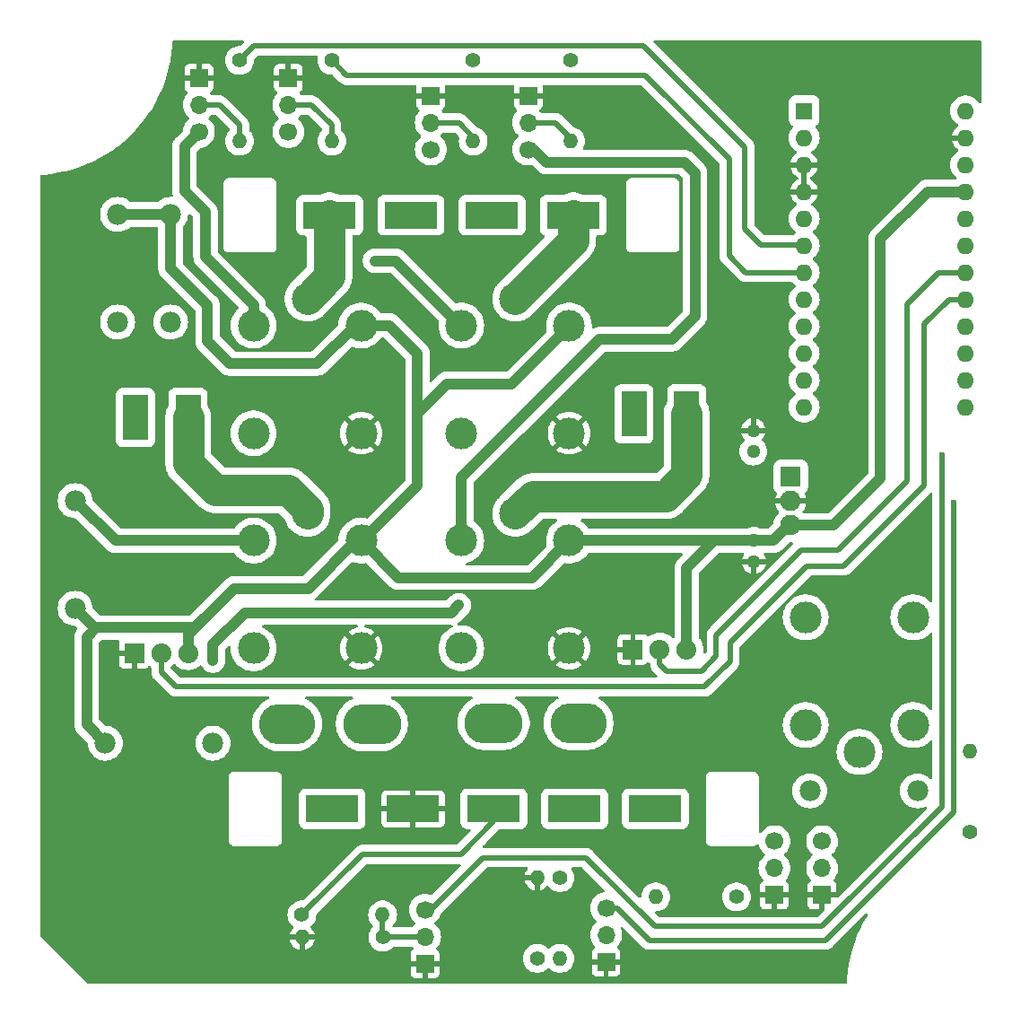
<source format=gbr>
%TF.GenerationSoftware,KiCad,Pcbnew,8.0.1*%
%TF.CreationDate,2024-05-08T21:45:22-04:00*%
%TF.ProjectId,Headlight Controller 1_1,48656164-6c69-4676-9874-20436f6e7472,1.1*%
%TF.SameCoordinates,Original*%
%TF.FileFunction,Copper,L1,Top*%
%TF.FilePolarity,Positive*%
%FSLAX46Y46*%
G04 Gerber Fmt 4.6, Leading zero omitted, Abs format (unit mm)*
G04 Created by KiCad (PCBNEW 8.0.1) date 2024-05-08 21:45:22*
%MOMM*%
%LPD*%
G01*
G04 APERTURE LIST*
%TA.AperFunction,ComponentPad*%
%ADD10O,1.981200X1.981200*%
%TD*%
%TA.AperFunction,ComponentPad*%
%ADD11R,5.000000X2.500000*%
%TD*%
%TA.AperFunction,ComponentPad*%
%ADD12C,1.400000*%
%TD*%
%TA.AperFunction,ComponentPad*%
%ADD13O,1.400000X1.400000*%
%TD*%
%TA.AperFunction,ComponentPad*%
%ADD14R,1.700000X1.700000*%
%TD*%
%TA.AperFunction,ComponentPad*%
%ADD15O,1.700000X1.700000*%
%TD*%
%TA.AperFunction,ComponentPad*%
%ADD16C,1.700000*%
%TD*%
%TA.AperFunction,ComponentPad*%
%ADD17C,3.000000*%
%TD*%
%TA.AperFunction,ComponentPad*%
%ADD18R,1.930400X1.930400*%
%TD*%
%TA.AperFunction,ComponentPad*%
%ADD19O,1.930400X1.930400*%
%TD*%
%TA.AperFunction,ComponentPad*%
%ADD20C,1.930400*%
%TD*%
%TA.AperFunction,ComponentPad*%
%ADD21R,2.380000X4.285000*%
%TD*%
%TA.AperFunction,ComponentPad*%
%ADD22O,1.879600X1.879600*%
%TD*%
%TA.AperFunction,ComponentPad*%
%ADD23R,1.879600X1.879600*%
%TD*%
%TA.AperFunction,ComponentPad*%
%ADD24O,5.500000X3.800000*%
%TD*%
%TA.AperFunction,ComponentPad*%
%ADD25O,5.300000X3.800000*%
%TD*%
%TA.AperFunction,ComponentPad*%
%ADD26O,1.600000X1.600000*%
%TD*%
%TA.AperFunction,ComponentPad*%
%ADD27R,1.600000X1.600000*%
%TD*%
%TA.AperFunction,ComponentPad*%
%ADD28O,1.300000X1.300000*%
%TD*%
%TA.AperFunction,ViaPad*%
%ADD29C,0.600000*%
%TD*%
%TA.AperFunction,Conductor*%
%ADD30C,0.500000*%
%TD*%
%TA.AperFunction,Conductor*%
%ADD31C,1.000000*%
%TD*%
%TA.AperFunction,Conductor*%
%ADD32C,3.000000*%
%TD*%
G04 APERTURE END LIST*
D10*
%TO.P,CR1,A,A*%
%TO.N,Net-(Q3-C)*%
X53000000Y-79380000D03*
%TO.P,CR1,C,K*%
%TO.N,/+5V*%
X53000000Y-69220000D03*
%TD*%
D11*
%TO.P,J2,A,A*%
%TO.N,/C2-A*%
X68000000Y-69300000D03*
%TO.P,J2,B,B*%
%TO.N,/C2-B*%
X75666666Y-69300000D03*
%TO.P,J2,C,C*%
%TO.N,/C2-C*%
X83333332Y-69300000D03*
%TO.P,J2,D,D*%
%TO.N,/C2-D*%
X91000000Y-69300000D03*
%TD*%
D12*
%TO.P,R7,1*%
%TO.N,/DG5*%
X81554945Y-54690000D03*
D13*
%TO.P,R7,2*%
%TO.N,Net-(Q5-B)*%
X81554945Y-62310000D03*
%TD*%
D10*
%TO.P,CR3,A,A*%
%TO.N,Net-(Q5-C)*%
X48000000Y-79380000D03*
%TO.P,CR3,C,K*%
%TO.N,/+5V*%
X48000000Y-69220000D03*
%TD*%
D14*
%TO.P,Q1,1,E*%
%TO.N,GND*%
X94100000Y-139740000D03*
D15*
%TO.P,Q1,2,B*%
%TO.N,Net-(Q1-B)*%
X94100000Y-137200000D03*
D16*
%TO.P,Q1,3,C*%
%TO.N,/DG8*%
X94100000Y-134660000D03*
%TD*%
D17*
%TO.P,K2,1,1*%
%TO.N,/U2 IN+*%
X65920000Y-97465000D03*
%TO.P,K2,2,2*%
%TO.N,/+5V*%
X71000000Y-100005000D03*
%TO.P,K2,3,3*%
%TO.N,GND*%
X71000000Y-110165000D03*
%TO.P,K2,4,4*%
%TO.N,/12V-1 Fused*%
X60840000Y-110165000D03*
%TO.P,K2,5,5*%
%TO.N,Net-(Q4-C)*%
X60840000Y-100005000D03*
%TD*%
D12*
%TO.P,R4,1*%
%TO.N,Net-(Q2-B)*%
X73030000Y-137400000D03*
D13*
%TO.P,R4,2*%
%TO.N,GND*%
X65410000Y-137400000D03*
%TD*%
D12*
%TO.P,R5,1*%
%TO.N,/DG3*%
X59500000Y-54688809D03*
D13*
%TO.P,R5,2*%
%TO.N,Net-(Q3-B)*%
X59500000Y-62308809D03*
%TD*%
D18*
%TO.P,U1,1,IN*%
%TO.N,/VI*%
X111525900Y-93977500D03*
D19*
%TO.P,U1,2,GND*%
%TO.N,GND*%
X111525900Y-96263500D03*
D20*
%TO.P,U1,3,OUT*%
%TO.N,/+5V*%
X111525900Y-98549500D03*
%TD*%
D21*
%TO.P,U3,1,IN+*%
%TO.N,/U3 IN+*%
X101713000Y-88032000D03*
%TO.P,U3,2,IN-*%
%TO.N,/C2-C*%
X96734600Y-88032000D03*
D22*
%TO.P,U3,3,VCC*%
%TO.N,/+5V*%
X101713000Y-110257000D03*
%TO.P,U3,4,OUT*%
%TO.N,/A1*%
X99173000Y-110257000D03*
D23*
%TO.P,U3,5,GND*%
%TO.N,GND*%
X96633000Y-110257000D03*
%TD*%
D12*
%TO.P,R3,1*%
%TO.N,/Close Lamps*%
X65390000Y-135300000D03*
D13*
%TO.P,R3,2*%
%TO.N,Net-(Q2-B)*%
X73010000Y-135300000D03*
%TD*%
D11*
%TO.P,J1,A,Pin_A*%
%TO.N,/Open Lamps*%
X98750000Y-125300000D03*
%TO.P,J1,B,Pin_B*%
%TO.N,/12V-2*%
X91125000Y-125300000D03*
%TO.P,J1,C,Pin_C*%
%TO.N,/Close Lamps*%
X83500000Y-125300000D03*
%TO.P,J1,D,Pin_D*%
%TO.N,GND*%
X75875000Y-125300000D03*
%TO.P,J1,E,Pin_E*%
%TO.N,/12V-1*%
X68250000Y-125300000D03*
%TD*%
D24*
%TO.P,F2,1*%
%TO.N,/12V-2*%
X83500000Y-117200000D03*
D25*
%TO.P,F2,2*%
%TO.N,/12V-2 Fused*%
X91500000Y-117200000D03*
%TD*%
D12*
%TO.P,R9,1*%
%TO.N,Net-(Q7-B)*%
X128400000Y-127510000D03*
D13*
%TO.P,R9,2*%
%TO.N,/DG9*%
X128400000Y-119890000D03*
%TD*%
D26*
%TO.P,A1,24,RAW*%
%TO.N,unconnected-(A1-RAW-Pad24)*%
X128030000Y-59460000D03*
%TO.P,A1,23,GND*%
%TO.N,GND*%
X128030000Y-62000000D03*
%TO.P,A1,22,RST*%
%TO.N,unconnected-(A1-RST-Pad22)*%
X128030000Y-64540000D03*
%TO.P,A1,21,VCC*%
%TO.N,/+5V*%
X128030000Y-67080000D03*
%TO.P,A1,20,D21/A3*%
%TO.N,unconnected-(A1-D21{slash}A3-Pad20)*%
X128030000Y-69620000D03*
%TO.P,A1,19,D20/A2*%
%TO.N,unconnected-(A1-D20{slash}A2-Pad19)*%
X128030000Y-72160000D03*
%TO.P,A1,18,D19/A1*%
%TO.N,/A1*%
X128030000Y-74700000D03*
%TO.P,A1,17,D18/A0*%
%TO.N,/A0*%
X128030000Y-77240000D03*
%TO.P,A1,16,D15*%
%TO.N,unconnected-(A1-D15-Pad16)*%
X128030000Y-79780000D03*
%TO.P,A1,15,D14*%
%TO.N,unconnected-(A1-D14-Pad15)*%
X128030000Y-82320000D03*
%TO.P,A1,14,D16*%
%TO.N,unconnected-(A1-D16-Pad14)*%
X128030000Y-84860000D03*
%TO.P,A1,13,~D10/A10*%
%TO.N,unconnected-(A1-~D10{slash}A10-Pad13)*%
X128030000Y-87400000D03*
%TO.P,A1,12,~D9/A9*%
%TO.N,/DG9*%
X112790000Y-87400000D03*
%TO.P,A1,11,D8/A8*%
%TO.N,/DG8*%
X112790000Y-84860000D03*
%TO.P,A1,10,D7*%
%TO.N,/DG7*%
X112790000Y-82320000D03*
%TO.P,A1,9,~D6/A7*%
%TO.N,/DG6*%
X112790000Y-79780000D03*
%TO.P,A1,8,~D5*%
%TO.N,/DG5*%
X112790000Y-77240000D03*
%TO.P,A1,7,D4/A6*%
%TO.N,/DG4*%
X112790000Y-74700000D03*
%TO.P,A1,6,~D3*%
%TO.N,/DG3*%
X112790000Y-72160000D03*
%TO.P,A1,5,D2*%
%TO.N,unconnected-(A1-D2-Pad5)*%
X112790000Y-69620000D03*
%TO.P,A1,4,GND*%
%TO.N,GND*%
X112790000Y-67080000D03*
%TO.P,A1,3,GND*%
X112790000Y-64540000D03*
%TO.P,A1,2,D0/RX*%
%TO.N,unconnected-(A1-D0{slash}RX-Pad2)*%
X112790000Y-62000000D03*
D27*
%TO.P,A1,1,D1/TX*%
%TO.N,unconnected-(A1-D1{slash}TX-Pad1)*%
X112790000Y-59460000D03*
%TD*%
D28*
%TO.P,C1,1*%
%TO.N,/VI*%
X108000000Y-91600000D03*
%TO.P,C1,2*%
%TO.N,GND*%
X108000000Y-89600000D03*
%TD*%
D14*
%TO.P,Q3,1,E*%
%TO.N,GND*%
X55670000Y-56360000D03*
D15*
%TO.P,Q3,2,B*%
%TO.N,Net-(Q3-B)*%
X55670000Y-58900000D03*
D16*
%TO.P,Q3,3,C*%
%TO.N,Net-(Q3-C)*%
X55670000Y-61440000D03*
%TD*%
D28*
%TO.P,C2,1*%
%TO.N,/+5V*%
X108048133Y-100000000D03*
%TO.P,C2,2*%
%TO.N,GND*%
X108048133Y-102000000D03*
%TD*%
D24*
%TO.P,F1,1*%
%TO.N,/12V-1*%
X72000000Y-117300000D03*
D25*
%TO.P,F1,2*%
%TO.N,/12V-1 Fused*%
X64000000Y-117300000D03*
%TD*%
D14*
%TO.P,Q4,1,E*%
%TO.N,GND*%
X64119890Y-56360000D03*
D15*
%TO.P,Q4,2,B*%
%TO.N,Net-(Q4-B)*%
X64119890Y-58900000D03*
D16*
%TO.P,Q4,3,C*%
%TO.N,Net-(Q4-C)*%
X64119890Y-61440000D03*
%TD*%
D12*
%TO.P,R8,1*%
%TO.N,/DG6*%
X90745055Y-54690000D03*
D13*
%TO.P,R8,2*%
%TO.N,Net-(Q6-B)*%
X90745055Y-62310000D03*
%TD*%
D17*
%TO.P,K1,1,1*%
%TO.N,/C2-A*%
X65920000Y-77170000D03*
%TO.P,K1,2,2*%
%TO.N,/+5V*%
X71000000Y-79710000D03*
%TO.P,K1,3,3*%
%TO.N,GND*%
X71000000Y-89870000D03*
%TO.P,K1,4,4*%
%TO.N,/12V-1 Fused*%
X60840000Y-89870000D03*
%TO.P,K1,5,5*%
%TO.N,Net-(Q3-C)*%
X60840000Y-79710000D03*
%TD*%
D14*
%TO.P,Q7,1,E*%
%TO.N,GND*%
X114490110Y-133440000D03*
D15*
%TO.P,Q7,2,B*%
%TO.N,Net-(Q7-B)*%
X114490110Y-130900000D03*
D16*
%TO.P,Q7,3,C*%
%TO.N,Net-(Q7-C)*%
X114490110Y-128360000D03*
%TD*%
D17*
%TO.P,K3,5,5*%
%TO.N,Net-(Q5-C)*%
X80440000Y-79705000D03*
%TO.P,K3,4,4*%
%TO.N,/12V-2 Fused*%
X80440000Y-89865000D03*
%TO.P,K3,3,3*%
%TO.N,GND*%
X90600000Y-89865000D03*
%TO.P,K3,2,2*%
%TO.N,/+5V*%
X90600000Y-79705000D03*
%TO.P,K3,1,1*%
%TO.N,/C2-D*%
X85520000Y-77165000D03*
%TD*%
D14*
%TO.P,Q6,1,E*%
%TO.N,GND*%
X86754945Y-58020000D03*
D15*
%TO.P,Q6,2,B*%
%TO.N,Net-(Q6-B)*%
X86754945Y-60560000D03*
D16*
%TO.P,Q6,3,C*%
%TO.N,Net-(Q6-C)*%
X86754945Y-63100000D03*
%TD*%
D14*
%TO.P,Q2,1,E*%
%TO.N,GND*%
X77010000Y-139900000D03*
D15*
%TO.P,Q2,2,B*%
%TO.N,Net-(Q2-B)*%
X77010000Y-137360000D03*
D16*
%TO.P,Q2,3,C*%
%TO.N,/DG7*%
X77010000Y-134820000D03*
%TD*%
D21*
%TO.P,U2,1,IN+*%
%TO.N,/U2 IN+*%
X54650000Y-88383000D03*
%TO.P,U2,2,IN-*%
%TO.N,/C2-B*%
X49671600Y-88383000D03*
D22*
%TO.P,U2,3,VCC*%
%TO.N,/+5V*%
X54650000Y-110608000D03*
%TO.P,U2,4,OUT*%
%TO.N,/A0*%
X52110000Y-110608000D03*
D23*
%TO.P,U2,5,GND*%
%TO.N,GND*%
X49570000Y-110608000D03*
%TD*%
D12*
%TO.P,R6,1*%
%TO.N,/DG4*%
X68210000Y-54688809D03*
D13*
%TO.P,R6,2*%
%TO.N,Net-(Q4-B)*%
X68210000Y-62308809D03*
%TD*%
D10*
%TO.P,CR4,A,A*%
%TO.N,Net-(Q6-C)*%
X57000000Y-119100000D03*
%TO.P,CR4,C,K*%
%TO.N,/+5V*%
X46840000Y-119100000D03*
%TD*%
D14*
%TO.P,Q8,1,E*%
%TO.N,GND*%
X109990110Y-133440000D03*
D15*
%TO.P,Q8,2,B*%
%TO.N,Net-(Q8-B)*%
X109990110Y-130900000D03*
D16*
%TO.P,Q8,3,C*%
%TO.N,Net-(Q7-C)*%
X109990110Y-128360000D03*
%TD*%
D17*
%TO.P,K5,1,1*%
%TO.N,/12V-2 Fused*%
X118015000Y-119935000D03*
%TO.P,K5,2,2*%
X112935000Y-117395000D03*
%TO.P,K5,3,3*%
%TO.N,unconnected-(K5-Pad3)*%
X112935000Y-107235000D03*
%TO.P,K5,4,4*%
%TO.N,/VI*%
X123095000Y-107235000D03*
%TO.P,K5,5,5*%
%TO.N,Net-(Q7-C)*%
X123095000Y-117395000D03*
%TD*%
D12*
%TO.P,R1,1*%
%TO.N,/Open Lamps*%
X89750000Y-131790000D03*
D13*
%TO.P,R1,2*%
%TO.N,Net-(Q1-B)*%
X89750000Y-139410000D03*
%TD*%
D14*
%TO.P,Q5,1,E*%
%TO.N,GND*%
X77554945Y-58020000D03*
D15*
%TO.P,Q5,2,B*%
%TO.N,Net-(Q5-B)*%
X77554945Y-60560000D03*
D16*
%TO.P,Q5,3,C*%
%TO.N,Net-(Q5-C)*%
X77554945Y-63100000D03*
%TD*%
D10*
%TO.P,CR5,A,A*%
%TO.N,Net-(Q7-C)*%
X123480000Y-123600000D03*
%TO.P,CR5,C,K*%
%TO.N,/12V-2 Fused*%
X113320000Y-123600000D03*
%TD*%
D12*
%TO.P,R2,1*%
%TO.N,Net-(Q1-B)*%
X87600000Y-139410000D03*
D13*
%TO.P,R2,2*%
%TO.N,GND*%
X87600000Y-131790000D03*
%TD*%
D17*
%TO.P,K4,1,1*%
%TO.N,/U3 IN+*%
X85520000Y-97460000D03*
%TO.P,K4,2,2*%
%TO.N,/+5V*%
X90600000Y-100000000D03*
%TO.P,K4,3,3*%
%TO.N,GND*%
X90600000Y-110160000D03*
%TO.P,K4,4,4*%
%TO.N,/12V-2 Fused*%
X80440000Y-110160000D03*
%TO.P,K4,5,5*%
%TO.N,Net-(Q6-C)*%
X80440000Y-100000000D03*
%TD*%
D12*
%TO.P,R10,1*%
%TO.N,Net-(Q8-B)*%
X106410000Y-133600000D03*
D13*
%TO.P,R10,2*%
%TO.N,/Open Lamps*%
X98790000Y-133600000D03*
%TD*%
D10*
%TO.P,CR2,A,A*%
%TO.N,Net-(Q4-C)*%
X44000000Y-96220000D03*
%TO.P,CR2,C,K*%
%TO.N,/+5V*%
X44000000Y-106380000D03*
%TD*%
D29*
%TO.N,/DG7*%
X125800000Y-91900000D03*
%TO.N,/DG8*%
X126900000Y-96400000D03*
%TO.N,GND*%
X105500000Y-103800000D03*
%TO.N,Net-(Q5-C)*%
X72300000Y-73600000D03*
%TO.N,Net-(Q6-C)*%
X57000000Y-111300000D03*
X80200000Y-106100000D03*
%TD*%
D30*
%TO.N,/DG3*%
X97600000Y-53300000D02*
X107200000Y-62900000D01*
X60888809Y-53300000D02*
X97600000Y-53300000D01*
X59500000Y-54688809D02*
X60888809Y-53300000D01*
X112730000Y-72100000D02*
X112790000Y-72160000D01*
X108700000Y-72100000D02*
X112730000Y-72100000D01*
X107200000Y-62900000D02*
X107200000Y-70600000D01*
X107200000Y-70600000D02*
X108700000Y-72100000D01*
%TO.N,/A1*%
X112500000Y-100900000D02*
X116000000Y-100900000D01*
X99173000Y-111673000D02*
X99800000Y-112300000D01*
X125500000Y-74700000D02*
X128030000Y-74700000D01*
X99173000Y-110257000D02*
X99173000Y-111673000D01*
X104500000Y-110900000D02*
X104500000Y-108900000D01*
X116000000Y-100900000D02*
X122500000Y-94400000D01*
X99800000Y-112300000D02*
X103100000Y-112300000D01*
X122500000Y-94400000D02*
X122500000Y-77700000D01*
X103100000Y-112300000D02*
X104500000Y-110900000D01*
X122500000Y-77700000D02*
X125500000Y-74700000D01*
X104500000Y-108900000D02*
X112500000Y-100900000D01*
%TO.N,/DG4*%
X69621191Y-56100000D02*
X97800000Y-56100000D01*
X107300000Y-74700000D02*
X112790000Y-74700000D01*
X105700000Y-73100000D02*
X107300000Y-74700000D01*
X97800000Y-56100000D02*
X105700000Y-64000000D01*
X105700000Y-64000000D02*
X105700000Y-73100000D01*
X68210000Y-54688809D02*
X69621191Y-56100000D01*
%TO.N,/DG7*%
X92200000Y-129900000D02*
X82465000Y-129900000D01*
X125800000Y-125100000D02*
X114500000Y-136400000D01*
X114500000Y-136400000D02*
X98700000Y-136400000D01*
X98700000Y-136400000D02*
X92200000Y-129900000D01*
X82465000Y-129900000D02*
X77545000Y-134820000D01*
X77545000Y-134820000D02*
X77010000Y-134820000D01*
X125800000Y-91900000D02*
X125800000Y-125100000D01*
%TO.N,/DG8*%
X98200000Y-137700000D02*
X95160000Y-134660000D01*
X95160000Y-134660000D02*
X94100000Y-134660000D01*
X126900000Y-125600000D02*
X114800000Y-137700000D01*
X114800000Y-137700000D02*
X98200000Y-137700000D01*
X126900000Y-96400000D02*
X126900000Y-125600000D01*
%TO.N,/A0*%
X105800000Y-111400000D02*
X105800000Y-109650000D01*
X113050000Y-102400000D02*
X116500000Y-102400000D01*
X116500000Y-102400000D02*
X124100000Y-94800000D01*
X124100000Y-94800000D02*
X124100000Y-79600000D01*
X103400000Y-113800000D02*
X105800000Y-111400000D01*
X105800000Y-109650000D02*
X113050000Y-102400000D01*
X124100000Y-79600000D02*
X126460000Y-77240000D01*
X52110000Y-112410000D02*
X53500000Y-113800000D01*
X53500000Y-113800000D02*
X103400000Y-113800000D01*
X126460000Y-77240000D02*
X128030000Y-77240000D01*
X52110000Y-110608000D02*
X52110000Y-112410000D01*
D31*
%TO.N,/+5V*%
X45100000Y-117360000D02*
X45100000Y-109100000D01*
X71005000Y-100005000D02*
X71000000Y-100005000D01*
X70395000Y-79710000D02*
X66805000Y-83300000D01*
X57303750Y-106203750D02*
X54650000Y-108857500D01*
X104300000Y-100000000D02*
X90600000Y-100000000D01*
X70495000Y-100005000D02*
X66000000Y-104500000D01*
X49000000Y-108200000D02*
X45820000Y-108200000D01*
X111349500Y-98549500D02*
X109899000Y-100000000D01*
X55307500Y-108200000D02*
X57303750Y-106203750D01*
X73670000Y-79710000D02*
X70395000Y-79710000D01*
X53000000Y-69220000D02*
X48000000Y-69220000D01*
X120000000Y-94100000D02*
X120000000Y-71500000D01*
X124420000Y-67080000D02*
X128030000Y-67080000D01*
X46840000Y-119100000D02*
X45100000Y-117360000D01*
X101713000Y-102587000D02*
X101713000Y-110257000D01*
X56500000Y-77800000D02*
X53000000Y-74300000D01*
X54650000Y-108857500D02*
X54650000Y-110608000D01*
X59007500Y-104500000D02*
X57303750Y-106203750D01*
X85200000Y-85200000D02*
X90600000Y-79800000D01*
X76300000Y-82340000D02*
X73670000Y-79710000D01*
X74500000Y-103500000D02*
X71005000Y-100005000D01*
X87100000Y-103500000D02*
X74500000Y-103500000D01*
X45820000Y-108200000D02*
X44000000Y-106380000D01*
X120000000Y-71500000D02*
X124420000Y-67080000D01*
X66805000Y-83300000D02*
X58600000Y-83300000D01*
X71095000Y-100005000D02*
X76300000Y-94800000D01*
X76300000Y-94800000D02*
X76300000Y-82340000D01*
X109899000Y-100000000D02*
X104300000Y-100000000D01*
X49000000Y-108200000D02*
X55307500Y-108200000D01*
X56500000Y-81200000D02*
X56500000Y-77800000D01*
X46000000Y-108200000D02*
X49000000Y-108200000D01*
X104300000Y-100000000D02*
X101713000Y-102587000D01*
X111525900Y-98549500D02*
X111349500Y-98549500D01*
X58600000Y-83300000D02*
X56500000Y-81200000D01*
X53000000Y-74300000D02*
X53000000Y-69220000D01*
X90600000Y-100000000D02*
X87100000Y-103500000D01*
X76300000Y-88000000D02*
X79100000Y-85200000D01*
X79100000Y-85200000D02*
X85200000Y-85200000D01*
X66000000Y-104500000D02*
X59007500Y-104500000D01*
X90600000Y-79800000D02*
X90600000Y-79705000D01*
X115550500Y-98549500D02*
X120000000Y-94100000D01*
X71000000Y-100005000D02*
X71095000Y-100005000D01*
X111525900Y-98549500D02*
X115550500Y-98549500D01*
X45100000Y-109100000D02*
X46000000Y-108200000D01*
%TO.N,Net-(Q3-C)*%
X54310000Y-67010000D02*
X56300000Y-69000000D01*
X56300000Y-73200000D02*
X60840000Y-77740000D01*
X60840000Y-77740000D02*
X60840000Y-79710000D01*
X55670000Y-61440000D02*
X54310000Y-62800000D01*
X56300000Y-69000000D02*
X56300000Y-73200000D01*
X54310000Y-62800000D02*
X54310000Y-67010000D01*
%TO.N,Net-(Q4-C)*%
X47785000Y-100005000D02*
X44000000Y-96220000D01*
X60840000Y-100005000D02*
X47785000Y-100005000D01*
%TO.N,Net-(Q5-C)*%
X80375000Y-79705000D02*
X80440000Y-79705000D01*
X74270000Y-73600000D02*
X80375000Y-79705000D01*
X72300000Y-73600000D02*
X74270000Y-73600000D01*
%TO.N,Net-(Q6-C)*%
X102500000Y-78800000D02*
X100300000Y-81000000D01*
X86754945Y-63100000D02*
X87300000Y-63100000D01*
X57000000Y-109800000D02*
X57000000Y-111300000D01*
X60000000Y-106800000D02*
X57000000Y-109800000D01*
X102500000Y-65300000D02*
X102500000Y-78800000D01*
X80200000Y-106100000D02*
X79500000Y-106800000D01*
X100300000Y-81000000D02*
X93500000Y-81000000D01*
X87300000Y-63100000D02*
X88500000Y-64300000D01*
X80440000Y-94060000D02*
X80440000Y-100000000D01*
X101500000Y-64300000D02*
X102500000Y-65300000D01*
X93500000Y-81000000D02*
X80440000Y-94060000D01*
X88500000Y-64300000D02*
X101500000Y-64300000D01*
X79500000Y-106800000D02*
X60000000Y-106800000D01*
D30*
%TO.N,/Close Lamps*%
X83500000Y-125300000D02*
X83500000Y-126500000D01*
X71090000Y-129600000D02*
X65390000Y-135300000D01*
X83500000Y-126500000D02*
X80400000Y-129600000D01*
X80400000Y-129600000D02*
X71090000Y-129600000D01*
D32*
%TO.N,/U2 IN+*%
X57232000Y-95232000D02*
X54650000Y-92650000D01*
X54650000Y-92650000D02*
X54650000Y-88383000D01*
X64097000Y-95232000D02*
X57232000Y-95232000D01*
X65920000Y-97465000D02*
X65920000Y-97055000D01*
X65920000Y-97055000D02*
X64097000Y-95232000D01*
%TO.N,/U3 IN+*%
X87180000Y-95800000D02*
X99700000Y-95800000D01*
X99700000Y-95800000D02*
X101713000Y-93787000D01*
X85520000Y-97460000D02*
X87180000Y-95800000D01*
X101713000Y-93787000D02*
X101713000Y-88032000D01*
D30*
%TO.N,Net-(Q2-B)*%
X73030000Y-137400000D02*
X76970000Y-137400000D01*
X73010000Y-135300000D02*
X73010000Y-137380000D01*
X76970000Y-137400000D02*
X77010000Y-137360000D01*
X73010000Y-137380000D02*
X73030000Y-137400000D01*
%TO.N,Net-(Q3-B)*%
X59500000Y-60790000D02*
X57610000Y-58900000D01*
X57610000Y-58900000D02*
X55670000Y-58900000D01*
X59500000Y-62308809D02*
X59500000Y-60790000D01*
%TO.N,Net-(Q4-B)*%
X64119890Y-58900000D02*
X66310000Y-58900000D01*
X66310000Y-58900000D02*
X68210000Y-60800000D01*
X68210000Y-60800000D02*
X68210000Y-62308809D01*
%TO.N,Net-(Q5-B)*%
X77594945Y-60600000D02*
X77554945Y-60560000D01*
X81554945Y-62310000D02*
X81554945Y-61909890D01*
X80245055Y-60600000D02*
X77594945Y-60600000D01*
X81554945Y-61909890D02*
X80245055Y-60600000D01*
%TO.N,Net-(Q6-B)*%
X89305055Y-60560000D02*
X86754945Y-60560000D01*
X90745055Y-62310000D02*
X90745055Y-62000000D01*
X90745055Y-62000000D02*
X89305055Y-60560000D01*
D32*
%TO.N,/C2-A*%
X67985000Y-75105000D02*
X67985000Y-69315000D01*
X65920000Y-77170000D02*
X67985000Y-75105000D01*
X67985000Y-69315000D02*
X68000000Y-69300000D01*
%TO.N,/C2-D*%
X91000000Y-71700000D02*
X91000000Y-69300000D01*
X85520000Y-77165000D02*
X85535000Y-77165000D01*
X85535000Y-77165000D02*
X91000000Y-71700000D01*
%TD*%
%TA.AperFunction,Conductor*%
%TO.N,GND*%
G36*
X59874992Y-52820185D02*
G01*
X59920747Y-52872989D01*
X59930691Y-52942147D01*
X59901666Y-53005703D01*
X59895634Y-53012181D01*
X59611125Y-53296690D01*
X59549802Y-53330175D01*
X59523444Y-53333009D01*
X59387655Y-53333009D01*
X59166027Y-53369991D01*
X58953522Y-53442945D01*
X58953508Y-53442951D01*
X58755911Y-53549884D01*
X58755902Y-53549890D01*
X58578600Y-53687890D01*
X58578596Y-53687893D01*
X58426413Y-53853207D01*
X58303522Y-54041308D01*
X58213266Y-54247072D01*
X58158107Y-54464890D01*
X58139553Y-54688803D01*
X58139553Y-54688814D01*
X58158107Y-54912727D01*
X58213266Y-55130545D01*
X58303522Y-55336309D01*
X58426413Y-55524410D01*
X58578596Y-55689724D01*
X58578600Y-55689727D01*
X58755906Y-55827730D01*
X58755908Y-55827731D01*
X58755911Y-55827733D01*
X58852273Y-55879881D01*
X58953515Y-55934670D01*
X59166030Y-56007627D01*
X59387655Y-56044609D01*
X59612345Y-56044609D01*
X59833970Y-56007627D01*
X60046485Y-55934670D01*
X60244094Y-55827730D01*
X60421406Y-55689722D01*
X60573584Y-55524413D01*
X60696477Y-55336310D01*
X60786734Y-55130545D01*
X60841892Y-54912731D01*
X60858985Y-54706457D01*
X60860447Y-54688814D01*
X60860447Y-54688810D01*
X60860447Y-54688805D01*
X60859113Y-54672716D01*
X60873192Y-54604282D01*
X60895002Y-54574800D01*
X61227686Y-54242116D01*
X61289007Y-54208634D01*
X61315365Y-54205800D01*
X66774402Y-54205800D01*
X66841441Y-54225485D01*
X66887196Y-54278289D01*
X66897140Y-54347447D01*
X66894608Y-54360240D01*
X66868107Y-54464890D01*
X66849553Y-54688803D01*
X66849553Y-54688814D01*
X66868107Y-54912727D01*
X66923266Y-55130545D01*
X67013522Y-55336309D01*
X67136413Y-55524410D01*
X67288596Y-55689724D01*
X67288600Y-55689727D01*
X67465906Y-55827730D01*
X67465908Y-55827731D01*
X67465911Y-55827733D01*
X67562273Y-55879881D01*
X67663515Y-55934670D01*
X67876030Y-56007627D01*
X68097655Y-56044609D01*
X68233443Y-56044609D01*
X68300482Y-56064294D01*
X68321124Y-56080928D01*
X68917609Y-56677413D01*
X68917610Y-56677414D01*
X69043777Y-56803581D01*
X69043778Y-56803582D01*
X69192127Y-56902706D01*
X69192133Y-56902709D01*
X69192134Y-56902710D01*
X69356979Y-56970991D01*
X69531972Y-57005799D01*
X69531976Y-57005800D01*
X69531977Y-57005800D01*
X69710404Y-57005800D01*
X76080945Y-57005800D01*
X76147984Y-57025485D01*
X76193739Y-57078289D01*
X76204945Y-57129800D01*
X76204945Y-57770000D01*
X77006463Y-57770000D01*
X76995834Y-57788409D01*
X76954945Y-57941009D01*
X76954945Y-58098991D01*
X76995834Y-58251591D01*
X77006463Y-58270000D01*
X76204945Y-58270000D01*
X76204945Y-58917844D01*
X76211346Y-58977372D01*
X76211348Y-58977379D01*
X76261590Y-59112086D01*
X76261594Y-59112093D01*
X76347754Y-59227186D01*
X76464702Y-59314734D01*
X76506573Y-59370668D01*
X76511557Y-59440360D01*
X76484682Y-59494532D01*
X76332960Y-59672176D01*
X76209115Y-59874273D01*
X76118414Y-60093245D01*
X76063084Y-60323715D01*
X76044489Y-60560000D01*
X76063084Y-60796284D01*
X76118414Y-61026754D01*
X76209115Y-61245726D01*
X76209118Y-61245731D01*
X76209119Y-61245733D01*
X76332960Y-61447824D01*
X76486891Y-61628054D01*
X76612940Y-61735710D01*
X76651133Y-61794217D01*
X76651631Y-61864085D01*
X76614278Y-61923131D01*
X76612940Y-61924290D01*
X76486891Y-62031946D01*
X76332960Y-62212175D01*
X76209115Y-62414273D01*
X76118414Y-62633245D01*
X76063084Y-62863715D01*
X76044489Y-63100000D01*
X76063084Y-63336284D01*
X76118414Y-63566754D01*
X76209115Y-63785726D01*
X76209118Y-63785731D01*
X76209119Y-63785733D01*
X76332960Y-63987824D01*
X76486891Y-64168054D01*
X76667121Y-64321985D01*
X76869212Y-64445826D01*
X76869215Y-64445827D01*
X76869218Y-64445829D01*
X77088190Y-64536530D01*
X77184727Y-64559706D01*
X77318658Y-64591860D01*
X77554945Y-64610456D01*
X77791232Y-64591860D01*
X77957222Y-64552009D01*
X78021699Y-64536530D01*
X78021700Y-64536529D01*
X78021702Y-64536529D01*
X78240678Y-64445826D01*
X78442769Y-64321985D01*
X78622999Y-64168054D01*
X78776930Y-63987824D01*
X78900771Y-63785733D01*
X78991474Y-63566757D01*
X78994090Y-63555863D01*
X79015840Y-63465266D01*
X79046805Y-63336287D01*
X79065401Y-63100000D01*
X79046805Y-62863713D01*
X79006363Y-62695259D01*
X78991475Y-62633245D01*
X78900774Y-62414273D01*
X78900772Y-62414270D01*
X78900771Y-62414267D01*
X78776930Y-62212176D01*
X78622999Y-62031946D01*
X78622997Y-62031944D01*
X78622996Y-62031943D01*
X78496950Y-61924290D01*
X78458756Y-61865784D01*
X78458257Y-61795916D01*
X78495611Y-61736869D01*
X78496950Y-61735710D01*
X78622999Y-61628054D01*
X78682174Y-61558769D01*
X78690289Y-61549268D01*
X78748796Y-61511075D01*
X78784579Y-61505800D01*
X79818499Y-61505800D01*
X79885538Y-61525485D01*
X79906180Y-61542119D01*
X80211138Y-61847078D01*
X80244623Y-61908401D01*
X80243663Y-61965198D01*
X80213052Y-62086079D01*
X80194498Y-62309994D01*
X80194498Y-62310005D01*
X80213052Y-62533918D01*
X80213052Y-62533921D01*
X80213053Y-62533922D01*
X80243076Y-62652482D01*
X80268211Y-62751736D01*
X80358467Y-62957500D01*
X80481358Y-63145601D01*
X80558019Y-63228877D01*
X80632444Y-63309724D01*
X80633541Y-63310915D01*
X80633545Y-63310918D01*
X80771640Y-63418402D01*
X80810851Y-63448921D01*
X80810853Y-63448922D01*
X80810856Y-63448924D01*
X80841054Y-63465266D01*
X81008460Y-63555861D01*
X81220975Y-63628818D01*
X81442600Y-63665800D01*
X81667290Y-63665800D01*
X81888915Y-63628818D01*
X82101430Y-63555861D01*
X82299039Y-63448921D01*
X82476351Y-63310913D01*
X82628529Y-63145604D01*
X82751422Y-62957501D01*
X82841679Y-62751736D01*
X82896837Y-62533922D01*
X82910714Y-62366453D01*
X82915392Y-62310005D01*
X82915392Y-62309994D01*
X82896837Y-62086081D01*
X82896837Y-62086078D01*
X82841679Y-61868264D01*
X82751422Y-61662499D01*
X82738222Y-61642295D01*
X82628531Y-61474398D01*
X82502649Y-61337654D01*
X82476351Y-61309087D01*
X82476350Y-61309086D01*
X82476348Y-61309084D01*
X82476344Y-61309081D01*
X82299042Y-61171081D01*
X82299033Y-61171075D01*
X82101436Y-61064142D01*
X82101433Y-61064141D01*
X82101430Y-61064139D01*
X82101424Y-61064137D01*
X82101422Y-61064136D01*
X81959166Y-61015299D01*
X81911748Y-60985699D01*
X80955706Y-60029657D01*
X80955703Y-60029653D01*
X80955703Y-60029654D01*
X80948636Y-60022587D01*
X80948636Y-60022586D01*
X80822469Y-59896419D01*
X80822468Y-59896418D01*
X80822467Y-59896417D01*
X80748290Y-59846854D01*
X80674110Y-59797288D01*
X80509268Y-59729009D01*
X80509260Y-59729007D01*
X80334273Y-59694200D01*
X80334269Y-59694200D01*
X78852906Y-59694200D01*
X78785867Y-59674515D01*
X78758616Y-59650732D01*
X78672932Y-59550411D01*
X78625207Y-59494531D01*
X78596637Y-59430772D01*
X78607074Y-59361686D01*
X78645187Y-59314734D01*
X78762136Y-59227186D01*
X78848295Y-59112093D01*
X78848299Y-59112086D01*
X78898541Y-58977379D01*
X78898543Y-58977372D01*
X78904944Y-58917844D01*
X78904945Y-58917827D01*
X78904945Y-58270000D01*
X78103427Y-58270000D01*
X78114056Y-58251591D01*
X78154945Y-58098991D01*
X78154945Y-57941009D01*
X78114056Y-57788409D01*
X78103427Y-57770000D01*
X78904945Y-57770000D01*
X78904945Y-57129800D01*
X78924630Y-57062761D01*
X78977434Y-57017006D01*
X79028945Y-57005800D01*
X85280945Y-57005800D01*
X85347984Y-57025485D01*
X85393739Y-57078289D01*
X85404945Y-57129800D01*
X85404945Y-57770000D01*
X86206463Y-57770000D01*
X86195834Y-57788409D01*
X86154945Y-57941009D01*
X86154945Y-58098991D01*
X86195834Y-58251591D01*
X86206463Y-58270000D01*
X85404945Y-58270000D01*
X85404945Y-58917844D01*
X85411346Y-58977372D01*
X85411348Y-58977379D01*
X85461590Y-59112086D01*
X85461594Y-59112093D01*
X85547754Y-59227186D01*
X85664702Y-59314734D01*
X85706573Y-59370668D01*
X85711557Y-59440360D01*
X85684682Y-59494532D01*
X85532960Y-59672176D01*
X85409115Y-59874273D01*
X85318414Y-60093245D01*
X85263084Y-60323715D01*
X85244489Y-60560000D01*
X85263084Y-60796284D01*
X85318414Y-61026754D01*
X85409115Y-61245726D01*
X85409118Y-61245731D01*
X85409119Y-61245733D01*
X85532960Y-61447824D01*
X85686891Y-61628054D01*
X85812940Y-61735710D01*
X85851133Y-61794217D01*
X85851631Y-61864085D01*
X85814278Y-61923131D01*
X85812940Y-61924290D01*
X85686891Y-62031946D01*
X85532960Y-62212175D01*
X85409115Y-62414273D01*
X85318414Y-62633245D01*
X85263084Y-62863715D01*
X85244489Y-63100000D01*
X85263084Y-63336284D01*
X85318414Y-63566754D01*
X85409115Y-63785726D01*
X85409118Y-63785731D01*
X85409119Y-63785733D01*
X85532960Y-63987824D01*
X85686891Y-64168054D01*
X85867121Y-64321985D01*
X86069212Y-64445826D01*
X86069215Y-64445827D01*
X86069218Y-64445829D01*
X86288190Y-64536530D01*
X86384727Y-64559706D01*
X86518658Y-64591860D01*
X86754945Y-64610456D01*
X86991232Y-64591860D01*
X87057632Y-64575918D01*
X87127414Y-64579407D01*
X87174262Y-64608810D01*
X87618405Y-65052953D01*
X87747047Y-65181595D01*
X87894229Y-65288529D01*
X87931097Y-65307314D01*
X88056325Y-65371122D01*
X88056328Y-65371123D01*
X88142837Y-65399231D01*
X88229349Y-65427340D01*
X88409036Y-65455800D01*
X88409037Y-65455800D01*
X100969890Y-65455800D01*
X101036929Y-65475485D01*
X101057571Y-65492119D01*
X101307881Y-65742429D01*
X101341366Y-65803752D01*
X101344200Y-65830110D01*
X101344200Y-78269890D01*
X101324515Y-78336929D01*
X101307881Y-78357571D01*
X99857571Y-79807881D01*
X99796248Y-79841366D01*
X99769890Y-79844200D01*
X93590964Y-79844200D01*
X93409036Y-79844200D01*
X93349140Y-79853686D01*
X93229347Y-79872660D01*
X93056327Y-79928877D01*
X93056324Y-79928878D01*
X93003490Y-79955800D01*
X93003489Y-79955800D01*
X92929235Y-79993634D01*
X92860566Y-80006530D01*
X92795826Y-79980253D01*
X92755569Y-79923147D01*
X92749230Y-79874687D01*
X92749369Y-79872660D01*
X92760837Y-79705000D01*
X92740711Y-79410766D01*
X92707174Y-79249376D01*
X92680710Y-79122024D01*
X92680705Y-79122007D01*
X92646129Y-79024719D01*
X92581944Y-78844120D01*
X92446261Y-78582264D01*
X92446260Y-78582262D01*
X92446256Y-78582256D01*
X92276188Y-78341324D01*
X92123377Y-78177704D01*
X92074886Y-78125783D01*
X92074884Y-78125782D01*
X92074882Y-78125779D01*
X91852258Y-77944661D01*
X91846112Y-77939661D01*
X91846110Y-77939660D01*
X91846108Y-77939658D01*
X91594124Y-77786423D01*
X91594119Y-77786421D01*
X91323624Y-77668929D01*
X91039640Y-77589360D01*
X91039636Y-77589359D01*
X91039635Y-77589359D01*
X90893548Y-77569279D01*
X90747462Y-77549200D01*
X90747461Y-77549200D01*
X90452539Y-77549200D01*
X90452538Y-77549200D01*
X90160365Y-77589359D01*
X90160359Y-77589360D01*
X89876375Y-77668929D01*
X89605880Y-77786421D01*
X89605875Y-77786423D01*
X89353891Y-77939658D01*
X89125117Y-78125779D01*
X88923811Y-78341324D01*
X88753743Y-78582256D01*
X88753739Y-78582262D01*
X88618055Y-78844121D01*
X88519294Y-79122007D01*
X88519289Y-79122024D01*
X88459289Y-79410763D01*
X88459288Y-79410765D01*
X88439163Y-79705000D01*
X88459288Y-79999233D01*
X88498472Y-80187793D01*
X88492839Y-80257436D01*
X88464747Y-80300703D01*
X84757571Y-84007881D01*
X84696248Y-84041366D01*
X84669890Y-84044200D01*
X79190964Y-84044200D01*
X79009036Y-84044200D01*
X78949140Y-84053686D01*
X78829347Y-84072660D01*
X78829344Y-84072660D01*
X78656329Y-84128876D01*
X78494228Y-84211471D01*
X78441198Y-84250000D01*
X78388168Y-84288529D01*
X78388167Y-84288530D01*
X78347050Y-84318401D01*
X78347048Y-84318403D01*
X77667481Y-84997971D01*
X77606158Y-85031456D01*
X77536466Y-85026472D01*
X77480533Y-84984600D01*
X77456116Y-84919136D01*
X77455800Y-84910290D01*
X77455800Y-82249036D01*
X77452607Y-82228876D01*
X77428960Y-82079569D01*
X77427341Y-82069349D01*
X77371122Y-81896327D01*
X77371120Y-81896324D01*
X77371120Y-81896322D01*
X77353020Y-81860800D01*
X77288529Y-81734229D01*
X77181595Y-81587047D01*
X77052953Y-81458405D01*
X74422953Y-78828405D01*
X74399165Y-78811122D01*
X74313964Y-78749220D01*
X74275769Y-78721469D01*
X74158764Y-78661853D01*
X74113673Y-78638878D01*
X74110097Y-78637716D01*
X74110097Y-78637715D01*
X73940652Y-78582660D01*
X73850807Y-78568430D01*
X73760964Y-78554200D01*
X73760963Y-78554200D01*
X72887173Y-78554200D01*
X72820134Y-78534515D01*
X72785869Y-78501708D01*
X72758492Y-78462924D01*
X72743260Y-78441345D01*
X72676187Y-78346323D01*
X72676181Y-78346316D01*
X72474882Y-78130779D01*
X72259768Y-77955771D01*
X72246112Y-77944661D01*
X72246110Y-77944660D01*
X72246108Y-77944658D01*
X71994124Y-77791423D01*
X71994119Y-77791421D01*
X71723624Y-77673929D01*
X71439640Y-77594360D01*
X71439636Y-77594359D01*
X71439635Y-77594359D01*
X71293548Y-77574279D01*
X71147462Y-77554200D01*
X71147461Y-77554200D01*
X70852539Y-77554200D01*
X70852538Y-77554200D01*
X70560365Y-77594359D01*
X70560359Y-77594360D01*
X70276375Y-77673929D01*
X70005880Y-77791421D01*
X70005875Y-77791423D01*
X69753891Y-77944658D01*
X69525117Y-78130779D01*
X69323811Y-78346324D01*
X69153743Y-78587256D01*
X69153739Y-78587262D01*
X69018055Y-78849121D01*
X68919294Y-79127007D01*
X68919289Y-79127024D01*
X68859289Y-79415763D01*
X68859288Y-79415765D01*
X68848113Y-79579148D01*
X68823899Y-79644688D01*
X68812083Y-79658367D01*
X66362571Y-82107881D01*
X66301248Y-82141366D01*
X66274890Y-82144200D01*
X59130110Y-82144200D01*
X59063071Y-82124515D01*
X59042429Y-82107881D01*
X57692119Y-80757571D01*
X57658634Y-80696248D01*
X57655800Y-80669890D01*
X57655800Y-77709033D01*
X57650039Y-77672662D01*
X57650039Y-77672661D01*
X57649412Y-77668705D01*
X57636387Y-77586470D01*
X57627340Y-77529348D01*
X57596940Y-77435788D01*
X57596940Y-77435786D01*
X57571124Y-77356331D01*
X57571122Y-77356327D01*
X57488529Y-77194229D01*
X57381595Y-77047047D01*
X57252953Y-76918405D01*
X54192119Y-73857571D01*
X54158634Y-73796248D01*
X54155800Y-73769890D01*
X54155800Y-70447552D01*
X54175485Y-70380513D01*
X54185504Y-70367026D01*
X54336084Y-70190722D01*
X54471489Y-69969761D01*
X54570661Y-69730339D01*
X54631158Y-69478350D01*
X54647457Y-69271251D01*
X54672340Y-69205967D01*
X54728571Y-69164496D01*
X54798297Y-69160009D01*
X54858755Y-69193303D01*
X55107881Y-69442429D01*
X55141366Y-69503752D01*
X55144200Y-69530110D01*
X55144200Y-73109036D01*
X55144200Y-73290964D01*
X55150280Y-73329348D01*
X55172659Y-73470647D01*
X55172659Y-73470648D01*
X55206919Y-73576089D01*
X55206919Y-73576090D01*
X55228875Y-73643667D01*
X55228877Y-73643673D01*
X55311471Y-73805771D01*
X55383369Y-73904730D01*
X55383371Y-73904732D01*
X55418401Y-73952949D01*
X59395397Y-77929945D01*
X59428882Y-77991268D01*
X59423898Y-78060960D01*
X59385971Y-78113814D01*
X59365117Y-78130779D01*
X59163811Y-78346324D01*
X58993743Y-78587256D01*
X58993739Y-78587262D01*
X58858055Y-78849121D01*
X58759294Y-79127007D01*
X58759289Y-79127024D01*
X58699289Y-79415763D01*
X58699288Y-79415765D01*
X58679163Y-79710000D01*
X58699288Y-80004234D01*
X58699289Y-80004236D01*
X58759289Y-80292975D01*
X58759294Y-80292992D01*
X58858055Y-80570878D01*
X58993739Y-80832737D01*
X58993743Y-80832743D01*
X59163811Y-81073675D01*
X59168440Y-81078631D01*
X59360444Y-81284217D01*
X59365117Y-81289220D01*
X59367261Y-81290964D01*
X59593888Y-81475339D01*
X59593890Y-81475340D01*
X59593891Y-81475341D01*
X59845875Y-81628576D01*
X59845880Y-81628578D01*
X60116375Y-81746070D01*
X60116380Y-81746072D01*
X60400365Y-81825641D01*
X60656162Y-81860800D01*
X60692538Y-81865800D01*
X60692539Y-81865800D01*
X60987462Y-81865800D01*
X61023838Y-81860800D01*
X61279635Y-81825641D01*
X61563620Y-81746072D01*
X61834126Y-81628575D01*
X62086112Y-81475339D01*
X62314886Y-81289217D01*
X62516186Y-81073678D01*
X62686261Y-80832736D01*
X62821944Y-80570880D01*
X62920707Y-80292987D01*
X62920708Y-80292980D01*
X62920710Y-80292975D01*
X62954626Y-80129761D01*
X62980711Y-80004234D01*
X63000837Y-79710000D01*
X62980711Y-79415766D01*
X62957835Y-79305683D01*
X62920710Y-79127024D01*
X62920705Y-79127007D01*
X62884352Y-79024719D01*
X62821944Y-78849120D01*
X62686261Y-78587264D01*
X62686260Y-78587262D01*
X62686256Y-78587256D01*
X62516188Y-78346324D01*
X62382244Y-78202906D01*
X62314886Y-78130783D01*
X62314884Y-78130782D01*
X62314882Y-78130779D01*
X62086111Y-77944660D01*
X62055371Y-77925967D01*
X62008319Y-77874315D01*
X61995800Y-77820019D01*
X61995800Y-77649032D01*
X61986801Y-77592221D01*
X61985892Y-77586479D01*
X61967341Y-77469350D01*
X61964052Y-77459229D01*
X61936884Y-77375614D01*
X61911122Y-77296327D01*
X61911120Y-77296324D01*
X61911120Y-77296322D01*
X61867550Y-77210813D01*
X61846754Y-77169999D01*
X63759163Y-77169999D01*
X63763911Y-77239412D01*
X63764200Y-77247874D01*
X63764200Y-77311300D01*
X63773324Y-77380613D01*
X63774096Y-77388332D01*
X63779288Y-77464231D01*
X63792122Y-77525994D01*
X63793654Y-77535033D01*
X63801085Y-77591477D01*
X63801087Y-77591483D01*
X63820865Y-77665301D01*
X63822496Y-77672161D01*
X63839292Y-77752983D01*
X63839297Y-77753001D01*
X63858242Y-77806310D01*
X63861175Y-77815736D01*
X63874228Y-77864448D01*
X63874229Y-77864450D01*
X63905952Y-77941037D01*
X63908231Y-77946963D01*
X63938055Y-78030878D01*
X63961095Y-78075344D01*
X63965557Y-78084937D01*
X63982371Y-78125528D01*
X63982373Y-78125532D01*
X64027084Y-78202973D01*
X64029783Y-78207905D01*
X64073738Y-78292734D01*
X64098872Y-78328342D01*
X64104952Y-78337846D01*
X64123668Y-78370262D01*
X64123678Y-78370278D01*
X64182059Y-78446362D01*
X64184987Y-78450339D01*
X64243814Y-78533678D01*
X64243818Y-78533682D01*
X64243818Y-78533683D01*
X64269125Y-78560779D01*
X64276880Y-78569932D01*
X64291868Y-78589466D01*
X64295706Y-78594467D01*
X64368120Y-78666881D01*
X64371033Y-78669896D01*
X64445114Y-78749217D01*
X64468836Y-78768516D01*
X64478265Y-78777026D01*
X64495534Y-78794295D01*
X64581906Y-78860570D01*
X64584675Y-78862758D01*
X64673889Y-78935340D01*
X64680789Y-78939535D01*
X64694462Y-78947849D01*
X64705511Y-78955416D01*
X64719731Y-78966328D01*
X64819699Y-79024044D01*
X64822015Y-79025416D01*
X64896401Y-79070652D01*
X64925877Y-79088577D01*
X64941988Y-79095575D01*
X64954585Y-79101921D01*
X64964468Y-79107627D01*
X65077174Y-79154311D01*
X65078931Y-79155056D01*
X65196380Y-79206072D01*
X65203883Y-79208174D01*
X65207023Y-79209054D01*
X65221020Y-79213894D01*
X65225554Y-79215772D01*
X65349617Y-79249014D01*
X65350895Y-79249364D01*
X65480365Y-79285641D01*
X65484859Y-79286258D01*
X65494515Y-79288209D01*
X65494533Y-79288121D01*
X65498520Y-79288914D01*
X65524270Y-79292303D01*
X65632446Y-79306544D01*
X65632710Y-79306580D01*
X65749236Y-79322596D01*
X65772538Y-79325800D01*
X65772539Y-79325800D01*
X66067462Y-79325800D01*
X66091458Y-79322501D01*
X66207294Y-79306579D01*
X66207566Y-79306542D01*
X66303235Y-79293948D01*
X66341473Y-79288915D01*
X66341476Y-79288914D01*
X66341479Y-79288914D01*
X66341481Y-79288913D01*
X66345465Y-79288121D01*
X66345482Y-79288209D01*
X66355151Y-79286257D01*
X66359635Y-79285641D01*
X66359638Y-79285639D01*
X66359643Y-79285639D01*
X66489082Y-79249371D01*
X66490346Y-79249023D01*
X66614446Y-79215772D01*
X66618969Y-79213898D01*
X66632977Y-79209054D01*
X66643609Y-79206075D01*
X66643608Y-79206075D01*
X66643620Y-79206072D01*
X66761149Y-79155021D01*
X66762779Y-79154329D01*
X66875532Y-79107627D01*
X66885417Y-79101919D01*
X66898007Y-79095575D01*
X66914126Y-79088575D01*
X67017942Y-79025442D01*
X67020357Y-79024012D01*
X67084120Y-78987197D01*
X67120269Y-78966328D01*
X67134486Y-78955417D01*
X67145531Y-78947853D01*
X67166112Y-78935339D01*
X67255354Y-78862732D01*
X67258042Y-78860608D01*
X67344467Y-78794294D01*
X67361754Y-78777005D01*
X67371151Y-78768526D01*
X67394886Y-78749217D01*
X67468993Y-78669866D01*
X67471879Y-78666880D01*
X69404086Y-76734673D01*
X69404104Y-76734658D01*
X69609289Y-76529473D01*
X69609294Y-76529468D01*
X69781329Y-76305268D01*
X69922627Y-76060532D01*
X70030772Y-75799446D01*
X70045218Y-75745535D01*
X70053340Y-75715226D01*
X70086684Y-75590783D01*
X70103914Y-75526479D01*
X70140800Y-75246298D01*
X70140800Y-74963702D01*
X70140800Y-73690962D01*
X71144200Y-73690962D01*
X71172660Y-73870651D01*
X71228876Y-74043670D01*
X71228877Y-74043673D01*
X71288494Y-74160676D01*
X71311471Y-74205771D01*
X71418405Y-74352953D01*
X71547047Y-74481595D01*
X71694229Y-74588529D01*
X71773733Y-74629038D01*
X71856326Y-74671122D01*
X71856329Y-74671123D01*
X71942838Y-74699231D01*
X72029350Y-74727340D01*
X72209037Y-74755800D01*
X73739890Y-74755800D01*
X73806929Y-74775485D01*
X73827571Y-74792119D01*
X78277219Y-79241767D01*
X78310704Y-79303090D01*
X78310945Y-79354676D01*
X78299288Y-79410771D01*
X78279163Y-79705000D01*
X78299288Y-79999234D01*
X78299289Y-79999236D01*
X78359289Y-80287975D01*
X78359294Y-80287992D01*
X78458055Y-80565878D01*
X78593739Y-80827737D01*
X78593743Y-80827743D01*
X78763811Y-81068675D01*
X78864464Y-81176447D01*
X78928733Y-81245263D01*
X78965117Y-81284220D01*
X78973407Y-81290964D01*
X79193888Y-81470339D01*
X79193890Y-81470340D01*
X79193891Y-81470341D01*
X79445875Y-81623576D01*
X79445880Y-81623578D01*
X79716375Y-81741070D01*
X79716380Y-81741072D01*
X80000365Y-81820641D01*
X80257231Y-81855947D01*
X80292538Y-81860800D01*
X80292539Y-81860800D01*
X80587462Y-81860800D01*
X80618961Y-81856470D01*
X80879635Y-81820641D01*
X81163620Y-81741072D01*
X81434126Y-81623575D01*
X81686112Y-81470339D01*
X81914886Y-81284217D01*
X82116186Y-81068678D01*
X82286261Y-80827736D01*
X82421944Y-80565880D01*
X82520707Y-80287987D01*
X82520708Y-80287980D01*
X82520710Y-80287975D01*
X82553587Y-80129761D01*
X82580711Y-79999234D01*
X82600837Y-79705000D01*
X82580711Y-79410766D01*
X82547174Y-79249376D01*
X82520710Y-79122024D01*
X82520705Y-79122007D01*
X82486129Y-79024719D01*
X82421944Y-78844120D01*
X82286261Y-78582264D01*
X82286260Y-78582262D01*
X82286256Y-78582256D01*
X82116188Y-78341324D01*
X81963377Y-78177704D01*
X81914886Y-78125783D01*
X81914884Y-78125782D01*
X81914882Y-78125779D01*
X81692258Y-77944661D01*
X81686112Y-77939661D01*
X81686110Y-77939660D01*
X81686108Y-77939658D01*
X81434124Y-77786423D01*
X81434119Y-77786421D01*
X81163624Y-77668929D01*
X80879640Y-77589360D01*
X80879636Y-77589359D01*
X80879635Y-77589359D01*
X80733548Y-77569279D01*
X80587462Y-77549200D01*
X80587461Y-77549200D01*
X80292539Y-77549200D01*
X80292538Y-77549200D01*
X80000361Y-77589359D01*
X80000357Y-77589360D01*
X79987050Y-77593089D01*
X79917186Y-77592221D01*
X79865916Y-77561368D01*
X79469547Y-77164999D01*
X83359163Y-77164999D01*
X83363911Y-77234412D01*
X83364200Y-77242874D01*
X83364200Y-77306301D01*
X83373324Y-77375614D01*
X83374096Y-77383333D01*
X83379288Y-77459229D01*
X83392122Y-77520989D01*
X83393654Y-77530030D01*
X83397780Y-77561368D01*
X83401086Y-77586478D01*
X83408101Y-77612658D01*
X83420866Y-77660298D01*
X83422491Y-77667136D01*
X83430832Y-77707274D01*
X83439292Y-77747986D01*
X83439295Y-77747994D01*
X83458242Y-77801310D01*
X83461175Y-77810736D01*
X83474228Y-77859448D01*
X83474229Y-77859450D01*
X83505952Y-77936037D01*
X83508231Y-77941963D01*
X83538055Y-78025878D01*
X83561095Y-78070344D01*
X83565557Y-78079937D01*
X83582370Y-78120525D01*
X83582374Y-78120534D01*
X83627073Y-78197956D01*
X83629782Y-78202906D01*
X83673736Y-78287731D01*
X83673737Y-78287733D01*
X83698872Y-78323342D01*
X83704951Y-78332844D01*
X83712733Y-78346323D01*
X83723667Y-78365261D01*
X83723677Y-78365277D01*
X83782046Y-78441345D01*
X83784973Y-78445321D01*
X83810420Y-78481370D01*
X83843814Y-78528678D01*
X83869131Y-78555786D01*
X83876873Y-78564925D01*
X83882896Y-78572774D01*
X83894014Y-78587264D01*
X83895706Y-78589468D01*
X83968120Y-78661882D01*
X83971034Y-78664898D01*
X84045106Y-78744209D01*
X84045109Y-78744212D01*
X84045114Y-78744217D01*
X84045118Y-78744220D01*
X84068830Y-78763511D01*
X84078259Y-78772021D01*
X84095533Y-78789295D01*
X84181918Y-78855580D01*
X84184687Y-78857768D01*
X84273892Y-78930342D01*
X84273895Y-78930344D01*
X84294451Y-78942844D01*
X84305511Y-78950417D01*
X84306336Y-78951050D01*
X84319732Y-78961329D01*
X84419707Y-79019049D01*
X84422023Y-79020421D01*
X84525874Y-79083575D01*
X84530074Y-79085399D01*
X84541988Y-79090575D01*
X84554585Y-79096921D01*
X84564468Y-79102627D01*
X84677174Y-79149311D01*
X84678931Y-79150056D01*
X84796380Y-79201072D01*
X84807025Y-79204054D01*
X84821014Y-79208891D01*
X84825554Y-79210772D01*
X84949604Y-79244010D01*
X84950847Y-79244351D01*
X85080365Y-79280641D01*
X85084861Y-79281258D01*
X85094518Y-79283209D01*
X85094536Y-79283121D01*
X85098510Y-79283910D01*
X85098522Y-79283914D01*
X85232480Y-79301549D01*
X85232687Y-79301577D01*
X85353051Y-79318121D01*
X85372538Y-79320800D01*
X85372539Y-79320800D01*
X85676292Y-79320800D01*
X85676298Y-79320800D01*
X85676299Y-79320800D01*
X85917808Y-79289005D01*
X85956479Y-79283914D01*
X86229446Y-79210772D01*
X86490532Y-79102627D01*
X86514871Y-79088575D01*
X86735268Y-78961329D01*
X86959468Y-78789294D01*
X87159294Y-78589468D01*
X87164658Y-78584104D01*
X87164673Y-78584086D01*
X92419086Y-73329673D01*
X92419104Y-73329658D01*
X92624289Y-73124473D01*
X92624294Y-73124468D01*
X92796329Y-72900268D01*
X92937627Y-72655532D01*
X93045772Y-72394446D01*
X93053423Y-72365892D01*
X95999500Y-72365892D01*
X96016554Y-72429539D01*
X96033608Y-72493187D01*
X96054214Y-72528877D01*
X96099500Y-72607314D01*
X96192686Y-72700500D01*
X96306814Y-72766392D01*
X96434108Y-72800500D01*
X96434110Y-72800500D01*
X100565890Y-72800500D01*
X100565892Y-72800500D01*
X100693186Y-72766392D01*
X100807314Y-72700500D01*
X100900500Y-72607314D01*
X100966392Y-72493186D01*
X101000500Y-72365892D01*
X101000500Y-66234108D01*
X100966392Y-66106814D01*
X100900500Y-65992686D01*
X100807314Y-65899500D01*
X100733834Y-65857076D01*
X100693187Y-65833608D01*
X100601410Y-65809017D01*
X100565892Y-65799500D01*
X96565892Y-65799500D01*
X96434108Y-65799500D01*
X96306812Y-65833608D01*
X96192686Y-65899500D01*
X96192683Y-65899502D01*
X96099502Y-65992683D01*
X96099500Y-65992686D01*
X96033608Y-66106812D01*
X96009068Y-66198399D01*
X95999500Y-66234108D01*
X95999500Y-72365892D01*
X93053423Y-72365892D01*
X93100764Y-72189214D01*
X93118914Y-72121479D01*
X93142322Y-71943673D01*
X93155800Y-71841299D01*
X93155800Y-71329800D01*
X93175485Y-71262761D01*
X93228289Y-71217006D01*
X93279800Y-71205800D01*
X93566218Y-71205800D01*
X93566226Y-71205800D01*
X93603405Y-71202874D01*
X93603407Y-71202873D01*
X93603409Y-71202873D01*
X93647119Y-71190174D01*
X93762520Y-71156647D01*
X93905139Y-71072302D01*
X94022302Y-70955139D01*
X94106647Y-70812520D01*
X94152874Y-70653405D01*
X94155800Y-70616226D01*
X94155800Y-67983774D01*
X94152874Y-67946595D01*
X94106647Y-67787480D01*
X94022302Y-67644861D01*
X94022300Y-67644859D01*
X94022297Y-67644855D01*
X93905144Y-67527702D01*
X93905135Y-67527695D01*
X93762518Y-67443352D01*
X93762515Y-67443351D01*
X93603409Y-67397126D01*
X93603403Y-67397125D01*
X93566233Y-67394200D01*
X93566226Y-67394200D01*
X92043883Y-67394200D01*
X91981884Y-67377587D01*
X91955532Y-67362373D01*
X91955525Y-67362370D01*
X91694450Y-67254229D01*
X91421474Y-67181085D01*
X91141309Y-67144201D01*
X91141304Y-67144200D01*
X91141299Y-67144200D01*
X90858701Y-67144200D01*
X90858695Y-67144200D01*
X90858690Y-67144201D01*
X90578525Y-67181085D01*
X90305549Y-67254229D01*
X90044474Y-67362370D01*
X90044472Y-67362371D01*
X90044469Y-67362372D01*
X90044468Y-67362373D01*
X90018115Y-67377587D01*
X89956117Y-67394200D01*
X88433766Y-67394200D01*
X88396596Y-67397125D01*
X88396590Y-67397126D01*
X88237484Y-67443351D01*
X88237481Y-67443352D01*
X88094864Y-67527695D01*
X88094855Y-67527702D01*
X87977702Y-67644855D01*
X87977695Y-67644864D01*
X87893352Y-67787481D01*
X87893351Y-67787484D01*
X87847126Y-67946590D01*
X87847125Y-67946596D01*
X87844200Y-67983766D01*
X87844200Y-70616233D01*
X87847125Y-70653403D01*
X87847126Y-70653409D01*
X87893351Y-70812515D01*
X87893352Y-70812518D01*
X87977695Y-70955135D01*
X87977702Y-70955144D01*
X88094855Y-71072297D01*
X88094859Y-71072300D01*
X88094861Y-71072302D01*
X88237480Y-71156647D01*
X88237483Y-71156647D01*
X88244643Y-71159747D01*
X88243892Y-71161481D01*
X88294241Y-71193629D01*
X88323453Y-71257098D01*
X88313714Y-71326286D01*
X88288449Y-71362789D01*
X84165751Y-75485486D01*
X84153557Y-75496180D01*
X84095541Y-75540698D01*
X84095536Y-75540702D01*
X84078256Y-75557981D01*
X84068839Y-75566479D01*
X84045121Y-75585776D01*
X84045112Y-75585784D01*
X83971062Y-75665071D01*
X83968122Y-75668113D01*
X83895712Y-75740524D01*
X83895709Y-75740527D01*
X83876869Y-75765079D01*
X83869123Y-75774221D01*
X83843820Y-75801315D01*
X83843803Y-75801336D01*
X83784988Y-75884657D01*
X83782062Y-75888632D01*
X83723676Y-75964724D01*
X83723671Y-75964732D01*
X83704950Y-75997157D01*
X83698869Y-76006661D01*
X83673739Y-76042261D01*
X83629791Y-76127078D01*
X83627082Y-76132028D01*
X83582374Y-76209465D01*
X83582372Y-76209469D01*
X83565563Y-76250049D01*
X83561103Y-76259637D01*
X83538055Y-76304120D01*
X83508234Y-76388027D01*
X83505956Y-76393950D01*
X83474231Y-76470543D01*
X83474226Y-76470559D01*
X83461173Y-76519270D01*
X83458241Y-76528695D01*
X83439291Y-76582019D01*
X83439289Y-76582025D01*
X83422497Y-76662835D01*
X83420866Y-76669699D01*
X83401088Y-76743511D01*
X83401086Y-76743522D01*
X83393654Y-76799970D01*
X83392122Y-76809010D01*
X83379288Y-76870770D01*
X83374096Y-76946668D01*
X83373324Y-76954387D01*
X83364200Y-77023698D01*
X83364200Y-77087124D01*
X83363911Y-77095586D01*
X83359163Y-77164999D01*
X79469547Y-77164999D01*
X75022955Y-72718407D01*
X75022949Y-72718402D01*
X74998309Y-72700500D01*
X74875771Y-72611471D01*
X74867612Y-72607314D01*
X74713674Y-72528878D01*
X74704355Y-72525850D01*
X74694311Y-72522587D01*
X74540653Y-72472660D01*
X74420859Y-72453686D01*
X74360964Y-72444200D01*
X74360963Y-72444200D01*
X72209037Y-72444200D01*
X72149141Y-72453686D01*
X72029348Y-72472660D01*
X71856329Y-72528876D01*
X71856326Y-72528877D01*
X71694228Y-72611471D01*
X71662784Y-72634317D01*
X71547047Y-72718405D01*
X71547045Y-72718407D01*
X71547044Y-72718407D01*
X71418407Y-72847044D01*
X71418407Y-72847045D01*
X71418405Y-72847047D01*
X71377961Y-72902713D01*
X71311471Y-72994228D01*
X71228877Y-73156326D01*
X71228876Y-73156329D01*
X71172660Y-73329348D01*
X71144200Y-73509037D01*
X71144200Y-73690962D01*
X70140800Y-73690962D01*
X70140800Y-71329800D01*
X70160485Y-71262761D01*
X70213289Y-71217006D01*
X70264800Y-71205800D01*
X70566218Y-71205800D01*
X70566226Y-71205800D01*
X70603405Y-71202874D01*
X70603407Y-71202873D01*
X70603409Y-71202873D01*
X70647119Y-71190174D01*
X70762520Y-71156647D01*
X70905139Y-71072302D01*
X71022302Y-70955139D01*
X71106647Y-70812520D01*
X71152874Y-70653405D01*
X71155799Y-70616233D01*
X72510866Y-70616233D01*
X72513791Y-70653403D01*
X72513792Y-70653409D01*
X72560017Y-70812515D01*
X72560018Y-70812518D01*
X72644361Y-70955135D01*
X72644368Y-70955144D01*
X72761521Y-71072297D01*
X72761525Y-71072300D01*
X72761527Y-71072302D01*
X72904146Y-71156647D01*
X72920785Y-71161481D01*
X73063256Y-71202873D01*
X73063259Y-71202873D01*
X73063261Y-71202874D01*
X73100440Y-71205800D01*
X73100448Y-71205800D01*
X78232884Y-71205800D01*
X78232892Y-71205800D01*
X78270071Y-71202874D01*
X78270073Y-71202873D01*
X78270075Y-71202873D01*
X78313785Y-71190174D01*
X78429186Y-71156647D01*
X78571805Y-71072302D01*
X78688968Y-70955139D01*
X78773313Y-70812520D01*
X78819540Y-70653405D01*
X78822465Y-70616233D01*
X80177532Y-70616233D01*
X80180457Y-70653403D01*
X80180458Y-70653409D01*
X80226683Y-70812515D01*
X80226684Y-70812518D01*
X80311027Y-70955135D01*
X80311034Y-70955144D01*
X80428187Y-71072297D01*
X80428191Y-71072300D01*
X80428193Y-71072302D01*
X80570812Y-71156647D01*
X80587451Y-71161481D01*
X80729922Y-71202873D01*
X80729925Y-71202873D01*
X80729927Y-71202874D01*
X80767106Y-71205800D01*
X80767114Y-71205800D01*
X85899550Y-71205800D01*
X85899558Y-71205800D01*
X85936737Y-71202874D01*
X85936739Y-71202873D01*
X85936741Y-71202873D01*
X85980451Y-71190174D01*
X86095852Y-71156647D01*
X86238471Y-71072302D01*
X86355634Y-70955139D01*
X86439979Y-70812520D01*
X86486206Y-70653405D01*
X86489132Y-70616226D01*
X86489132Y-67983774D01*
X86486206Y-67946595D01*
X86439979Y-67787480D01*
X86355634Y-67644861D01*
X86355632Y-67644859D01*
X86355629Y-67644855D01*
X86238476Y-67527702D01*
X86238467Y-67527695D01*
X86095850Y-67443352D01*
X86095847Y-67443351D01*
X85936741Y-67397126D01*
X85936735Y-67397125D01*
X85899565Y-67394200D01*
X85899558Y-67394200D01*
X80767106Y-67394200D01*
X80767098Y-67394200D01*
X80729928Y-67397125D01*
X80729922Y-67397126D01*
X80570816Y-67443351D01*
X80570813Y-67443352D01*
X80428196Y-67527695D01*
X80428187Y-67527702D01*
X80311034Y-67644855D01*
X80311027Y-67644864D01*
X80226684Y-67787481D01*
X80226683Y-67787484D01*
X80180458Y-67946590D01*
X80180457Y-67946596D01*
X80177532Y-67983766D01*
X80177532Y-70616233D01*
X78822465Y-70616233D01*
X78822466Y-70616226D01*
X78822466Y-67983774D01*
X78819540Y-67946595D01*
X78773313Y-67787480D01*
X78688968Y-67644861D01*
X78688966Y-67644859D01*
X78688963Y-67644855D01*
X78571810Y-67527702D01*
X78571801Y-67527695D01*
X78429184Y-67443352D01*
X78429181Y-67443351D01*
X78270075Y-67397126D01*
X78270069Y-67397125D01*
X78232899Y-67394200D01*
X78232892Y-67394200D01*
X73100440Y-67394200D01*
X73100432Y-67394200D01*
X73063262Y-67397125D01*
X73063256Y-67397126D01*
X72904150Y-67443351D01*
X72904147Y-67443352D01*
X72761530Y-67527695D01*
X72761521Y-67527702D01*
X72644368Y-67644855D01*
X72644361Y-67644864D01*
X72560018Y-67787481D01*
X72560017Y-67787484D01*
X72513792Y-67946590D01*
X72513791Y-67946596D01*
X72510866Y-67983766D01*
X72510866Y-70616233D01*
X71155799Y-70616233D01*
X71155800Y-70616226D01*
X71155800Y-67983774D01*
X71152874Y-67946595D01*
X71106647Y-67787480D01*
X71022302Y-67644861D01*
X71022300Y-67644859D01*
X71022297Y-67644855D01*
X70905144Y-67527702D01*
X70905135Y-67527695D01*
X70762518Y-67443352D01*
X70762515Y-67443351D01*
X70603409Y-67397126D01*
X70603403Y-67397125D01*
X70566233Y-67394200D01*
X70566226Y-67394200D01*
X69043883Y-67394200D01*
X68981884Y-67377587D01*
X68955532Y-67362373D01*
X68955525Y-67362370D01*
X68694450Y-67254229D01*
X68421475Y-67181085D01*
X68141299Y-67144200D01*
X68141298Y-67144200D01*
X67858702Y-67144200D01*
X67858701Y-67144200D01*
X67578524Y-67181085D01*
X67305549Y-67254229D01*
X67044474Y-67362370D01*
X67044472Y-67362371D01*
X67044469Y-67362372D01*
X67044468Y-67362373D01*
X67018115Y-67377587D01*
X66956117Y-67394200D01*
X65433766Y-67394200D01*
X65396596Y-67397125D01*
X65396590Y-67397126D01*
X65237484Y-67443351D01*
X65237481Y-67443352D01*
X65094864Y-67527695D01*
X65094855Y-67527702D01*
X64977702Y-67644855D01*
X64977695Y-67644864D01*
X64893352Y-67787481D01*
X64893351Y-67787484D01*
X64847126Y-67946590D01*
X64847125Y-67946596D01*
X64844200Y-67983766D01*
X64844200Y-70616233D01*
X64847125Y-70653403D01*
X64847126Y-70653409D01*
X64893351Y-70812515D01*
X64893352Y-70812518D01*
X64977695Y-70955135D01*
X64977702Y-70955144D01*
X65094855Y-71072297D01*
X65094859Y-71072300D01*
X65094861Y-71072302D01*
X65237480Y-71156647D01*
X65254119Y-71161481D01*
X65396590Y-71202873D01*
X65396593Y-71202873D01*
X65396595Y-71202874D01*
X65433774Y-71205800D01*
X65705200Y-71205800D01*
X65772239Y-71225485D01*
X65817994Y-71278289D01*
X65829200Y-71329800D01*
X65829200Y-74160676D01*
X65809515Y-74227715D01*
X65792881Y-74248357D01*
X64478261Y-75562976D01*
X64468838Y-75571481D01*
X64445117Y-75590780D01*
X64445112Y-75590784D01*
X64371047Y-75670087D01*
X64368107Y-75673129D01*
X64295712Y-75745525D01*
X64295703Y-75745535D01*
X64276873Y-75770074D01*
X64269127Y-75779217D01*
X64243820Y-75806315D01*
X64243808Y-75806330D01*
X64184969Y-75889684D01*
X64182042Y-75893660D01*
X64123673Y-75969728D01*
X64123672Y-75969730D01*
X64104955Y-76002148D01*
X64098877Y-76011649D01*
X64073735Y-76047269D01*
X64029790Y-76132080D01*
X64027081Y-76137030D01*
X63982374Y-76214465D01*
X63982372Y-76214469D01*
X63965563Y-76255049D01*
X63961103Y-76264637D01*
X63938055Y-76309120D01*
X63908234Y-76393027D01*
X63905956Y-76398950D01*
X63874231Y-76475543D01*
X63874226Y-76475559D01*
X63861173Y-76524270D01*
X63858241Y-76533695D01*
X63839294Y-76587011D01*
X63839293Y-76587014D01*
X63822495Y-76667842D01*
X63820864Y-76674702D01*
X63801087Y-76748513D01*
X63801087Y-76748514D01*
X63793654Y-76804966D01*
X63792122Y-76814003D01*
X63779289Y-76875764D01*
X63779288Y-76875771D01*
X63774096Y-76951668D01*
X63773324Y-76959387D01*
X63764200Y-77028699D01*
X63764200Y-77092124D01*
X63763911Y-77100586D01*
X63759163Y-77169999D01*
X61846754Y-77169999D01*
X61828529Y-77134229D01*
X61721595Y-76987047D01*
X57492119Y-72757571D01*
X57458634Y-72696248D01*
X57455800Y-72669890D01*
X57455800Y-72365892D01*
X57999500Y-72365892D01*
X58016554Y-72429539D01*
X58033608Y-72493187D01*
X58054214Y-72528877D01*
X58099500Y-72607314D01*
X58192686Y-72700500D01*
X58306814Y-72766392D01*
X58434108Y-72800500D01*
X58434110Y-72800500D01*
X62565890Y-72800500D01*
X62565892Y-72800500D01*
X62693186Y-72766392D01*
X62807314Y-72700500D01*
X62900500Y-72607314D01*
X62966392Y-72493186D01*
X63000500Y-72365892D01*
X63000500Y-66234108D01*
X62966392Y-66106814D01*
X62900500Y-65992686D01*
X62807314Y-65899500D01*
X62733834Y-65857076D01*
X62693187Y-65833608D01*
X62601410Y-65809017D01*
X62565892Y-65799500D01*
X58565892Y-65799500D01*
X58434108Y-65799500D01*
X58306812Y-65833608D01*
X58192686Y-65899500D01*
X58192683Y-65899502D01*
X58099502Y-65992683D01*
X58099500Y-65992686D01*
X58033608Y-66106812D01*
X58009068Y-66198399D01*
X57999500Y-66234108D01*
X57999500Y-72365892D01*
X57455800Y-72365892D01*
X57455800Y-68909034D01*
X57453343Y-68893518D01*
X57453343Y-68893517D01*
X57427339Y-68729345D01*
X57427339Y-68729344D01*
X57371123Y-68556329D01*
X57340429Y-68496089D01*
X57320845Y-68457653D01*
X57288529Y-68394229D01*
X57181595Y-68247047D01*
X57052953Y-68118405D01*
X55502119Y-66567571D01*
X55468634Y-66506248D01*
X55465800Y-66479890D01*
X55465800Y-63330109D01*
X55485485Y-63263070D01*
X55502115Y-63242432D01*
X55772345Y-62972201D01*
X55833666Y-62938718D01*
X55850295Y-62936266D01*
X55906287Y-62931860D01*
X56084759Y-62889012D01*
X56136754Y-62876530D01*
X56136755Y-62876529D01*
X56136757Y-62876529D01*
X56355733Y-62785826D01*
X56557824Y-62661985D01*
X56738054Y-62508054D01*
X56891985Y-62327824D01*
X57015826Y-62125733D01*
X57032253Y-62086076D01*
X57067909Y-61999994D01*
X57106529Y-61906757D01*
X57113430Y-61878015D01*
X57126760Y-61822489D01*
X57161860Y-61676287D01*
X57180456Y-61440000D01*
X57161860Y-61203713D01*
X57128351Y-61064139D01*
X57106530Y-60973245D01*
X57015829Y-60754273D01*
X57015827Y-60754270D01*
X57015826Y-60754267D01*
X56891985Y-60552176D01*
X56738054Y-60371946D01*
X56738052Y-60371944D01*
X56738051Y-60371943D01*
X56612005Y-60264290D01*
X56573811Y-60205784D01*
X56573312Y-60135916D01*
X56610666Y-60076869D01*
X56612005Y-60075710D01*
X56665926Y-60029657D01*
X56738054Y-59968054D01*
X56839507Y-59849268D01*
X56898014Y-59811075D01*
X56933797Y-59805800D01*
X57183444Y-59805800D01*
X57250483Y-59825485D01*
X57271125Y-59842119D01*
X58557881Y-61128875D01*
X58591366Y-61190198D01*
X58594200Y-61216556D01*
X58594200Y-61242558D01*
X58574515Y-61309597D01*
X58561430Y-61326541D01*
X58426413Y-61473207D01*
X58303522Y-61661308D01*
X58213266Y-61867072D01*
X58158107Y-62084890D01*
X58139553Y-62308803D01*
X58139553Y-62308814D01*
X58158107Y-62532727D01*
X58213266Y-62750545D01*
X58303522Y-62956309D01*
X58426413Y-63144410D01*
X58578596Y-63309724D01*
X58578600Y-63309727D01*
X58718229Y-63418405D01*
X58755906Y-63447730D01*
X58755908Y-63447731D01*
X58755911Y-63447733D01*
X58870787Y-63509900D01*
X58953515Y-63554670D01*
X59166030Y-63627627D01*
X59387655Y-63664609D01*
X59612345Y-63664609D01*
X59833970Y-63627627D01*
X60046485Y-63554670D01*
X60244094Y-63447730D01*
X60421406Y-63309722D01*
X60573584Y-63144413D01*
X60696477Y-62956310D01*
X60786734Y-62750545D01*
X60841892Y-62532731D01*
X60853828Y-62388689D01*
X60860447Y-62308814D01*
X60860447Y-62308803D01*
X60843912Y-62109266D01*
X60841892Y-62084887D01*
X60786734Y-61867073D01*
X60696477Y-61661308D01*
X60674232Y-61627259D01*
X60573586Y-61473207D01*
X60543017Y-61440000D01*
X62609434Y-61440000D01*
X62628029Y-61676284D01*
X62683359Y-61906754D01*
X62774060Y-62125726D01*
X62774063Y-62125731D01*
X62774064Y-62125733D01*
X62897905Y-62327824D01*
X63051836Y-62508054D01*
X63232066Y-62661985D01*
X63434157Y-62785826D01*
X63434160Y-62785827D01*
X63434163Y-62785829D01*
X63653135Y-62876530D01*
X63739413Y-62897243D01*
X63883603Y-62931860D01*
X64119890Y-62950456D01*
X64356177Y-62931860D01*
X64522167Y-62892009D01*
X64586644Y-62876530D01*
X64586645Y-62876529D01*
X64586647Y-62876529D01*
X64805623Y-62785826D01*
X65007714Y-62661985D01*
X65187944Y-62508054D01*
X65341875Y-62327824D01*
X65465716Y-62125733D01*
X65482143Y-62086076D01*
X65517799Y-61999994D01*
X65556419Y-61906757D01*
X65563320Y-61878015D01*
X65576650Y-61822489D01*
X65611750Y-61676287D01*
X65630346Y-61440000D01*
X65611750Y-61203713D01*
X65578241Y-61064139D01*
X65556420Y-60973245D01*
X65465719Y-60754273D01*
X65465717Y-60754270D01*
X65465716Y-60754267D01*
X65341875Y-60552176D01*
X65187944Y-60371946D01*
X65187942Y-60371944D01*
X65187941Y-60371943D01*
X65061895Y-60264290D01*
X65023701Y-60205784D01*
X65023202Y-60135916D01*
X65060556Y-60076869D01*
X65061895Y-60075710D01*
X65115816Y-60029657D01*
X65187944Y-59968054D01*
X65289397Y-59849268D01*
X65347904Y-59811075D01*
X65383687Y-59805800D01*
X65883444Y-59805800D01*
X65950483Y-59825485D01*
X65971125Y-59842119D01*
X67267881Y-61138875D01*
X67301366Y-61200198D01*
X67304200Y-61226556D01*
X67304200Y-61242558D01*
X67284515Y-61309597D01*
X67271430Y-61326541D01*
X67136413Y-61473207D01*
X67013522Y-61661308D01*
X66923266Y-61867072D01*
X66868107Y-62084890D01*
X66849553Y-62308803D01*
X66849553Y-62308814D01*
X66868107Y-62532727D01*
X66923266Y-62750545D01*
X67013522Y-62956309D01*
X67136413Y-63144410D01*
X67288596Y-63309724D01*
X67288600Y-63309727D01*
X67428229Y-63418405D01*
X67465906Y-63447730D01*
X67465908Y-63447731D01*
X67465911Y-63447733D01*
X67580787Y-63509900D01*
X67663515Y-63554670D01*
X67876030Y-63627627D01*
X68097655Y-63664609D01*
X68322345Y-63664609D01*
X68543970Y-63627627D01*
X68756485Y-63554670D01*
X68954094Y-63447730D01*
X69131406Y-63309722D01*
X69283584Y-63144413D01*
X69406477Y-62956310D01*
X69496734Y-62750545D01*
X69551892Y-62532731D01*
X69563828Y-62388689D01*
X69570447Y-62308814D01*
X69570447Y-62308803D01*
X69553912Y-62109266D01*
X69551892Y-62084887D01*
X69496734Y-61867073D01*
X69406477Y-61661308D01*
X69384232Y-61627259D01*
X69283586Y-61473207D01*
X69148570Y-61326541D01*
X69117648Y-61263886D01*
X69115800Y-61242558D01*
X69115800Y-60710785D01*
X69115799Y-60710781D01*
X69113810Y-60700784D01*
X69080991Y-60535788D01*
X69028179Y-60408288D01*
X69012711Y-60370945D01*
X69012706Y-60370936D01*
X68913581Y-60222586D01*
X68913578Y-60222582D01*
X68784318Y-60093322D01*
X68784287Y-60093293D01*
X67017921Y-58326927D01*
X67017901Y-58326905D01*
X66887414Y-58196418D01*
X66799532Y-58137698D01*
X66739055Y-58097288D01*
X66574213Y-58029009D01*
X66574205Y-58029007D01*
X66399218Y-57994200D01*
X66399214Y-57994200D01*
X65383687Y-57994200D01*
X65316648Y-57974515D01*
X65289397Y-57950732D01*
X65263677Y-57920618D01*
X65190152Y-57834531D01*
X65161582Y-57770772D01*
X65172019Y-57701686D01*
X65210132Y-57654734D01*
X65327081Y-57567186D01*
X65413240Y-57452093D01*
X65413244Y-57452086D01*
X65463486Y-57317379D01*
X65463488Y-57317372D01*
X65469889Y-57257844D01*
X65469890Y-57257827D01*
X65469890Y-56610000D01*
X64668372Y-56610000D01*
X64679001Y-56591591D01*
X64719890Y-56438991D01*
X64719890Y-56281009D01*
X64679001Y-56128409D01*
X64668372Y-56110000D01*
X65469890Y-56110000D01*
X65469890Y-55462172D01*
X65469889Y-55462155D01*
X65463488Y-55402627D01*
X65463486Y-55402620D01*
X65413244Y-55267913D01*
X65413240Y-55267906D01*
X65327080Y-55152812D01*
X65327077Y-55152809D01*
X65211983Y-55066649D01*
X65211976Y-55066645D01*
X65077269Y-55016403D01*
X65077262Y-55016401D01*
X65017734Y-55010000D01*
X64369890Y-55010000D01*
X64369890Y-55811517D01*
X64351481Y-55800889D01*
X64198881Y-55760000D01*
X64040899Y-55760000D01*
X63888299Y-55800889D01*
X63869890Y-55811517D01*
X63869890Y-55010000D01*
X63222045Y-55010000D01*
X63162517Y-55016401D01*
X63162510Y-55016403D01*
X63027803Y-55066645D01*
X63027796Y-55066649D01*
X62912702Y-55152809D01*
X62912699Y-55152812D01*
X62826539Y-55267906D01*
X62826535Y-55267913D01*
X62776293Y-55402620D01*
X62776291Y-55402627D01*
X62769890Y-55462155D01*
X62769890Y-56110000D01*
X63571408Y-56110000D01*
X63560779Y-56128409D01*
X63519890Y-56281009D01*
X63519890Y-56438991D01*
X63560779Y-56591591D01*
X63571408Y-56610000D01*
X62769890Y-56610000D01*
X62769890Y-57257844D01*
X62776291Y-57317372D01*
X62776293Y-57317379D01*
X62826535Y-57452086D01*
X62826539Y-57452093D01*
X62912699Y-57567186D01*
X63029647Y-57654734D01*
X63071518Y-57710668D01*
X63076502Y-57780360D01*
X63049627Y-57834532D01*
X62897905Y-58012176D01*
X62774060Y-58214273D01*
X62683359Y-58433245D01*
X62628029Y-58663715D01*
X62609434Y-58900000D01*
X62628029Y-59136284D01*
X62683359Y-59366754D01*
X62774060Y-59585726D01*
X62774063Y-59585731D01*
X62774064Y-59585733D01*
X62897905Y-59787824D01*
X63051836Y-59968054D01*
X63123964Y-60029657D01*
X63177885Y-60075710D01*
X63216078Y-60134217D01*
X63216576Y-60204085D01*
X63179223Y-60263131D01*
X63177885Y-60264290D01*
X63051836Y-60371946D01*
X62897905Y-60552175D01*
X62774060Y-60754273D01*
X62683359Y-60973245D01*
X62628029Y-61203715D01*
X62609434Y-61440000D01*
X60543017Y-61440000D01*
X60438570Y-61326541D01*
X60407648Y-61263886D01*
X60405800Y-61242558D01*
X60405800Y-60885348D01*
X60405801Y-60885327D01*
X60405801Y-60700784D01*
X60370992Y-60525793D01*
X60370991Y-60525792D01*
X60370991Y-60525788D01*
X60306849Y-60370936D01*
X60302711Y-60360945D01*
X60300237Y-60357243D01*
X60248688Y-60280094D01*
X60203581Y-60212586D01*
X60203579Y-60212583D01*
X60074318Y-60083322D01*
X60074287Y-60083293D01*
X58317921Y-58326927D01*
X58317901Y-58326905D01*
X58187414Y-58196418D01*
X58099532Y-58137698D01*
X58039055Y-58097288D01*
X57874213Y-58029009D01*
X57874205Y-58029007D01*
X57699218Y-57994200D01*
X57699214Y-57994200D01*
X56933797Y-57994200D01*
X56866758Y-57974515D01*
X56839507Y-57950732D01*
X56813787Y-57920618D01*
X56740262Y-57834531D01*
X56711692Y-57770772D01*
X56722129Y-57701686D01*
X56760242Y-57654734D01*
X56877191Y-57567186D01*
X56963350Y-57452093D01*
X56963354Y-57452086D01*
X57013596Y-57317379D01*
X57013598Y-57317372D01*
X57019999Y-57257844D01*
X57020000Y-57257827D01*
X57020000Y-56610000D01*
X56218482Y-56610000D01*
X56229111Y-56591591D01*
X56270000Y-56438991D01*
X56270000Y-56281009D01*
X56229111Y-56128409D01*
X56218482Y-56110000D01*
X57020000Y-56110000D01*
X57020000Y-55462172D01*
X57019999Y-55462155D01*
X57013598Y-55402627D01*
X57013596Y-55402620D01*
X56963354Y-55267913D01*
X56963350Y-55267906D01*
X56877190Y-55152812D01*
X56877187Y-55152809D01*
X56762093Y-55066649D01*
X56762086Y-55066645D01*
X56627379Y-55016403D01*
X56627372Y-55016401D01*
X56567844Y-55010000D01*
X55920000Y-55010000D01*
X55920000Y-55811517D01*
X55901591Y-55800889D01*
X55748991Y-55760000D01*
X55591009Y-55760000D01*
X55438409Y-55800889D01*
X55420000Y-55811517D01*
X55420000Y-55010000D01*
X54772155Y-55010000D01*
X54712627Y-55016401D01*
X54712620Y-55016403D01*
X54577913Y-55066645D01*
X54577906Y-55066649D01*
X54462812Y-55152809D01*
X54462809Y-55152812D01*
X54376649Y-55267906D01*
X54376645Y-55267913D01*
X54326403Y-55402620D01*
X54326401Y-55402627D01*
X54320000Y-55462155D01*
X54320000Y-56110000D01*
X55121518Y-56110000D01*
X55110889Y-56128409D01*
X55070000Y-56281009D01*
X55070000Y-56438991D01*
X55110889Y-56591591D01*
X55121518Y-56610000D01*
X54320000Y-56610000D01*
X54320000Y-57257844D01*
X54326401Y-57317372D01*
X54326403Y-57317379D01*
X54376645Y-57452086D01*
X54376649Y-57452093D01*
X54462809Y-57567186D01*
X54579757Y-57654734D01*
X54621628Y-57710668D01*
X54626612Y-57780360D01*
X54599737Y-57834532D01*
X54448015Y-58012176D01*
X54324170Y-58214273D01*
X54233469Y-58433245D01*
X54178139Y-58663715D01*
X54159544Y-58900000D01*
X54178139Y-59136284D01*
X54233469Y-59366754D01*
X54324170Y-59585726D01*
X54324173Y-59585731D01*
X54324174Y-59585733D01*
X54448015Y-59787824D01*
X54601946Y-59968054D01*
X54674074Y-60029657D01*
X54727995Y-60075710D01*
X54766188Y-60134217D01*
X54766686Y-60204085D01*
X54729333Y-60263131D01*
X54727995Y-60264290D01*
X54601946Y-60371946D01*
X54448015Y-60552175D01*
X54324170Y-60754273D01*
X54233469Y-60973245D01*
X54185976Y-61171075D01*
X54178140Y-61203713D01*
X54176342Y-61226556D01*
X54173733Y-61259705D01*
X54148847Y-61324992D01*
X54137796Y-61337654D01*
X53557047Y-61918405D01*
X53428407Y-62047044D01*
X53428407Y-62047045D01*
X53428405Y-62047047D01*
X53383200Y-62109266D01*
X53321471Y-62194228D01*
X53276800Y-62281901D01*
X53238876Y-62356329D01*
X53182660Y-62529347D01*
X53156297Y-62695796D01*
X53156297Y-62695797D01*
X53154200Y-62709036D01*
X53154200Y-67100962D01*
X53182660Y-67280651D01*
X53226091Y-67414319D01*
X53228086Y-67484160D01*
X53192005Y-67543993D01*
X53129304Y-67574821D01*
X53098432Y-67576255D01*
X53000000Y-67568509D01*
X52741646Y-67588842D01*
X52489665Y-67649337D01*
X52250238Y-67748510D01*
X52029282Y-67883912D01*
X52029281Y-67883913D01*
X51999968Y-67908949D01*
X51852978Y-68034490D01*
X51789219Y-68063061D01*
X51772448Y-68064200D01*
X49227552Y-68064200D01*
X49160513Y-68044515D01*
X49147026Y-68034495D01*
X48970722Y-67883916D01*
X48970720Y-67883914D01*
X48970718Y-67883913D01*
X48970717Y-67883912D01*
X48749761Y-67748510D01*
X48510334Y-67649337D01*
X48258353Y-67588842D01*
X48000000Y-67568509D01*
X47741646Y-67588842D01*
X47489665Y-67649337D01*
X47250238Y-67748510D01*
X47029282Y-67883912D01*
X47029281Y-67883913D01*
X46832220Y-68052220D01*
X46663913Y-68249281D01*
X46663912Y-68249282D01*
X46528510Y-68470238D01*
X46429337Y-68709665D01*
X46368842Y-68961646D01*
X46348509Y-69220000D01*
X46368842Y-69478353D01*
X46429337Y-69730334D01*
X46528510Y-69969761D01*
X46663912Y-70190717D01*
X46663913Y-70190718D01*
X46663914Y-70190720D01*
X46663916Y-70190722D01*
X46832220Y-70387780D01*
X47029278Y-70556084D01*
X47029280Y-70556085D01*
X47029281Y-70556086D01*
X47029282Y-70556087D01*
X47250238Y-70691489D01*
X47342831Y-70729842D01*
X47489661Y-70790661D01*
X47489664Y-70790661D01*
X47489665Y-70790662D01*
X47531422Y-70800687D01*
X47741650Y-70851158D01*
X48000000Y-70871491D01*
X48258350Y-70851158D01*
X48510339Y-70790661D01*
X48749761Y-70691489D01*
X48970722Y-70556084D01*
X49147021Y-70405509D01*
X49210781Y-70376939D01*
X49227552Y-70375800D01*
X51720200Y-70375800D01*
X51787239Y-70395485D01*
X51832994Y-70448289D01*
X51844200Y-70499800D01*
X51844200Y-74390963D01*
X51868117Y-74541968D01*
X51872660Y-74570653D01*
X51928876Y-74743670D01*
X51928877Y-74743673D01*
X51953562Y-74792119D01*
X52011471Y-74905771D01*
X52113416Y-75046086D01*
X52118406Y-75052955D01*
X52118408Y-75052957D01*
X55307881Y-78242429D01*
X55341366Y-78303752D01*
X55344200Y-78330110D01*
X55344200Y-81290963D01*
X55372610Y-81470339D01*
X55372660Y-81470651D01*
X55410478Y-81587045D01*
X55410479Y-81587046D01*
X55428879Y-81643677D01*
X55511473Y-81805774D01*
X55577260Y-81896322D01*
X55577265Y-81896328D01*
X55618401Y-81952949D01*
X55618405Y-81952953D01*
X57718405Y-84052953D01*
X57847047Y-84181595D01*
X57994229Y-84288529D01*
X58156327Y-84371122D01*
X58273131Y-84409073D01*
X58329349Y-84427340D01*
X58509036Y-84455800D01*
X58509037Y-84455800D01*
X66895963Y-84455800D01*
X66895964Y-84455800D01*
X67075651Y-84427340D01*
X67075654Y-84427339D01*
X67075655Y-84427339D01*
X67248673Y-84371122D01*
X67248677Y-84371120D01*
X67270715Y-84359892D01*
X67270715Y-84359891D01*
X67410771Y-84288529D01*
X67557953Y-84181595D01*
X67686595Y-84052953D01*
X70019472Y-81720074D01*
X70080793Y-81686591D01*
X70150485Y-81691575D01*
X70156518Y-81694008D01*
X70276380Y-81746072D01*
X70560365Y-81825641D01*
X70816162Y-81860800D01*
X70852538Y-81865800D01*
X70852539Y-81865800D01*
X71147462Y-81865800D01*
X71183838Y-81860800D01*
X71439635Y-81825641D01*
X71723620Y-81746072D01*
X71994126Y-81628575D01*
X72246112Y-81475339D01*
X72474886Y-81289217D01*
X72676186Y-81073678D01*
X72785869Y-80918291D01*
X72840611Y-80874874D01*
X72887173Y-80865800D01*
X73139890Y-80865800D01*
X73206929Y-80885485D01*
X73227571Y-80902119D01*
X75107881Y-82782429D01*
X75141366Y-82843752D01*
X75144200Y-82870110D01*
X75144200Y-94269889D01*
X75124515Y-94336928D01*
X75107881Y-94357570D01*
X71597517Y-97867933D01*
X71536194Y-97901418D01*
X71476384Y-97899654D01*
X71439646Y-97889361D01*
X71439638Y-97889359D01*
X71147462Y-97849200D01*
X71147461Y-97849200D01*
X70852539Y-97849200D01*
X70852538Y-97849200D01*
X70560365Y-97889359D01*
X70560359Y-97889360D01*
X70276375Y-97968929D01*
X70005880Y-98086421D01*
X70005875Y-98086423D01*
X69753891Y-98239658D01*
X69525117Y-98425779D01*
X69323811Y-98641324D01*
X69153743Y-98882256D01*
X69153739Y-98882262D01*
X69018055Y-99144121D01*
X68919294Y-99422007D01*
X68919289Y-99422024D01*
X68859289Y-99710763D01*
X68859288Y-99710765D01*
X68840771Y-99981490D01*
X68816557Y-100047030D01*
X68804741Y-100060709D01*
X65557571Y-103307881D01*
X65496248Y-103341366D01*
X65469890Y-103344200D01*
X59098463Y-103344200D01*
X58916536Y-103344200D01*
X58856640Y-103353686D01*
X58736847Y-103372660D01*
X58563831Y-103428875D01*
X58485877Y-103468594D01*
X58485878Y-103468595D01*
X58401728Y-103511471D01*
X58292317Y-103590964D01*
X58292316Y-103590965D01*
X58254545Y-103618406D01*
X54865071Y-107007881D01*
X54803748Y-107041366D01*
X54777390Y-107044200D01*
X46350110Y-107044200D01*
X46283071Y-107024515D01*
X46262429Y-107007881D01*
X45685285Y-106430737D01*
X45651800Y-106369414D01*
X45649350Y-106352800D01*
X45631158Y-106121650D01*
X45570661Y-105869661D01*
X45482070Y-105655783D01*
X45471489Y-105630238D01*
X45336087Y-105409282D01*
X45336086Y-105409281D01*
X45336085Y-105409280D01*
X45336084Y-105409278D01*
X45167780Y-105212220D01*
X44970722Y-105043916D01*
X44970720Y-105043914D01*
X44970718Y-105043913D01*
X44970717Y-105043912D01*
X44749761Y-104908510D01*
X44510334Y-104809337D01*
X44258353Y-104748842D01*
X44000000Y-104728509D01*
X43741646Y-104748842D01*
X43489665Y-104809337D01*
X43250238Y-104908510D01*
X43029282Y-105043912D01*
X43029281Y-105043913D01*
X42832220Y-105212220D01*
X42663913Y-105409281D01*
X42663912Y-105409282D01*
X42528510Y-105630238D01*
X42429337Y-105869665D01*
X42368842Y-106121646D01*
X42348509Y-106380000D01*
X42368842Y-106638353D01*
X42429337Y-106890334D01*
X42528510Y-107129761D01*
X42663912Y-107350717D01*
X42663913Y-107350718D01*
X42663914Y-107350720D01*
X42663916Y-107350722D01*
X42832220Y-107547780D01*
X43029278Y-107716084D01*
X43029280Y-107716085D01*
X43029281Y-107716086D01*
X43029282Y-107716087D01*
X43250238Y-107851489D01*
X43292444Y-107868971D01*
X43489661Y-107950661D01*
X43489664Y-107950661D01*
X43489665Y-107950662D01*
X43512383Y-107956116D01*
X43741650Y-108011158D01*
X43972788Y-108029349D01*
X44038073Y-108054232D01*
X44050737Y-108065285D01*
X44191529Y-108206077D01*
X44225014Y-108267400D01*
X44220030Y-108337092D01*
X44204166Y-108366643D01*
X44111473Y-108494224D01*
X44058252Y-108598678D01*
X44058251Y-108598677D01*
X44028878Y-108656326D01*
X44028878Y-108656327D01*
X43972659Y-108829348D01*
X43945578Y-109000334D01*
X43944200Y-109009034D01*
X43944200Y-117450963D01*
X43972659Y-117630647D01*
X43972660Y-117630652D01*
X43991695Y-117689235D01*
X44028876Y-117803670D01*
X44028877Y-117803673D01*
X44111471Y-117965771D01*
X44185619Y-118067827D01*
X44185621Y-118067829D01*
X44218401Y-118112949D01*
X45154714Y-119049262D01*
X45188199Y-119110585D01*
X45190651Y-119127214D01*
X45208842Y-119358353D01*
X45269337Y-119610334D01*
X45368510Y-119849761D01*
X45503912Y-120070717D01*
X45503913Y-120070718D01*
X45503914Y-120070720D01*
X45503916Y-120070722D01*
X45672220Y-120267780D01*
X45869278Y-120436084D01*
X45869280Y-120436085D01*
X45869281Y-120436086D01*
X45869282Y-120436087D01*
X46090238Y-120571489D01*
X46182831Y-120609842D01*
X46329661Y-120670661D01*
X46581650Y-120731158D01*
X46840000Y-120751491D01*
X47098350Y-120731158D01*
X47350339Y-120670661D01*
X47589761Y-120571489D01*
X47810722Y-120436084D01*
X48007780Y-120267780D01*
X48176084Y-120070722D01*
X48311489Y-119849761D01*
X48410661Y-119610339D01*
X48471158Y-119358350D01*
X48491491Y-119100000D01*
X55348509Y-119100000D01*
X55368842Y-119358353D01*
X55429337Y-119610334D01*
X55528510Y-119849761D01*
X55663912Y-120070717D01*
X55663913Y-120070718D01*
X55663914Y-120070720D01*
X55663916Y-120070722D01*
X55832220Y-120267780D01*
X56029278Y-120436084D01*
X56029280Y-120436085D01*
X56029281Y-120436086D01*
X56029282Y-120436087D01*
X56250238Y-120571489D01*
X56342831Y-120609842D01*
X56489661Y-120670661D01*
X56741650Y-120731158D01*
X57000000Y-120751491D01*
X57258350Y-120731158D01*
X57510339Y-120670661D01*
X57749761Y-120571489D01*
X57970722Y-120436084D01*
X58167780Y-120267780D01*
X58336084Y-120070722D01*
X58419255Y-119935000D01*
X115854163Y-119935000D01*
X115874288Y-120229234D01*
X115874289Y-120229236D01*
X115934289Y-120517975D01*
X115934294Y-120517992D01*
X116033055Y-120795878D01*
X116168739Y-121057737D01*
X116168743Y-121057743D01*
X116338811Y-121298675D01*
X116540117Y-121514220D01*
X116668073Y-121618319D01*
X116768888Y-121700339D01*
X116768890Y-121700340D01*
X116768891Y-121700341D01*
X117020875Y-121853576D01*
X117020880Y-121853578D01*
X117286246Y-121968842D01*
X117291380Y-121971072D01*
X117575365Y-122050641D01*
X117832231Y-122085947D01*
X117867538Y-122090800D01*
X117867539Y-122090800D01*
X118162462Y-122090800D01*
X118193961Y-122086470D01*
X118454635Y-122050641D01*
X118738620Y-121971072D01*
X119009126Y-121853575D01*
X119261112Y-121700339D01*
X119489886Y-121514217D01*
X119691186Y-121298678D01*
X119861261Y-121057736D01*
X119996944Y-120795880D01*
X120095707Y-120517987D01*
X120095708Y-120517980D01*
X120095710Y-120517975D01*
X120147701Y-120267779D01*
X120155711Y-120229234D01*
X120175837Y-119935000D01*
X120155711Y-119640766D01*
X120128670Y-119510639D01*
X120095710Y-119352024D01*
X120095705Y-119352007D01*
X120027586Y-119160339D01*
X119996944Y-119074120D01*
X119861261Y-118812264D01*
X119861260Y-118812262D01*
X119861256Y-118812256D01*
X119691188Y-118571324D01*
X119489882Y-118355779D01*
X119261108Y-118169658D01*
X119009124Y-118016423D01*
X119009119Y-118016421D01*
X118738624Y-117898929D01*
X118454640Y-117819360D01*
X118454636Y-117819359D01*
X118454635Y-117819359D01*
X118308548Y-117799279D01*
X118162462Y-117779200D01*
X118162461Y-117779200D01*
X117867539Y-117779200D01*
X117867538Y-117779200D01*
X117575365Y-117819359D01*
X117575359Y-117819360D01*
X117291375Y-117898929D01*
X117020880Y-118016421D01*
X117020875Y-118016423D01*
X116768891Y-118169658D01*
X116540117Y-118355779D01*
X116338811Y-118571324D01*
X116168743Y-118812256D01*
X116168739Y-118812262D01*
X116033055Y-119074121D01*
X115934294Y-119352007D01*
X115934289Y-119352024D01*
X115874289Y-119640763D01*
X115874288Y-119640765D01*
X115854163Y-119935000D01*
X58419255Y-119935000D01*
X58471489Y-119849761D01*
X58570661Y-119610339D01*
X58631158Y-119358350D01*
X58651491Y-119100000D01*
X58631158Y-118841650D01*
X58570661Y-118589661D01*
X58507937Y-118438231D01*
X58471489Y-118350238D01*
X58336087Y-118129282D01*
X58336086Y-118129281D01*
X58336085Y-118129280D01*
X58336084Y-118129278D01*
X58167780Y-117932220D01*
X57970722Y-117763916D01*
X57970720Y-117763914D01*
X57970718Y-117763913D01*
X57970717Y-117763912D01*
X57749761Y-117628510D01*
X57510334Y-117529337D01*
X57258353Y-117468842D01*
X57000000Y-117448509D01*
X56741646Y-117468842D01*
X56489665Y-117529337D01*
X56250238Y-117628510D01*
X56029282Y-117763912D01*
X56029281Y-117763913D01*
X55832220Y-117932220D01*
X55663913Y-118129281D01*
X55663912Y-118129282D01*
X55528510Y-118350238D01*
X55429337Y-118589665D01*
X55368842Y-118841646D01*
X55348509Y-119100000D01*
X48491491Y-119100000D01*
X48471158Y-118841650D01*
X48410661Y-118589661D01*
X48347937Y-118438231D01*
X48311489Y-118350238D01*
X48176087Y-118129282D01*
X48176086Y-118129281D01*
X48176085Y-118129280D01*
X48176084Y-118129278D01*
X48007780Y-117932220D01*
X47810722Y-117763916D01*
X47810720Y-117763914D01*
X47810718Y-117763913D01*
X47810717Y-117763912D01*
X47589761Y-117628510D01*
X47350334Y-117529337D01*
X47098353Y-117468842D01*
X46963350Y-117458217D01*
X46867213Y-117450650D01*
X46801925Y-117425767D01*
X46789262Y-117414714D01*
X46292119Y-116917571D01*
X46258634Y-116856248D01*
X46255800Y-116829890D01*
X46255800Y-109630110D01*
X46275485Y-109563071D01*
X46292119Y-109542429D01*
X46442429Y-109392119D01*
X46503752Y-109358634D01*
X46530110Y-109355800D01*
X48034478Y-109355800D01*
X48101517Y-109375485D01*
X48147272Y-109428289D01*
X48157216Y-109497447D01*
X48150660Y-109523134D01*
X48136602Y-109560823D01*
X48136601Y-109560827D01*
X48130200Y-109620355D01*
X48130200Y-110358000D01*
X49127749Y-110358000D01*
X49096619Y-110411919D01*
X49062000Y-110541120D01*
X49062000Y-110674880D01*
X49096619Y-110804081D01*
X49127749Y-110858000D01*
X48130200Y-110858000D01*
X48130200Y-111595644D01*
X48136601Y-111655172D01*
X48136603Y-111655179D01*
X48186845Y-111789886D01*
X48186849Y-111789893D01*
X48273009Y-111904987D01*
X48273012Y-111904990D01*
X48388106Y-111991150D01*
X48388113Y-111991154D01*
X48522820Y-112041396D01*
X48522827Y-112041398D01*
X48582355Y-112047799D01*
X48582372Y-112047800D01*
X49320000Y-112047800D01*
X49320000Y-111050251D01*
X49373919Y-111081381D01*
X49503120Y-111116000D01*
X49636880Y-111116000D01*
X49766081Y-111081381D01*
X49820000Y-111050251D01*
X49820000Y-112047800D01*
X50557628Y-112047800D01*
X50557644Y-112047799D01*
X50617172Y-112041398D01*
X50617179Y-112041396D01*
X50751886Y-111991154D01*
X50751893Y-111991150D01*
X50866986Y-111904991D01*
X50906591Y-111852086D01*
X50962525Y-111810215D01*
X51032216Y-111805231D01*
X51086390Y-111832107D01*
X51160732Y-111895601D01*
X51198925Y-111954108D01*
X51204200Y-111989891D01*
X51204200Y-112499218D01*
X51239007Y-112674205D01*
X51239009Y-112674213D01*
X51307288Y-112839056D01*
X51332919Y-112877414D01*
X51406418Y-112987413D01*
X51406421Y-112987417D01*
X51536905Y-113117901D01*
X51536927Y-113117921D01*
X52793293Y-114374287D01*
X52793322Y-114374318D01*
X52922582Y-114503578D01*
X52922586Y-114503581D01*
X53070936Y-114602706D01*
X53070942Y-114602709D01*
X53070943Y-114602710D01*
X53235788Y-114670991D01*
X53410781Y-114705799D01*
X53410785Y-114705800D01*
X53410786Y-114705800D01*
X53410787Y-114705800D01*
X53589214Y-114705800D01*
X62203114Y-114705800D01*
X62270153Y-114725485D01*
X62315908Y-114778289D01*
X62325852Y-114847447D01*
X62296827Y-114911003D01*
X62256915Y-114941520D01*
X62011768Y-115059575D01*
X61768703Y-115212304D01*
X61544268Y-115391284D01*
X61341284Y-115594268D01*
X61162304Y-115818703D01*
X61009575Y-116061768D01*
X60885032Y-116320385D01*
X60885029Y-116320393D01*
X60790221Y-116591337D01*
X60790217Y-116591349D01*
X60726341Y-116871209D01*
X60726339Y-116871225D01*
X60694200Y-117156464D01*
X60694200Y-117443535D01*
X60726339Y-117728774D01*
X60726341Y-117728790D01*
X60790217Y-118008650D01*
X60790221Y-118008662D01*
X60885029Y-118279606D01*
X60885032Y-118279614D01*
X61009575Y-118538231D01*
X61009579Y-118538237D01*
X61162305Y-118781298D01*
X61341285Y-119005732D01*
X61544268Y-119208715D01*
X61768702Y-119387695D01*
X61964367Y-119510640D01*
X62011768Y-119540424D01*
X62270385Y-119664967D01*
X62270392Y-119664969D01*
X62270397Y-119664972D01*
X62438115Y-119723659D01*
X62541337Y-119759778D01*
X62541349Y-119759782D01*
X62821213Y-119823659D01*
X63106465Y-119855799D01*
X63106466Y-119855800D01*
X63106469Y-119855800D01*
X64893534Y-119855800D01*
X64893534Y-119855799D01*
X65178787Y-119823659D01*
X65458651Y-119759782D01*
X65729603Y-119664972D01*
X65729611Y-119664968D01*
X65729614Y-119664967D01*
X65988231Y-119540424D01*
X65988231Y-119540423D01*
X65988237Y-119540421D01*
X66231298Y-119387695D01*
X66455732Y-119208715D01*
X66658715Y-119005732D01*
X66837695Y-118781298D01*
X66990421Y-118538237D01*
X67004015Y-118510008D01*
X67114967Y-118279614D01*
X67114968Y-118279611D01*
X67114972Y-118279603D01*
X67209782Y-118008651D01*
X67273659Y-117728787D01*
X67305800Y-117443531D01*
X67305800Y-117156469D01*
X67273659Y-116871213D01*
X67209782Y-116591349D01*
X67114972Y-116320397D01*
X67114969Y-116320392D01*
X67114967Y-116320385D01*
X66990424Y-116061768D01*
X66971295Y-116031324D01*
X66837695Y-115818702D01*
X66658715Y-115594268D01*
X66455732Y-115391285D01*
X66231298Y-115212305D01*
X65988237Y-115059579D01*
X65988238Y-115059579D01*
X65988231Y-115059575D01*
X65743085Y-114941520D01*
X65691225Y-114894698D01*
X65672912Y-114827271D01*
X65693960Y-114760647D01*
X65747686Y-114715978D01*
X65796886Y-114705800D01*
X70103114Y-114705800D01*
X70170153Y-114725485D01*
X70215908Y-114778289D01*
X70225852Y-114847447D01*
X70196827Y-114911003D01*
X70156915Y-114941520D01*
X69911768Y-115059575D01*
X69668703Y-115212304D01*
X69444268Y-115391284D01*
X69241284Y-115594268D01*
X69062304Y-115818703D01*
X68909575Y-116061768D01*
X68785032Y-116320385D01*
X68785029Y-116320393D01*
X68690221Y-116591337D01*
X68690217Y-116591349D01*
X68626341Y-116871209D01*
X68626339Y-116871225D01*
X68594200Y-117156464D01*
X68594200Y-117443535D01*
X68626339Y-117728774D01*
X68626341Y-117728790D01*
X68690217Y-118008650D01*
X68690221Y-118008662D01*
X68785029Y-118279606D01*
X68785032Y-118279614D01*
X68909575Y-118538231D01*
X68909579Y-118538237D01*
X69062305Y-118781298D01*
X69241285Y-119005732D01*
X69444268Y-119208715D01*
X69668702Y-119387695D01*
X69864367Y-119510640D01*
X69911768Y-119540424D01*
X70170385Y-119664967D01*
X70170392Y-119664969D01*
X70170397Y-119664972D01*
X70338115Y-119723659D01*
X70441337Y-119759778D01*
X70441349Y-119759782D01*
X70721213Y-119823659D01*
X71006465Y-119855799D01*
X71006466Y-119855800D01*
X71006469Y-119855800D01*
X72993534Y-119855800D01*
X72993534Y-119855799D01*
X73278787Y-119823659D01*
X73558651Y-119759782D01*
X73829603Y-119664972D01*
X73829611Y-119664968D01*
X73829614Y-119664967D01*
X74088231Y-119540424D01*
X74088231Y-119540423D01*
X74088237Y-119540421D01*
X74331298Y-119387695D01*
X74555732Y-119208715D01*
X74758715Y-119005732D01*
X74937695Y-118781298D01*
X75090421Y-118538237D01*
X75104015Y-118510008D01*
X75214967Y-118279614D01*
X75214968Y-118279611D01*
X75214972Y-118279603D01*
X75309782Y-118008651D01*
X75373659Y-117728787D01*
X75405800Y-117443531D01*
X75405800Y-117156469D01*
X75373659Y-116871213D01*
X75309782Y-116591349D01*
X75214972Y-116320397D01*
X75214969Y-116320392D01*
X75214967Y-116320385D01*
X75090424Y-116061768D01*
X75071295Y-116031324D01*
X74937695Y-115818702D01*
X74758715Y-115594268D01*
X74555732Y-115391285D01*
X74331298Y-115212305D01*
X74088237Y-115059579D01*
X74088238Y-115059579D01*
X74088231Y-115059575D01*
X73843085Y-114941520D01*
X73791225Y-114894698D01*
X73772912Y-114827271D01*
X73793960Y-114760647D01*
X73847686Y-114715978D01*
X73896886Y-114705800D01*
X81395461Y-114705800D01*
X81462500Y-114725485D01*
X81508255Y-114778289D01*
X81518199Y-114847447D01*
X81489174Y-114911003D01*
X81449262Y-114941520D01*
X81411768Y-114959575D01*
X81168703Y-115112304D01*
X80944268Y-115291284D01*
X80741284Y-115494268D01*
X80562304Y-115718703D01*
X80409575Y-115961768D01*
X80285032Y-116220385D01*
X80285029Y-116220393D01*
X80190221Y-116491337D01*
X80190217Y-116491349D01*
X80126341Y-116771209D01*
X80126339Y-116771225D01*
X80094200Y-117056464D01*
X80094200Y-117343535D01*
X80126339Y-117628774D01*
X80126341Y-117628790D01*
X80190217Y-117908650D01*
X80190221Y-117908662D01*
X80285029Y-118179606D01*
X80285032Y-118179614D01*
X80409575Y-118438231D01*
X80409579Y-118438237D01*
X80562305Y-118681298D01*
X80741285Y-118905732D01*
X80944268Y-119108715D01*
X81168702Y-119287695D01*
X81396881Y-119431070D01*
X81411768Y-119440424D01*
X81670385Y-119564967D01*
X81670392Y-119564969D01*
X81670397Y-119564972D01*
X81800049Y-119610339D01*
X81941337Y-119659778D01*
X81941349Y-119659782D01*
X82221213Y-119723659D01*
X82506465Y-119755799D01*
X82506466Y-119755800D01*
X82506469Y-119755800D01*
X84493534Y-119755800D01*
X84493534Y-119755799D01*
X84778787Y-119723659D01*
X85058651Y-119659782D01*
X85329603Y-119564972D01*
X85329611Y-119564968D01*
X85329614Y-119564967D01*
X85588231Y-119440424D01*
X85588231Y-119440423D01*
X85588237Y-119440421D01*
X85831298Y-119287695D01*
X86055732Y-119108715D01*
X86258715Y-118905732D01*
X86437695Y-118681298D01*
X86590421Y-118438237D01*
X86630129Y-118355783D01*
X86714967Y-118179614D01*
X86714968Y-118179611D01*
X86714972Y-118179603D01*
X86809782Y-117908651D01*
X86873659Y-117628787D01*
X86905800Y-117343531D01*
X86905800Y-117056469D01*
X86873659Y-116771213D01*
X86809782Y-116491349D01*
X86714972Y-116220397D01*
X86714969Y-116220392D01*
X86714967Y-116220385D01*
X86590424Y-115961768D01*
X86590186Y-115961389D01*
X86437695Y-115718702D01*
X86258715Y-115494268D01*
X86055732Y-115291285D01*
X85831298Y-115112305D01*
X85588237Y-114959579D01*
X85588238Y-114959579D01*
X85588231Y-114959575D01*
X85550738Y-114941520D01*
X85498878Y-114894698D01*
X85480565Y-114827271D01*
X85501612Y-114760647D01*
X85555338Y-114715979D01*
X85604539Y-114705800D01*
X89495461Y-114705800D01*
X89562500Y-114725485D01*
X89608255Y-114778289D01*
X89618199Y-114847447D01*
X89589174Y-114911003D01*
X89549262Y-114941520D01*
X89511768Y-114959575D01*
X89268703Y-115112304D01*
X89044268Y-115291284D01*
X88841284Y-115494268D01*
X88662304Y-115718703D01*
X88509575Y-115961768D01*
X88385032Y-116220385D01*
X88385029Y-116220393D01*
X88290221Y-116491337D01*
X88290217Y-116491349D01*
X88226341Y-116771209D01*
X88226339Y-116771225D01*
X88194200Y-117056464D01*
X88194200Y-117343535D01*
X88226339Y-117628774D01*
X88226341Y-117628790D01*
X88290217Y-117908650D01*
X88290221Y-117908662D01*
X88385029Y-118179606D01*
X88385032Y-118179614D01*
X88509575Y-118438231D01*
X88509579Y-118438237D01*
X88662305Y-118681298D01*
X88841285Y-118905732D01*
X89044268Y-119108715D01*
X89268702Y-119287695D01*
X89496881Y-119431070D01*
X89511768Y-119440424D01*
X89770385Y-119564967D01*
X89770392Y-119564969D01*
X89770397Y-119564972D01*
X89900049Y-119610339D01*
X90041337Y-119659778D01*
X90041349Y-119659782D01*
X90321213Y-119723659D01*
X90606465Y-119755799D01*
X90606466Y-119755800D01*
X90606469Y-119755800D01*
X92393534Y-119755800D01*
X92393534Y-119755799D01*
X92678787Y-119723659D01*
X92958651Y-119659782D01*
X93229603Y-119564972D01*
X93229611Y-119564968D01*
X93229614Y-119564967D01*
X93488231Y-119440424D01*
X93488231Y-119440423D01*
X93488237Y-119440421D01*
X93731298Y-119287695D01*
X93955732Y-119108715D01*
X94158715Y-118905732D01*
X94337695Y-118681298D01*
X94490421Y-118438237D01*
X94530129Y-118355783D01*
X94614967Y-118179614D01*
X94614968Y-118179611D01*
X94614972Y-118179603D01*
X94709782Y-117908651D01*
X94773659Y-117628787D01*
X94800001Y-117395000D01*
X110774163Y-117395000D01*
X110794288Y-117689234D01*
X110794289Y-117689235D01*
X110854289Y-117977975D01*
X110854294Y-117977992D01*
X110953055Y-118255878D01*
X111088739Y-118517737D01*
X111088743Y-118517743D01*
X111258811Y-118758675D01*
X111460117Y-118974220D01*
X111498851Y-119005732D01*
X111688888Y-119160339D01*
X111688890Y-119160340D01*
X111688891Y-119160341D01*
X111940875Y-119313576D01*
X111940880Y-119313578D01*
X112211375Y-119431070D01*
X112211380Y-119431072D01*
X112495365Y-119510641D01*
X112752231Y-119545947D01*
X112787538Y-119550800D01*
X112787539Y-119550800D01*
X113082462Y-119550800D01*
X113113961Y-119546470D01*
X113374635Y-119510641D01*
X113658620Y-119431072D01*
X113929126Y-119313575D01*
X114181112Y-119160339D01*
X114409886Y-118974217D01*
X114611186Y-118758678D01*
X114781261Y-118517736D01*
X114916944Y-118255880D01*
X115015707Y-117977987D01*
X115015708Y-117977980D01*
X115015710Y-117977975D01*
X115075711Y-117689235D01*
X115075711Y-117689234D01*
X115079845Y-117628790D01*
X115095837Y-117395000D01*
X115075711Y-117100766D01*
X115054994Y-117001073D01*
X115015710Y-116812024D01*
X115015705Y-116812007D01*
X114916944Y-116534121D01*
X114916944Y-116534120D01*
X114781261Y-116272264D01*
X114781260Y-116272262D01*
X114781256Y-116272256D01*
X114611188Y-116031324D01*
X114409882Y-115815779D01*
X114181108Y-115629658D01*
X113929124Y-115476423D01*
X113929119Y-115476421D01*
X113658624Y-115358929D01*
X113374640Y-115279360D01*
X113374636Y-115279359D01*
X113374635Y-115279359D01*
X113228548Y-115259279D01*
X113082462Y-115239200D01*
X113082461Y-115239200D01*
X112787539Y-115239200D01*
X112787538Y-115239200D01*
X112495365Y-115279359D01*
X112495359Y-115279360D01*
X112211375Y-115358929D01*
X111940880Y-115476421D01*
X111940875Y-115476423D01*
X111688891Y-115629658D01*
X111460117Y-115815779D01*
X111258811Y-116031324D01*
X111088743Y-116272256D01*
X111088739Y-116272262D01*
X110953055Y-116534121D01*
X110854294Y-116812007D01*
X110854289Y-116812024D01*
X110794289Y-117100763D01*
X110794288Y-117100765D01*
X110774163Y-117395000D01*
X94800001Y-117395000D01*
X94805800Y-117343531D01*
X94805800Y-117056469D01*
X94773659Y-116771213D01*
X94709782Y-116491349D01*
X94614972Y-116220397D01*
X94614969Y-116220392D01*
X94614967Y-116220385D01*
X94490424Y-115961768D01*
X94490186Y-115961389D01*
X94337695Y-115718702D01*
X94158715Y-115494268D01*
X93955732Y-115291285D01*
X93731298Y-115112305D01*
X93488237Y-114959579D01*
X93488238Y-114959579D01*
X93488231Y-114959575D01*
X93450738Y-114941520D01*
X93398878Y-114894698D01*
X93380565Y-114827271D01*
X93401612Y-114760647D01*
X93455338Y-114715979D01*
X93504539Y-114705800D01*
X103489215Y-114705800D01*
X103489216Y-114705799D01*
X103664213Y-114670991D01*
X103829058Y-114602710D01*
X103903235Y-114553145D01*
X103977414Y-114503581D01*
X104103581Y-114377414D01*
X104103582Y-114377411D01*
X104110648Y-114370346D01*
X104110651Y-114370342D01*
X106377410Y-112103583D01*
X106377414Y-112103581D01*
X106503581Y-111977414D01*
X106602710Y-111829057D01*
X106670991Y-111664212D01*
X106673453Y-111651836D01*
X106673902Y-111649582D01*
X106705801Y-111489215D01*
X106705801Y-111305676D01*
X106705800Y-111305650D01*
X106705800Y-110076556D01*
X106725485Y-110009517D01*
X106742119Y-109988875D01*
X109495994Y-107235000D01*
X110774163Y-107235000D01*
X110794288Y-107529234D01*
X110794289Y-107529236D01*
X110854289Y-107817975D01*
X110854294Y-107817992D01*
X110953055Y-108095878D01*
X111088739Y-108357737D01*
X111088743Y-108357743D01*
X111258811Y-108598675D01*
X111460117Y-108814220D01*
X111480636Y-108830913D01*
X111688888Y-109000339D01*
X111688890Y-109000340D01*
X111688891Y-109000341D01*
X111940875Y-109153576D01*
X111940880Y-109153578D01*
X112070363Y-109209820D01*
X112211380Y-109271072D01*
X112495365Y-109350641D01*
X112752231Y-109385947D01*
X112787538Y-109390800D01*
X112787539Y-109390800D01*
X113082462Y-109390800D01*
X113113961Y-109386470D01*
X113374635Y-109350641D01*
X113658620Y-109271072D01*
X113929126Y-109153575D01*
X114181112Y-109000339D01*
X114409886Y-108814217D01*
X114611186Y-108598678D01*
X114781261Y-108357736D01*
X114916944Y-108095880D01*
X115015707Y-107817987D01*
X115015708Y-107817980D01*
X115015710Y-107817975D01*
X115071857Y-107547779D01*
X115075711Y-107529234D01*
X115095837Y-107235000D01*
X115075711Y-106940766D01*
X115054994Y-106841073D01*
X115015710Y-106652024D01*
X115015705Y-106652007D01*
X114977203Y-106543674D01*
X114916944Y-106374120D01*
X114781261Y-106112264D01*
X114781260Y-106112262D01*
X114781256Y-106112256D01*
X114611188Y-105871324D01*
X114409882Y-105655779D01*
X114239274Y-105516979D01*
X114181112Y-105469661D01*
X114181110Y-105469660D01*
X114181108Y-105469658D01*
X113929124Y-105316423D01*
X113929119Y-105316421D01*
X113658624Y-105198929D01*
X113374640Y-105119360D01*
X113374636Y-105119359D01*
X113374635Y-105119359D01*
X113228548Y-105099279D01*
X113082462Y-105079200D01*
X113082461Y-105079200D01*
X112787539Y-105079200D01*
X112787538Y-105079200D01*
X112495365Y-105119359D01*
X112495359Y-105119360D01*
X112211375Y-105198929D01*
X111940880Y-105316421D01*
X111940875Y-105316423D01*
X111688891Y-105469658D01*
X111460117Y-105655779D01*
X111258811Y-105871324D01*
X111088743Y-106112256D01*
X111088739Y-106112262D01*
X110953055Y-106374121D01*
X110854294Y-106652007D01*
X110854289Y-106652024D01*
X110794289Y-106940763D01*
X110794288Y-106940765D01*
X110774163Y-107235000D01*
X109495994Y-107235000D01*
X113388876Y-103342119D01*
X113450199Y-103308634D01*
X113476557Y-103305800D01*
X116589215Y-103305800D01*
X116589216Y-103305799D01*
X116764213Y-103270991D01*
X116929058Y-103202710D01*
X117003235Y-103153145D01*
X117077414Y-103103581D01*
X117203581Y-102977414D01*
X117203581Y-102977412D01*
X117213789Y-102967205D01*
X117213790Y-102967202D01*
X124682519Y-95498476D01*
X124743842Y-95464991D01*
X124813534Y-95469975D01*
X124869467Y-95511847D01*
X124893884Y-95577311D01*
X124894200Y-95586157D01*
X124894200Y-105688595D01*
X124874515Y-105755634D01*
X124821711Y-105801389D01*
X124752553Y-105811333D01*
X124688997Y-105782308D01*
X124679577Y-105773232D01*
X124600530Y-105688595D01*
X124569886Y-105655783D01*
X124341112Y-105469661D01*
X124341110Y-105469660D01*
X124341108Y-105469658D01*
X124089124Y-105316423D01*
X124089119Y-105316421D01*
X123818624Y-105198929D01*
X123534640Y-105119360D01*
X123534636Y-105119359D01*
X123534635Y-105119359D01*
X123388548Y-105099279D01*
X123242462Y-105079200D01*
X123242461Y-105079200D01*
X122947539Y-105079200D01*
X122947538Y-105079200D01*
X122655365Y-105119359D01*
X122655359Y-105119360D01*
X122371375Y-105198929D01*
X122100880Y-105316421D01*
X122100875Y-105316423D01*
X121848891Y-105469658D01*
X121620117Y-105655779D01*
X121418811Y-105871324D01*
X121248743Y-106112256D01*
X121248739Y-106112262D01*
X121113055Y-106374121D01*
X121014294Y-106652007D01*
X121014289Y-106652024D01*
X120954289Y-106940763D01*
X120954288Y-106940765D01*
X120934163Y-107235000D01*
X120954288Y-107529234D01*
X120954289Y-107529236D01*
X121014289Y-107817975D01*
X121014294Y-107817992D01*
X121113055Y-108095878D01*
X121248739Y-108357737D01*
X121248743Y-108357743D01*
X121418811Y-108598675D01*
X121620117Y-108814220D01*
X121640636Y-108830913D01*
X121848888Y-109000339D01*
X121848890Y-109000340D01*
X121848891Y-109000341D01*
X122100875Y-109153576D01*
X122100880Y-109153578D01*
X122230363Y-109209820D01*
X122371380Y-109271072D01*
X122655365Y-109350641D01*
X122912231Y-109385947D01*
X122947538Y-109390800D01*
X122947539Y-109390800D01*
X123242462Y-109390800D01*
X123273961Y-109386470D01*
X123534635Y-109350641D01*
X123818620Y-109271072D01*
X124089126Y-109153575D01*
X124341112Y-109000339D01*
X124569886Y-108814217D01*
X124679577Y-108696767D01*
X124739721Y-108661208D01*
X124809542Y-108663811D01*
X124866872Y-108703748D01*
X124893510Y-108768341D01*
X124894200Y-108781404D01*
X124894200Y-115848595D01*
X124874515Y-115915634D01*
X124821711Y-115961389D01*
X124752553Y-115971333D01*
X124688997Y-115942308D01*
X124679577Y-115933232D01*
X124600530Y-115848595D01*
X124569886Y-115815783D01*
X124341112Y-115629661D01*
X124341110Y-115629660D01*
X124341108Y-115629658D01*
X124089124Y-115476423D01*
X124089119Y-115476421D01*
X123818624Y-115358929D01*
X123534640Y-115279360D01*
X123534636Y-115279359D01*
X123534635Y-115279359D01*
X123388548Y-115259279D01*
X123242462Y-115239200D01*
X123242461Y-115239200D01*
X122947539Y-115239200D01*
X122947538Y-115239200D01*
X122655365Y-115279359D01*
X122655359Y-115279360D01*
X122371375Y-115358929D01*
X122100880Y-115476421D01*
X122100875Y-115476423D01*
X121848891Y-115629658D01*
X121620117Y-115815779D01*
X121418811Y-116031324D01*
X121248743Y-116272256D01*
X121248739Y-116272262D01*
X121113055Y-116534121D01*
X121014294Y-116812007D01*
X121014289Y-116812024D01*
X120954289Y-117100763D01*
X120954288Y-117100765D01*
X120934163Y-117395000D01*
X120954288Y-117689234D01*
X120954289Y-117689235D01*
X121014289Y-117977975D01*
X121014294Y-117977992D01*
X121113055Y-118255878D01*
X121248739Y-118517737D01*
X121248743Y-118517743D01*
X121418811Y-118758675D01*
X121620117Y-118974220D01*
X121658851Y-119005732D01*
X121848888Y-119160339D01*
X121848890Y-119160340D01*
X121848891Y-119160341D01*
X122100875Y-119313576D01*
X122100880Y-119313578D01*
X122371375Y-119431070D01*
X122371380Y-119431072D01*
X122655365Y-119510641D01*
X122912231Y-119545947D01*
X122947538Y-119550800D01*
X122947539Y-119550800D01*
X123242462Y-119550800D01*
X123273961Y-119546470D01*
X123534635Y-119510641D01*
X123818620Y-119431072D01*
X124089126Y-119313575D01*
X124341112Y-119160339D01*
X124569886Y-118974217D01*
X124679577Y-118856767D01*
X124739721Y-118821208D01*
X124809542Y-118823811D01*
X124866872Y-118863748D01*
X124893510Y-118928341D01*
X124894200Y-118941404D01*
X124894200Y-122384624D01*
X124874515Y-122451663D01*
X124821711Y-122497418D01*
X124752553Y-122507362D01*
X124688997Y-122478337D01*
X124675910Y-122465156D01*
X124647780Y-122432220D01*
X124450722Y-122263916D01*
X124450720Y-122263914D01*
X124450718Y-122263913D01*
X124450717Y-122263912D01*
X124229761Y-122128510D01*
X123990334Y-122029337D01*
X123738353Y-121968842D01*
X123480000Y-121948509D01*
X123221646Y-121968842D01*
X122969665Y-122029337D01*
X122730238Y-122128510D01*
X122509282Y-122263912D01*
X122509281Y-122263913D01*
X122312220Y-122432220D01*
X122143913Y-122629281D01*
X122143912Y-122629282D01*
X122008510Y-122850238D01*
X121909337Y-123089665D01*
X121848842Y-123341646D01*
X121828509Y-123600000D01*
X121848842Y-123858353D01*
X121909337Y-124110334D01*
X122008510Y-124349761D01*
X122143912Y-124570717D01*
X122143913Y-124570718D01*
X122143914Y-124570720D01*
X122143916Y-124570722D01*
X122312220Y-124767780D01*
X122509278Y-124936084D01*
X122509280Y-124936085D01*
X122509281Y-124936086D01*
X122509282Y-124936087D01*
X122730238Y-125071489D01*
X122815987Y-125107007D01*
X122969661Y-125170661D01*
X123221650Y-125231158D01*
X123480000Y-125251491D01*
X123738350Y-125231158D01*
X123990339Y-125170661D01*
X124196266Y-125085362D01*
X124265734Y-125077894D01*
X124328214Y-125109169D01*
X124363866Y-125169258D01*
X124361372Y-125239083D01*
X124331399Y-125287605D01*
X115965324Y-133653681D01*
X115904001Y-133687166D01*
X115877643Y-133690000D01*
X115038592Y-133690000D01*
X115049221Y-133671591D01*
X115090110Y-133518991D01*
X115090110Y-133361009D01*
X115049221Y-133208409D01*
X115038592Y-133190000D01*
X115840110Y-133190000D01*
X115840110Y-132542172D01*
X115840109Y-132542155D01*
X115833708Y-132482627D01*
X115833706Y-132482620D01*
X115783464Y-132347913D01*
X115783460Y-132347906D01*
X115697300Y-132232813D01*
X115580352Y-132145265D01*
X115538481Y-132089331D01*
X115533497Y-132019639D01*
X115560371Y-131965469D01*
X115712095Y-131787824D01*
X115835936Y-131585733D01*
X115846726Y-131559685D01*
X115926640Y-131366754D01*
X115942119Y-131302277D01*
X115981970Y-131136287D01*
X116000566Y-130900000D01*
X115981970Y-130663713D01*
X115944739Y-130508634D01*
X115926640Y-130433245D01*
X115835939Y-130214273D01*
X115835937Y-130214270D01*
X115835936Y-130214267D01*
X115712095Y-130012176D01*
X115558164Y-129831946D01*
X115558162Y-129831944D01*
X115558161Y-129831943D01*
X115432115Y-129724290D01*
X115393921Y-129665784D01*
X115393422Y-129595916D01*
X115430776Y-129536869D01*
X115432115Y-129535710D01*
X115433991Y-129534108D01*
X115558164Y-129428054D01*
X115712095Y-129247824D01*
X115835936Y-129045733D01*
X115926639Y-128826757D01*
X115933714Y-128797290D01*
X115950107Y-128729007D01*
X115981970Y-128596287D01*
X116000566Y-128360000D01*
X115981970Y-128123713D01*
X115940682Y-127951736D01*
X115926640Y-127893245D01*
X115835939Y-127674273D01*
X115835937Y-127674270D01*
X115835936Y-127674267D01*
X115712095Y-127472176D01*
X115558164Y-127291946D01*
X115377934Y-127138015D01*
X115175843Y-127014174D01*
X115175841Y-127014173D01*
X115175836Y-127014170D01*
X114956864Y-126923469D01*
X114726393Y-126868139D01*
X114726394Y-126868139D01*
X114490110Y-126849544D01*
X114253825Y-126868139D01*
X114023355Y-126923469D01*
X113804383Y-127014170D01*
X113602285Y-127138015D01*
X113422056Y-127291946D01*
X113268125Y-127472175D01*
X113144280Y-127674273D01*
X113053579Y-127893245D01*
X112998249Y-128123715D01*
X112979654Y-128360000D01*
X112998249Y-128596284D01*
X113053579Y-128826754D01*
X113144280Y-129045726D01*
X113144283Y-129045731D01*
X113144284Y-129045733D01*
X113268125Y-129247824D01*
X113422056Y-129428054D01*
X113546229Y-129534108D01*
X113548105Y-129535710D01*
X113586298Y-129594217D01*
X113586796Y-129664085D01*
X113549443Y-129723131D01*
X113548105Y-129724290D01*
X113422056Y-129831946D01*
X113268125Y-130012175D01*
X113144280Y-130214273D01*
X113053579Y-130433245D01*
X112998249Y-130663715D01*
X112979654Y-130900000D01*
X112998249Y-131136284D01*
X113053579Y-131366754D01*
X113144280Y-131585726D01*
X113144283Y-131585731D01*
X113144284Y-131585733D01*
X113268125Y-131787824D01*
X113313513Y-131840967D01*
X113419846Y-131965466D01*
X113448417Y-132029228D01*
X113437980Y-132098313D01*
X113399867Y-132145264D01*
X113282922Y-132232809D01*
X113282919Y-132232812D01*
X113196759Y-132347906D01*
X113196755Y-132347913D01*
X113146513Y-132482620D01*
X113146511Y-132482627D01*
X113140110Y-132542155D01*
X113140110Y-133190000D01*
X113941628Y-133190000D01*
X113930999Y-133208409D01*
X113890110Y-133361009D01*
X113890110Y-133518991D01*
X113930999Y-133671591D01*
X113941628Y-133690000D01*
X113140110Y-133690000D01*
X113140110Y-134337844D01*
X113146511Y-134397372D01*
X113146513Y-134397379D01*
X113196755Y-134532086D01*
X113196759Y-134532093D01*
X113282919Y-134647187D01*
X113282922Y-134647190D01*
X113398016Y-134733350D01*
X113398023Y-134733354D01*
X113532730Y-134783596D01*
X113532737Y-134783598D01*
X113592265Y-134789999D01*
X113592282Y-134790000D01*
X114240110Y-134790000D01*
X114240110Y-133988482D01*
X114258519Y-133999111D01*
X114411119Y-134040000D01*
X114569101Y-134040000D01*
X114721701Y-133999111D01*
X114740110Y-133988482D01*
X114740110Y-134827534D01*
X114720425Y-134894573D01*
X114703791Y-134915215D01*
X114161125Y-135457881D01*
X114099802Y-135491366D01*
X114073444Y-135494200D01*
X99126557Y-135494200D01*
X99059518Y-135474515D01*
X99038876Y-135457881D01*
X98748476Y-135167481D01*
X98714991Y-135106158D01*
X98719975Y-135036466D01*
X98761847Y-134980533D01*
X98827311Y-134956116D01*
X98836157Y-134955800D01*
X98902345Y-134955800D01*
X99123970Y-134918818D01*
X99336485Y-134845861D01*
X99534094Y-134738921D01*
X99711406Y-134600913D01*
X99863584Y-134435604D01*
X99986477Y-134247501D01*
X100076734Y-134041736D01*
X100131892Y-133823922D01*
X100147102Y-133640372D01*
X100150447Y-133600005D01*
X105049553Y-133600005D01*
X105068107Y-133823918D01*
X105123266Y-134041736D01*
X105213522Y-134247500D01*
X105336413Y-134435601D01*
X105488596Y-134600915D01*
X105488600Y-134600918D01*
X105665902Y-134738918D01*
X105665906Y-134738921D01*
X105665908Y-134738922D01*
X105665911Y-134738924D01*
X105748459Y-134783596D01*
X105863515Y-134845861D01*
X106076030Y-134918818D01*
X106297655Y-134955800D01*
X106522345Y-134955800D01*
X106743970Y-134918818D01*
X106956485Y-134845861D01*
X107154094Y-134738921D01*
X107331406Y-134600913D01*
X107483584Y-134435604D01*
X107606477Y-134247501D01*
X107696734Y-134041736D01*
X107751892Y-133823922D01*
X107767102Y-133640372D01*
X107770447Y-133600005D01*
X107770447Y-133599994D01*
X107753081Y-133390427D01*
X107751892Y-133376078D01*
X107696734Y-133158264D01*
X107606477Y-132952499D01*
X107551792Y-132868797D01*
X107483586Y-132764398D01*
X107422712Y-132698272D01*
X107331406Y-132599087D01*
X107331405Y-132599086D01*
X107331403Y-132599084D01*
X107331399Y-132599081D01*
X107154097Y-132461081D01*
X107154088Y-132461075D01*
X106956491Y-132354142D01*
X106956488Y-132354141D01*
X106956485Y-132354139D01*
X106956479Y-132354137D01*
X106956477Y-132354136D01*
X106743972Y-132281182D01*
X106522345Y-132244200D01*
X106297655Y-132244200D01*
X106076027Y-132281182D01*
X105863522Y-132354136D01*
X105863508Y-132354142D01*
X105665911Y-132461075D01*
X105665902Y-132461081D01*
X105488600Y-132599081D01*
X105488596Y-132599084D01*
X105336413Y-132764398D01*
X105213522Y-132952499D01*
X105123266Y-133158263D01*
X105068107Y-133376081D01*
X105049553Y-133599994D01*
X105049553Y-133600005D01*
X100150447Y-133600005D01*
X100150447Y-133599994D01*
X100133081Y-133390427D01*
X100131892Y-133376078D01*
X100076734Y-133158264D01*
X99986477Y-132952499D01*
X99931792Y-132868797D01*
X99863586Y-132764398D01*
X99802712Y-132698272D01*
X99711406Y-132599087D01*
X99711405Y-132599086D01*
X99711403Y-132599084D01*
X99711399Y-132599081D01*
X99534097Y-132461081D01*
X99534088Y-132461075D01*
X99336491Y-132354142D01*
X99336488Y-132354141D01*
X99336485Y-132354139D01*
X99336479Y-132354137D01*
X99336477Y-132354136D01*
X99123972Y-132281182D01*
X98902345Y-132244200D01*
X98677655Y-132244200D01*
X98456027Y-132281182D01*
X98243522Y-132354136D01*
X98243508Y-132354142D01*
X98045911Y-132461075D01*
X98045902Y-132461081D01*
X97868600Y-132599081D01*
X97868596Y-132599084D01*
X97716413Y-132764398D01*
X97593522Y-132952499D01*
X97503266Y-133158263D01*
X97448107Y-133376081D01*
X97432624Y-133562931D01*
X97407471Y-133628116D01*
X97351069Y-133669354D01*
X97281325Y-133673552D01*
X97221367Y-133640372D01*
X92910651Y-129329657D01*
X92910648Y-129329653D01*
X92910648Y-129329654D01*
X92903581Y-129322587D01*
X92903581Y-129322586D01*
X92777414Y-129196419D01*
X92777413Y-129196418D01*
X92777412Y-129196417D01*
X92683411Y-129133608D01*
X92629055Y-129097288D01*
X92464213Y-129029009D01*
X92464205Y-129029007D01*
X92289218Y-128994200D01*
X92289214Y-128994200D01*
X82586155Y-128994200D01*
X82519116Y-128974515D01*
X82473361Y-128921711D01*
X82463417Y-128852553D01*
X82492442Y-128788997D01*
X82498474Y-128782519D01*
X82752905Y-128528089D01*
X82915103Y-128365891D01*
X103499500Y-128365891D01*
X103533608Y-128493187D01*
X103553759Y-128528089D01*
X103599500Y-128607314D01*
X103692686Y-128700500D01*
X103806814Y-128766392D01*
X103934108Y-128800500D01*
X103934110Y-128800500D01*
X108065890Y-128800500D01*
X108065892Y-128800500D01*
X108193186Y-128766392D01*
X108307314Y-128700500D01*
X108324894Y-128682919D01*
X108386214Y-128649434D01*
X108455906Y-128654417D01*
X108511841Y-128696287D01*
X108533149Y-128741653D01*
X108553579Y-128826754D01*
X108644280Y-129045726D01*
X108644283Y-129045731D01*
X108644284Y-129045733D01*
X108768125Y-129247824D01*
X108922056Y-129428054D01*
X109046229Y-129534108D01*
X109048105Y-129535710D01*
X109086298Y-129594217D01*
X109086796Y-129664085D01*
X109049443Y-129723131D01*
X109048105Y-129724290D01*
X108922056Y-129831946D01*
X108768125Y-130012175D01*
X108644280Y-130214273D01*
X108553579Y-130433245D01*
X108498249Y-130663715D01*
X108479654Y-130900000D01*
X108498249Y-131136284D01*
X108553579Y-131366754D01*
X108644280Y-131585726D01*
X108644283Y-131585731D01*
X108644284Y-131585733D01*
X108768125Y-131787824D01*
X108813513Y-131840967D01*
X108919846Y-131965466D01*
X108948417Y-132029228D01*
X108937980Y-132098313D01*
X108899867Y-132145264D01*
X108782922Y-132232809D01*
X108782919Y-132232812D01*
X108696759Y-132347906D01*
X108696755Y-132347913D01*
X108646513Y-132482620D01*
X108646511Y-132482627D01*
X108640110Y-132542155D01*
X108640110Y-133190000D01*
X109441628Y-133190000D01*
X109430999Y-133208409D01*
X109390110Y-133361009D01*
X109390110Y-133518991D01*
X109430999Y-133671591D01*
X109441628Y-133690000D01*
X108640110Y-133690000D01*
X108640110Y-134337844D01*
X108646511Y-134397372D01*
X108646513Y-134397379D01*
X108696755Y-134532086D01*
X108696759Y-134532093D01*
X108782919Y-134647187D01*
X108782922Y-134647190D01*
X108898016Y-134733350D01*
X108898023Y-134733354D01*
X109032730Y-134783596D01*
X109032737Y-134783598D01*
X109092265Y-134789999D01*
X109092282Y-134790000D01*
X109740110Y-134790000D01*
X109740110Y-133988482D01*
X109758519Y-133999111D01*
X109911119Y-134040000D01*
X110069101Y-134040000D01*
X110221701Y-133999111D01*
X110240110Y-133988482D01*
X110240110Y-134790000D01*
X110887938Y-134790000D01*
X110887954Y-134789999D01*
X110947482Y-134783598D01*
X110947489Y-134783596D01*
X111082196Y-134733354D01*
X111082203Y-134733350D01*
X111197297Y-134647190D01*
X111197300Y-134647187D01*
X111283460Y-134532093D01*
X111283464Y-134532086D01*
X111333706Y-134397379D01*
X111333708Y-134397372D01*
X111340109Y-134337844D01*
X111340110Y-134337827D01*
X111340110Y-133690000D01*
X110538592Y-133690000D01*
X110549221Y-133671591D01*
X110590110Y-133518991D01*
X110590110Y-133361009D01*
X110549221Y-133208409D01*
X110538592Y-133190000D01*
X111340110Y-133190000D01*
X111340110Y-132542172D01*
X111340109Y-132542155D01*
X111333708Y-132482627D01*
X111333706Y-132482620D01*
X111283464Y-132347913D01*
X111283460Y-132347906D01*
X111197300Y-132232813D01*
X111080352Y-132145265D01*
X111038481Y-132089331D01*
X111033497Y-132019639D01*
X111060371Y-131965469D01*
X111212095Y-131787824D01*
X111335936Y-131585733D01*
X111346726Y-131559685D01*
X111426640Y-131366754D01*
X111442119Y-131302277D01*
X111481970Y-131136287D01*
X111500566Y-130900000D01*
X111481970Y-130663713D01*
X111444739Y-130508634D01*
X111426640Y-130433245D01*
X111335939Y-130214273D01*
X111335937Y-130214270D01*
X111335936Y-130214267D01*
X111212095Y-130012176D01*
X111058164Y-129831946D01*
X111058162Y-129831944D01*
X111058161Y-129831943D01*
X110932115Y-129724290D01*
X110893921Y-129665784D01*
X110893422Y-129595916D01*
X110930776Y-129536869D01*
X110932115Y-129535710D01*
X110933991Y-129534108D01*
X111058164Y-129428054D01*
X111212095Y-129247824D01*
X111335936Y-129045733D01*
X111426639Y-128826757D01*
X111433714Y-128797290D01*
X111450107Y-128729007D01*
X111481970Y-128596287D01*
X111500566Y-128360000D01*
X111481970Y-128123713D01*
X111440682Y-127951736D01*
X111426640Y-127893245D01*
X111335939Y-127674273D01*
X111335937Y-127674270D01*
X111335936Y-127674267D01*
X111212095Y-127472176D01*
X111058164Y-127291946D01*
X110877934Y-127138015D01*
X110675843Y-127014174D01*
X110675841Y-127014173D01*
X110675836Y-127014170D01*
X110456864Y-126923469D01*
X110226393Y-126868139D01*
X110226394Y-126868139D01*
X109990110Y-126849544D01*
X109753825Y-126868139D01*
X109523355Y-126923469D01*
X109304383Y-127014170D01*
X109102285Y-127138015D01*
X108922056Y-127291946D01*
X108768122Y-127472178D01*
X108768121Y-127472181D01*
X108730227Y-127534019D01*
X108678416Y-127580894D01*
X108609486Y-127592317D01*
X108545323Y-127564660D01*
X108506298Y-127506704D01*
X108500500Y-127469229D01*
X108500500Y-123600000D01*
X111668509Y-123600000D01*
X111688842Y-123858353D01*
X111749337Y-124110334D01*
X111848510Y-124349761D01*
X111983912Y-124570717D01*
X111983913Y-124570718D01*
X111983914Y-124570720D01*
X111983916Y-124570722D01*
X112152220Y-124767780D01*
X112349278Y-124936084D01*
X112349280Y-124936085D01*
X112349281Y-124936086D01*
X112349282Y-124936087D01*
X112570238Y-125071489D01*
X112655987Y-125107007D01*
X112809661Y-125170661D01*
X113061650Y-125231158D01*
X113320000Y-125251491D01*
X113578350Y-125231158D01*
X113830339Y-125170661D01*
X114069761Y-125071489D01*
X114290722Y-124936084D01*
X114487780Y-124767780D01*
X114656084Y-124570722D01*
X114791489Y-124349761D01*
X114890661Y-124110339D01*
X114951158Y-123858350D01*
X114971491Y-123600000D01*
X114951158Y-123341650D01*
X114890661Y-123089661D01*
X114791489Y-122850239D01*
X114791489Y-122850238D01*
X114656087Y-122629282D01*
X114656086Y-122629281D01*
X114656085Y-122629280D01*
X114656084Y-122629278D01*
X114487780Y-122432220D01*
X114290722Y-122263916D01*
X114290720Y-122263914D01*
X114290718Y-122263913D01*
X114290717Y-122263912D01*
X114069761Y-122128510D01*
X113830334Y-122029337D01*
X113578353Y-121968842D01*
X113320000Y-121948509D01*
X113061646Y-121968842D01*
X112809665Y-122029337D01*
X112570238Y-122128510D01*
X112349282Y-122263912D01*
X112349281Y-122263913D01*
X112152220Y-122432220D01*
X111983913Y-122629281D01*
X111983912Y-122629282D01*
X111848510Y-122850238D01*
X111749337Y-123089665D01*
X111688842Y-123341646D01*
X111668509Y-123600000D01*
X108500500Y-123600000D01*
X108500500Y-122234110D01*
X108500500Y-122234108D01*
X108466392Y-122106814D01*
X108400500Y-121992686D01*
X108307314Y-121899500D01*
X108227770Y-121853575D01*
X108193187Y-121833608D01*
X108129539Y-121816554D01*
X108065892Y-121799500D01*
X104065892Y-121799500D01*
X103934108Y-121799500D01*
X103806812Y-121833608D01*
X103692686Y-121899500D01*
X103692683Y-121899502D01*
X103599502Y-121992683D01*
X103599500Y-121992686D01*
X103533608Y-122106812D01*
X103499500Y-122234108D01*
X103499500Y-128365891D01*
X82915103Y-128365891D01*
X84038876Y-127242119D01*
X84100199Y-127208634D01*
X84126557Y-127205800D01*
X86066218Y-127205800D01*
X86066226Y-127205800D01*
X86103405Y-127202874D01*
X86103407Y-127202873D01*
X86103409Y-127202873D01*
X86145364Y-127190683D01*
X86262520Y-127156647D01*
X86405139Y-127072302D01*
X86522302Y-126955139D01*
X86606647Y-126812520D01*
X86646776Y-126674396D01*
X86652873Y-126653409D01*
X86652874Y-126653403D01*
X86655799Y-126616233D01*
X87969200Y-126616233D01*
X87972125Y-126653403D01*
X87972126Y-126653409D01*
X88018351Y-126812515D01*
X88018352Y-126812518D01*
X88102695Y-126955135D01*
X88102702Y-126955144D01*
X88219855Y-127072297D01*
X88219859Y-127072300D01*
X88219861Y-127072302D01*
X88362480Y-127156647D01*
X88404439Y-127168837D01*
X88521590Y-127202873D01*
X88521593Y-127202873D01*
X88521595Y-127202874D01*
X88558774Y-127205800D01*
X88558782Y-127205800D01*
X93691218Y-127205800D01*
X93691226Y-127205800D01*
X93728405Y-127202874D01*
X93728407Y-127202873D01*
X93728409Y-127202873D01*
X93770364Y-127190683D01*
X93887520Y-127156647D01*
X94030139Y-127072302D01*
X94147302Y-126955139D01*
X94231647Y-126812520D01*
X94271776Y-126674396D01*
X94277873Y-126653409D01*
X94277874Y-126653403D01*
X94280799Y-126616233D01*
X95594200Y-126616233D01*
X95597125Y-126653403D01*
X95597126Y-126653409D01*
X95643351Y-126812515D01*
X95643352Y-126812518D01*
X95727695Y-126955135D01*
X95727702Y-126955144D01*
X95844855Y-127072297D01*
X95844859Y-127072300D01*
X95844861Y-127072302D01*
X95987480Y-127156647D01*
X96029439Y-127168837D01*
X96146590Y-127202873D01*
X96146593Y-127202873D01*
X96146595Y-127202874D01*
X96183774Y-127205800D01*
X96183782Y-127205800D01*
X101316218Y-127205800D01*
X101316226Y-127205800D01*
X101353405Y-127202874D01*
X101353407Y-127202873D01*
X101353409Y-127202873D01*
X101395364Y-127190683D01*
X101512520Y-127156647D01*
X101655139Y-127072302D01*
X101772302Y-126955139D01*
X101856647Y-126812520D01*
X101896776Y-126674396D01*
X101902873Y-126653409D01*
X101902874Y-126653403D01*
X101905799Y-126616233D01*
X101905800Y-126616226D01*
X101905800Y-123983774D01*
X101902874Y-123946595D01*
X101901721Y-123942627D01*
X101856648Y-123787484D01*
X101856647Y-123787481D01*
X101856647Y-123787480D01*
X101772302Y-123644861D01*
X101772300Y-123644859D01*
X101772297Y-123644855D01*
X101655144Y-123527702D01*
X101655135Y-123527695D01*
X101512518Y-123443352D01*
X101512515Y-123443351D01*
X101353409Y-123397126D01*
X101353403Y-123397125D01*
X101316233Y-123394200D01*
X101316226Y-123394200D01*
X96183774Y-123394200D01*
X96183766Y-123394200D01*
X96146596Y-123397125D01*
X96146590Y-123397126D01*
X95987484Y-123443351D01*
X95987481Y-123443352D01*
X95844864Y-123527695D01*
X95844855Y-123527702D01*
X95727702Y-123644855D01*
X95727695Y-123644864D01*
X95643352Y-123787481D01*
X95643351Y-123787484D01*
X95597126Y-123946590D01*
X95597125Y-123946596D01*
X95594200Y-123983766D01*
X95594200Y-126616233D01*
X94280799Y-126616233D01*
X94280800Y-126616226D01*
X94280800Y-123983774D01*
X94277874Y-123946595D01*
X94276721Y-123942627D01*
X94231648Y-123787484D01*
X94231647Y-123787481D01*
X94231647Y-123787480D01*
X94147302Y-123644861D01*
X94147300Y-123644859D01*
X94147297Y-123644855D01*
X94030144Y-123527702D01*
X94030135Y-123527695D01*
X93887518Y-123443352D01*
X93887515Y-123443351D01*
X93728409Y-123397126D01*
X93728403Y-123397125D01*
X93691233Y-123394200D01*
X93691226Y-123394200D01*
X88558774Y-123394200D01*
X88558766Y-123394200D01*
X88521596Y-123397125D01*
X88521590Y-123397126D01*
X88362484Y-123443351D01*
X88362481Y-123443352D01*
X88219864Y-123527695D01*
X88219855Y-123527702D01*
X88102702Y-123644855D01*
X88102695Y-123644864D01*
X88018352Y-123787481D01*
X88018351Y-123787484D01*
X87972126Y-123946590D01*
X87972125Y-123946596D01*
X87969200Y-123983766D01*
X87969200Y-126616233D01*
X86655799Y-126616233D01*
X86655800Y-126616226D01*
X86655800Y-123983774D01*
X86652874Y-123946595D01*
X86651721Y-123942627D01*
X86606648Y-123787484D01*
X86606647Y-123787481D01*
X86606647Y-123787480D01*
X86522302Y-123644861D01*
X86522300Y-123644859D01*
X86522297Y-123644855D01*
X86405144Y-123527702D01*
X86405135Y-123527695D01*
X86262518Y-123443352D01*
X86262515Y-123443351D01*
X86103409Y-123397126D01*
X86103403Y-123397125D01*
X86066233Y-123394200D01*
X86066226Y-123394200D01*
X80933774Y-123394200D01*
X80933766Y-123394200D01*
X80896596Y-123397125D01*
X80896590Y-123397126D01*
X80737484Y-123443351D01*
X80737481Y-123443352D01*
X80594864Y-123527695D01*
X80594855Y-123527702D01*
X80477702Y-123644855D01*
X80477695Y-123644864D01*
X80393352Y-123787481D01*
X80393351Y-123787484D01*
X80347126Y-123946590D01*
X80347125Y-123946596D01*
X80344200Y-123983766D01*
X80344200Y-126616233D01*
X80347125Y-126653403D01*
X80347126Y-126653409D01*
X80393351Y-126812515D01*
X80393352Y-126812518D01*
X80477695Y-126955135D01*
X80477702Y-126955144D01*
X80594855Y-127072297D01*
X80594859Y-127072300D01*
X80594861Y-127072302D01*
X80737480Y-127156647D01*
X80779439Y-127168837D01*
X80896590Y-127202873D01*
X80896593Y-127202873D01*
X80896595Y-127202874D01*
X80933774Y-127205800D01*
X81213843Y-127205800D01*
X81280882Y-127225485D01*
X81326637Y-127278289D01*
X81336581Y-127347447D01*
X81307556Y-127411003D01*
X81301524Y-127417481D01*
X80061125Y-128657881D01*
X79999802Y-128691366D01*
X79973444Y-128694200D01*
X71000781Y-128694200D01*
X70825794Y-128729007D01*
X70825786Y-128729009D01*
X70660943Y-128797288D01*
X70512586Y-128896418D01*
X70512582Y-128896421D01*
X65501125Y-133907881D01*
X65439802Y-133941366D01*
X65413444Y-133944200D01*
X65277655Y-133944200D01*
X65056027Y-133981182D01*
X64843522Y-134054136D01*
X64843508Y-134054142D01*
X64645911Y-134161075D01*
X64645902Y-134161081D01*
X64468600Y-134299081D01*
X64468596Y-134299084D01*
X64316413Y-134464398D01*
X64193522Y-134652499D01*
X64103266Y-134858263D01*
X64048107Y-135076081D01*
X64029553Y-135299994D01*
X64029553Y-135300005D01*
X64048107Y-135523918D01*
X64103266Y-135741736D01*
X64193522Y-135947500D01*
X64316413Y-136135601D01*
X64316416Y-136135604D01*
X64468594Y-136300913D01*
X64508552Y-136332014D01*
X64549827Y-136364140D01*
X64590640Y-136420851D01*
X64594313Y-136490624D01*
X64559682Y-136551307D01*
X64557204Y-136553629D01*
X64519389Y-136588102D01*
X64385368Y-136765574D01*
X64286239Y-136964650D01*
X64233505Y-137150000D01*
X65165025Y-137150000D01*
X65129930Y-137185095D01*
X65083852Y-137264905D01*
X65060000Y-137353922D01*
X65060000Y-137446078D01*
X65083852Y-137535095D01*
X65129930Y-137614905D01*
X65195095Y-137680070D01*
X65274905Y-137726148D01*
X65363922Y-137750000D01*
X65456078Y-137750000D01*
X65545095Y-137726148D01*
X65624905Y-137680070D01*
X65654975Y-137650000D01*
X65660000Y-137650000D01*
X65660000Y-138574052D01*
X65739804Y-138559135D01*
X65947177Y-138478798D01*
X65947179Y-138478797D01*
X66136261Y-138361721D01*
X66300608Y-138211900D01*
X66434631Y-138034425D01*
X66533760Y-137835349D01*
X66586495Y-137650000D01*
X65660000Y-137650000D01*
X65654975Y-137650000D01*
X65690070Y-137614905D01*
X65736148Y-137535095D01*
X65760000Y-137446078D01*
X65760000Y-137353922D01*
X65736148Y-137264905D01*
X65690070Y-137185095D01*
X65654975Y-137150000D01*
X66586495Y-137150000D01*
X66533760Y-136964650D01*
X66434631Y-136765574D01*
X66300608Y-136588100D01*
X66244373Y-136536835D01*
X66208091Y-136477124D01*
X66209852Y-136407277D01*
X66249095Y-136349469D01*
X66251647Y-136347425D01*
X66311406Y-136300913D01*
X66463584Y-136135604D01*
X66586477Y-135947501D01*
X66676734Y-135741736D01*
X66731892Y-135523922D01*
X66745961Y-135354143D01*
X66750447Y-135300005D01*
X66750447Y-135300001D01*
X66750447Y-135300000D01*
X66749113Y-135283908D01*
X66763191Y-135215474D01*
X66785005Y-135185988D01*
X71428876Y-130542119D01*
X71490199Y-130508634D01*
X71516557Y-130505800D01*
X80278843Y-130505800D01*
X80345882Y-130525485D01*
X80391637Y-130578289D01*
X80401581Y-130647447D01*
X80372556Y-130711003D01*
X80366524Y-130717481D01*
X77693577Y-133390427D01*
X77632254Y-133423912D01*
X77562562Y-133418928D01*
X77558461Y-133417314D01*
X77476757Y-133383471D01*
X77476756Y-133383470D01*
X77476752Y-133383469D01*
X77246283Y-133328139D01*
X77246284Y-133328139D01*
X77010000Y-133309544D01*
X76773715Y-133328139D01*
X76543245Y-133383469D01*
X76324273Y-133474170D01*
X76122175Y-133598015D01*
X75941946Y-133751946D01*
X75788015Y-133932175D01*
X75664170Y-134134273D01*
X75573469Y-134353245D01*
X75518139Y-134583715D01*
X75499544Y-134820000D01*
X75518139Y-135056284D01*
X75573469Y-135286754D01*
X75664170Y-135505726D01*
X75664173Y-135505731D01*
X75664174Y-135505733D01*
X75788015Y-135707824D01*
X75941946Y-135888054D01*
X76030967Y-135964085D01*
X76067995Y-135995710D01*
X76106188Y-136054217D01*
X76106686Y-136124085D01*
X76069333Y-136183131D01*
X76067995Y-136184290D01*
X75941946Y-136291946D01*
X75806329Y-136450732D01*
X75747822Y-136488925D01*
X75712039Y-136494200D01*
X74093355Y-136494200D01*
X74026316Y-136474515D01*
X74002128Y-136454186D01*
X73973528Y-136423118D01*
X73942607Y-136360466D01*
X73950467Y-136291040D01*
X73973530Y-136255154D01*
X74081365Y-136138015D01*
X74083584Y-136135604D01*
X74206477Y-135947501D01*
X74296734Y-135741736D01*
X74351892Y-135523922D01*
X74365961Y-135354143D01*
X74370447Y-135300005D01*
X74370447Y-135299994D01*
X74356091Y-135126754D01*
X74351892Y-135076078D01*
X74296734Y-134858264D01*
X74206477Y-134652499D01*
X74172776Y-134600915D01*
X74083586Y-134464398D01*
X73931403Y-134299084D01*
X73931399Y-134299081D01*
X73754097Y-134161081D01*
X73754088Y-134161075D01*
X73556491Y-134054142D01*
X73556488Y-134054141D01*
X73556485Y-134054139D01*
X73556479Y-134054137D01*
X73556477Y-134054136D01*
X73343972Y-133981182D01*
X73122345Y-133944200D01*
X72897655Y-133944200D01*
X72676027Y-133981182D01*
X72463522Y-134054136D01*
X72463508Y-134054142D01*
X72265911Y-134161075D01*
X72265902Y-134161081D01*
X72088600Y-134299081D01*
X72088596Y-134299084D01*
X71936413Y-134464398D01*
X71813522Y-134652499D01*
X71723266Y-134858263D01*
X71668107Y-135076081D01*
X71649553Y-135299994D01*
X71649553Y-135300005D01*
X71668107Y-135523918D01*
X71723266Y-135741736D01*
X71813522Y-135947500D01*
X71936413Y-136135601D01*
X72066469Y-136276879D01*
X72097391Y-136339534D01*
X72089531Y-136408960D01*
X72066469Y-136444844D01*
X71956416Y-136564394D01*
X71833522Y-136752499D01*
X71743266Y-136958263D01*
X71688107Y-137176081D01*
X71669553Y-137399994D01*
X71669553Y-137400005D01*
X71688107Y-137623918D01*
X71743266Y-137841736D01*
X71833522Y-138047500D01*
X71956413Y-138235601D01*
X72108596Y-138400915D01*
X72108600Y-138400918D01*
X72249676Y-138510722D01*
X72285906Y-138538921D01*
X72285908Y-138538922D01*
X72285911Y-138538924D01*
X72345168Y-138570992D01*
X72483515Y-138645861D01*
X72696030Y-138718818D01*
X72917655Y-138755800D01*
X73142345Y-138755800D01*
X73363970Y-138718818D01*
X73576485Y-138645861D01*
X73774094Y-138538921D01*
X73951406Y-138400913D01*
X74002126Y-138345816D01*
X74062013Y-138309826D01*
X74093355Y-138305800D01*
X75780366Y-138305800D01*
X75847405Y-138325485D01*
X75874657Y-138349268D01*
X75925741Y-138409081D01*
X75939736Y-138425466D01*
X75968307Y-138489227D01*
X75957870Y-138558313D01*
X75919757Y-138605264D01*
X75802812Y-138692809D01*
X75802809Y-138692812D01*
X75716649Y-138807906D01*
X75716645Y-138807913D01*
X75666403Y-138942620D01*
X75666401Y-138942627D01*
X75660000Y-139002155D01*
X75660000Y-139650000D01*
X76461518Y-139650000D01*
X76450889Y-139668409D01*
X76410000Y-139821009D01*
X76410000Y-139978991D01*
X76450889Y-140131591D01*
X76461518Y-140150000D01*
X75660000Y-140150000D01*
X75660000Y-140797844D01*
X75666401Y-140857372D01*
X75666403Y-140857379D01*
X75716645Y-140992086D01*
X75716649Y-140992093D01*
X75802809Y-141107187D01*
X75802812Y-141107190D01*
X75917906Y-141193350D01*
X75917913Y-141193354D01*
X76052620Y-141243596D01*
X76052627Y-141243598D01*
X76112155Y-141249999D01*
X76112172Y-141250000D01*
X76760000Y-141250000D01*
X76760000Y-140448482D01*
X76778409Y-140459111D01*
X76931009Y-140500000D01*
X77088991Y-140500000D01*
X77241591Y-140459111D01*
X77260000Y-140448482D01*
X77260000Y-141250000D01*
X77907828Y-141250000D01*
X77907844Y-141249999D01*
X77967372Y-141243598D01*
X77967379Y-141243596D01*
X78102086Y-141193354D01*
X78102093Y-141193350D01*
X78217187Y-141107190D01*
X78217190Y-141107187D01*
X78303350Y-140992093D01*
X78303354Y-140992086D01*
X78353596Y-140857379D01*
X78353598Y-140857372D01*
X78359999Y-140797844D01*
X78360000Y-140797827D01*
X78360000Y-140150000D01*
X77558482Y-140150000D01*
X77569111Y-140131591D01*
X77610000Y-139978991D01*
X77610000Y-139821009D01*
X77569111Y-139668409D01*
X77558482Y-139650000D01*
X78360000Y-139650000D01*
X78360000Y-139410005D01*
X86239553Y-139410005D01*
X86258107Y-139633918D01*
X86313266Y-139851736D01*
X86403522Y-140057500D01*
X86526413Y-140245601D01*
X86678596Y-140410915D01*
X86678600Y-140410918D01*
X86855902Y-140548918D01*
X86855906Y-140548921D01*
X86855908Y-140548922D01*
X86855911Y-140548924D01*
X86906666Y-140576391D01*
X87053515Y-140655861D01*
X87266030Y-140728818D01*
X87487655Y-140765800D01*
X87712345Y-140765800D01*
X87933970Y-140728818D01*
X88146485Y-140655861D01*
X88344094Y-140548921D01*
X88521406Y-140410913D01*
X88583771Y-140343166D01*
X88643657Y-140307177D01*
X88713495Y-140309277D01*
X88766228Y-140343165D01*
X88828594Y-140410913D01*
X88828597Y-140410915D01*
X88828600Y-140410918D01*
X89005902Y-140548918D01*
X89005906Y-140548921D01*
X89005908Y-140548922D01*
X89005911Y-140548924D01*
X89056666Y-140576391D01*
X89203515Y-140655861D01*
X89416030Y-140728818D01*
X89637655Y-140765800D01*
X89862345Y-140765800D01*
X90083970Y-140728818D01*
X90296485Y-140655861D01*
X90494094Y-140548921D01*
X90671406Y-140410913D01*
X90823584Y-140245604D01*
X90946477Y-140057501D01*
X91036734Y-139851736D01*
X91091892Y-139633922D01*
X91100371Y-139531592D01*
X91110447Y-139410005D01*
X91110447Y-139409994D01*
X91091892Y-139186081D01*
X91091892Y-139186078D01*
X91036734Y-138968264D01*
X90946477Y-138762499D01*
X90871615Y-138647913D01*
X90823586Y-138574398D01*
X90704709Y-138445264D01*
X90671406Y-138409087D01*
X90671405Y-138409086D01*
X90671403Y-138409084D01*
X90671399Y-138409081D01*
X90494097Y-138271081D01*
X90494088Y-138271075D01*
X90296491Y-138164142D01*
X90296488Y-138164141D01*
X90296485Y-138164139D01*
X90296479Y-138164137D01*
X90296477Y-138164136D01*
X90083972Y-138091182D01*
X89862345Y-138054200D01*
X89637655Y-138054200D01*
X89416027Y-138091182D01*
X89203522Y-138164136D01*
X89203508Y-138164142D01*
X89005911Y-138271075D01*
X89005902Y-138271081D01*
X88828600Y-138409081D01*
X88828596Y-138409085D01*
X88766229Y-138476833D01*
X88706342Y-138512823D01*
X88636504Y-138510722D01*
X88583771Y-138476833D01*
X88554709Y-138445264D01*
X88521406Y-138409087D01*
X88521401Y-138409083D01*
X88521399Y-138409081D01*
X88344097Y-138271081D01*
X88344088Y-138271075D01*
X88146491Y-138164142D01*
X88146488Y-138164141D01*
X88146485Y-138164139D01*
X88146479Y-138164137D01*
X88146477Y-138164136D01*
X87933972Y-138091182D01*
X87712345Y-138054200D01*
X87487655Y-138054200D01*
X87266027Y-138091182D01*
X87053522Y-138164136D01*
X87053508Y-138164142D01*
X86855911Y-138271075D01*
X86855902Y-138271081D01*
X86678600Y-138409081D01*
X86678596Y-138409084D01*
X86526413Y-138574398D01*
X86403522Y-138762499D01*
X86313266Y-138968263D01*
X86258107Y-139186081D01*
X86239553Y-139409994D01*
X86239553Y-139410005D01*
X78360000Y-139410005D01*
X78360000Y-139002172D01*
X78359999Y-139002155D01*
X78353598Y-138942627D01*
X78353596Y-138942620D01*
X78303354Y-138807913D01*
X78303350Y-138807906D01*
X78217190Y-138692813D01*
X78100242Y-138605265D01*
X78058371Y-138549331D01*
X78053387Y-138479639D01*
X78080261Y-138425469D01*
X78231985Y-138247824D01*
X78355826Y-138045733D01*
X78446529Y-137826757D01*
X78501860Y-137596287D01*
X78520456Y-137360000D01*
X78501860Y-137123713D01*
X78470403Y-136992686D01*
X78446530Y-136893245D01*
X78355829Y-136674273D01*
X78355827Y-136674270D01*
X78355826Y-136674267D01*
X78231985Y-136472176D01*
X78078054Y-136291946D01*
X78078052Y-136291944D01*
X78078051Y-136291943D01*
X77952005Y-136184290D01*
X77913811Y-136125784D01*
X77913312Y-136055916D01*
X77950666Y-135996869D01*
X77952005Y-135995710D01*
X77989033Y-135964085D01*
X78078054Y-135888054D01*
X78231985Y-135707824D01*
X78355826Y-135505733D01*
X78446529Y-135286757D01*
X78465942Y-135205892D01*
X78498833Y-135147159D01*
X81605993Y-132040000D01*
X86423505Y-132040000D01*
X86476239Y-132225349D01*
X86575368Y-132424425D01*
X86709391Y-132601900D01*
X86873738Y-132751721D01*
X87062820Y-132868797D01*
X87062822Y-132868798D01*
X87270195Y-132949135D01*
X87350000Y-132964052D01*
X87350000Y-132040000D01*
X86423505Y-132040000D01*
X81605993Y-132040000D01*
X82803875Y-130842119D01*
X82865198Y-130808634D01*
X82891556Y-130805800D01*
X86590481Y-130805800D01*
X86657520Y-130825485D01*
X86703275Y-130878289D01*
X86713219Y-130947447D01*
X86689435Y-131004527D01*
X86575368Y-131155574D01*
X86476239Y-131354650D01*
X86423505Y-131540000D01*
X87355025Y-131540000D01*
X87319930Y-131575095D01*
X87273852Y-131654905D01*
X87250000Y-131743922D01*
X87250000Y-131836078D01*
X87273852Y-131925095D01*
X87319930Y-132004905D01*
X87385095Y-132070070D01*
X87464905Y-132116148D01*
X87553922Y-132140000D01*
X87646078Y-132140000D01*
X87735095Y-132116148D01*
X87814905Y-132070070D01*
X87850000Y-132034975D01*
X87850000Y-132964052D01*
X87929804Y-132949135D01*
X88137177Y-132868798D01*
X88137179Y-132868797D01*
X88326258Y-132751723D01*
X88489688Y-132602737D01*
X88552492Y-132572120D01*
X88621880Y-132580317D01*
X88672596Y-132622072D01*
X88673263Y-132621554D01*
X88675577Y-132624527D01*
X88675820Y-132624727D01*
X88676335Y-132625501D01*
X88676410Y-132625597D01*
X88676414Y-132625601D01*
X88676416Y-132625604D01*
X88804185Y-132764398D01*
X88828596Y-132790915D01*
X88828600Y-132790918D01*
X89005902Y-132928918D01*
X89005906Y-132928921D01*
X89005908Y-132928922D01*
X89005911Y-132928924D01*
X89063115Y-132959881D01*
X89203515Y-133035861D01*
X89416030Y-133108818D01*
X89637655Y-133145800D01*
X89862345Y-133145800D01*
X90083970Y-133108818D01*
X90296485Y-133035861D01*
X90494094Y-132928921D01*
X90671406Y-132790913D01*
X90823584Y-132625604D01*
X90946477Y-132437501D01*
X91036734Y-132231736D01*
X91091892Y-132013922D01*
X91106629Y-131836078D01*
X91110447Y-131790005D01*
X91110447Y-131789994D01*
X91091892Y-131566081D01*
X91091892Y-131566078D01*
X91036734Y-131348264D01*
X90946477Y-131142499D01*
X90851823Y-130997620D01*
X90831637Y-130930732D01*
X90850817Y-130863546D01*
X90903275Y-130817396D01*
X90955633Y-130805800D01*
X91773444Y-130805800D01*
X91840483Y-130825485D01*
X91861125Y-130842119D01*
X93973352Y-132954346D01*
X94006837Y-133015669D01*
X94001853Y-133085361D01*
X93959981Y-133141294D01*
X93895403Y-133165645D01*
X93863715Y-133168139D01*
X93633245Y-133223469D01*
X93414273Y-133314170D01*
X93212175Y-133438015D01*
X93031946Y-133591946D01*
X92878015Y-133772175D01*
X92754170Y-133974273D01*
X92663469Y-134193245D01*
X92608139Y-134423715D01*
X92589544Y-134660000D01*
X92608139Y-134896284D01*
X92663469Y-135126754D01*
X92754170Y-135345726D01*
X92754173Y-135345731D01*
X92754174Y-135345733D01*
X92878015Y-135547824D01*
X93031946Y-135728054D01*
X93157995Y-135835710D01*
X93196188Y-135894217D01*
X93196686Y-135964085D01*
X93159333Y-136023131D01*
X93157995Y-136024290D01*
X93031946Y-136131946D01*
X92878015Y-136312175D01*
X92754170Y-136514273D01*
X92663469Y-136733245D01*
X92608139Y-136963715D01*
X92589544Y-137200000D01*
X92608139Y-137436284D01*
X92663469Y-137666754D01*
X92754170Y-137885726D01*
X92754173Y-137885731D01*
X92754174Y-137885733D01*
X92845292Y-138034425D01*
X92878015Y-138087824D01*
X93029736Y-138265466D01*
X93058307Y-138329228D01*
X93047870Y-138398313D01*
X93009757Y-138445264D01*
X92892812Y-138532809D01*
X92892809Y-138532812D01*
X92806649Y-138647906D01*
X92806645Y-138647913D01*
X92756403Y-138782620D01*
X92756401Y-138782627D01*
X92750000Y-138842155D01*
X92750000Y-139490000D01*
X93551518Y-139490000D01*
X93540889Y-139508409D01*
X93500000Y-139661009D01*
X93500000Y-139818991D01*
X93540889Y-139971591D01*
X93551518Y-139990000D01*
X92750000Y-139990000D01*
X92750000Y-140637844D01*
X92756401Y-140697372D01*
X92756403Y-140697379D01*
X92806645Y-140832086D01*
X92806649Y-140832093D01*
X92892809Y-140947187D01*
X92892812Y-140947190D01*
X93007906Y-141033350D01*
X93007913Y-141033354D01*
X93142620Y-141083596D01*
X93142627Y-141083598D01*
X93202155Y-141089999D01*
X93202172Y-141090000D01*
X93850000Y-141090000D01*
X93850000Y-140288482D01*
X93868409Y-140299111D01*
X94021009Y-140340000D01*
X94178991Y-140340000D01*
X94331591Y-140299111D01*
X94350000Y-140288482D01*
X94350000Y-141090000D01*
X94997828Y-141090000D01*
X94997844Y-141089999D01*
X95057372Y-141083598D01*
X95057379Y-141083596D01*
X95192086Y-141033354D01*
X95192093Y-141033350D01*
X95307187Y-140947190D01*
X95307190Y-140947187D01*
X95393350Y-140832093D01*
X95393354Y-140832086D01*
X95443596Y-140697379D01*
X95443598Y-140697372D01*
X95449999Y-140637844D01*
X95450000Y-140637827D01*
X95450000Y-139990000D01*
X94648482Y-139990000D01*
X94659111Y-139971591D01*
X94700000Y-139818991D01*
X94700000Y-139661009D01*
X94659111Y-139508409D01*
X94648482Y-139490000D01*
X95450000Y-139490000D01*
X95450000Y-138842172D01*
X95449999Y-138842155D01*
X95443598Y-138782627D01*
X95443596Y-138782620D01*
X95393354Y-138647913D01*
X95393350Y-138647906D01*
X95307190Y-138532813D01*
X95190242Y-138445265D01*
X95148371Y-138389331D01*
X95143387Y-138319639D01*
X95170261Y-138265469D01*
X95321985Y-138087824D01*
X95445826Y-137885733D01*
X95536529Y-137666757D01*
X95591860Y-137436287D01*
X95610456Y-137200000D01*
X95591860Y-136963713D01*
X95536529Y-136733243D01*
X95481130Y-136599500D01*
X95473662Y-136530033D01*
X95504937Y-136467553D01*
X95565026Y-136431901D01*
X95634851Y-136434395D01*
X95683373Y-136464368D01*
X97622582Y-138403578D01*
X97622586Y-138403581D01*
X97770943Y-138502711D01*
X97843607Y-138532809D01*
X97935787Y-138570991D01*
X98108091Y-138605264D01*
X98110781Y-138605799D01*
X98110785Y-138605800D01*
X98110786Y-138605800D01*
X114889215Y-138605800D01*
X114889216Y-138605799D01*
X115064213Y-138570991D01*
X115229058Y-138502710D01*
X115331805Y-138434056D01*
X115331806Y-138434056D01*
X115362002Y-138413878D01*
X115377414Y-138403581D01*
X115503581Y-138277414D01*
X115503581Y-138277412D01*
X115513789Y-138267205D01*
X115513791Y-138267202D01*
X118573958Y-135207035D01*
X118635281Y-135173550D01*
X118704973Y-135178534D01*
X118760906Y-135220406D01*
X118785323Y-135285870D01*
X118770471Y-135354143D01*
X118765635Y-135362250D01*
X118740856Y-135400405D01*
X118395201Y-135999100D01*
X118081348Y-136615072D01*
X118081337Y-136615094D01*
X117800149Y-137246653D01*
X117552402Y-137892055D01*
X117552395Y-137892075D01*
X117338763Y-138549560D01*
X117338759Y-138549573D01*
X117159828Y-139217355D01*
X117016100Y-139893542D01*
X117016092Y-139893586D01*
X116907946Y-140576391D01*
X116835681Y-141263953D01*
X116835681Y-141263961D01*
X116813773Y-141681990D01*
X116790607Y-141747907D01*
X116735481Y-141790836D01*
X116689943Y-141799500D01*
X45258676Y-141799500D01*
X45191637Y-141779815D01*
X45170995Y-141763181D01*
X41057814Y-137650000D01*
X64233505Y-137650000D01*
X64286239Y-137835349D01*
X64385368Y-138034425D01*
X64519391Y-138211900D01*
X64683738Y-138361721D01*
X64872820Y-138478797D01*
X64872822Y-138478798D01*
X65080195Y-138559135D01*
X65160000Y-138574052D01*
X65160000Y-137650000D01*
X64233505Y-137650000D01*
X41057814Y-137650000D01*
X40736319Y-137328505D01*
X40702834Y-137267182D01*
X40700000Y-137240824D01*
X40700000Y-128365891D01*
X58499500Y-128365891D01*
X58533608Y-128493187D01*
X58553759Y-128528089D01*
X58599500Y-128607314D01*
X58692686Y-128700500D01*
X58806814Y-128766392D01*
X58934108Y-128800500D01*
X58934110Y-128800500D01*
X63065890Y-128800500D01*
X63065892Y-128800500D01*
X63193186Y-128766392D01*
X63307314Y-128700500D01*
X63400500Y-128607314D01*
X63466392Y-128493186D01*
X63500500Y-128365892D01*
X63500500Y-126616233D01*
X65094200Y-126616233D01*
X65097125Y-126653403D01*
X65097126Y-126653409D01*
X65143351Y-126812515D01*
X65143352Y-126812518D01*
X65227695Y-126955135D01*
X65227702Y-126955144D01*
X65344855Y-127072297D01*
X65344859Y-127072300D01*
X65344861Y-127072302D01*
X65487480Y-127156647D01*
X65529439Y-127168837D01*
X65646590Y-127202873D01*
X65646593Y-127202873D01*
X65646595Y-127202874D01*
X65683774Y-127205800D01*
X65683782Y-127205800D01*
X70816218Y-127205800D01*
X70816226Y-127205800D01*
X70853405Y-127202874D01*
X70853407Y-127202873D01*
X70853409Y-127202873D01*
X70895364Y-127190683D01*
X71012520Y-127156647D01*
X71155139Y-127072302D01*
X71272302Y-126955139D01*
X71356647Y-126812520D01*
X71396776Y-126674396D01*
X71402873Y-126653409D01*
X71402874Y-126653403D01*
X71405799Y-126616233D01*
X71405800Y-126616226D01*
X71405800Y-126597844D01*
X72875000Y-126597844D01*
X72881401Y-126657372D01*
X72881403Y-126657379D01*
X72931645Y-126792086D01*
X72931649Y-126792093D01*
X73017809Y-126907187D01*
X73017812Y-126907190D01*
X73132906Y-126993350D01*
X73132913Y-126993354D01*
X73267620Y-127043596D01*
X73267627Y-127043598D01*
X73327155Y-127049999D01*
X73327172Y-127050000D01*
X75625000Y-127050000D01*
X75625000Y-125800000D01*
X76125000Y-125800000D01*
X76125000Y-127050000D01*
X78422828Y-127050000D01*
X78422844Y-127049999D01*
X78482372Y-127043598D01*
X78482379Y-127043596D01*
X78617086Y-126993354D01*
X78617093Y-126993350D01*
X78732187Y-126907190D01*
X78732190Y-126907187D01*
X78818350Y-126792093D01*
X78818354Y-126792086D01*
X78868596Y-126657379D01*
X78868598Y-126657372D01*
X78874999Y-126597844D01*
X78875000Y-126597827D01*
X78875000Y-125550000D01*
X77308012Y-125550000D01*
X77340925Y-125492993D01*
X77375000Y-125365826D01*
X77375000Y-125234174D01*
X77340925Y-125107007D01*
X77308012Y-125050000D01*
X78875000Y-125050000D01*
X78875000Y-124002172D01*
X78874999Y-124002155D01*
X78868598Y-123942627D01*
X78868596Y-123942620D01*
X78818354Y-123807913D01*
X78818350Y-123807906D01*
X78732190Y-123692812D01*
X78732187Y-123692809D01*
X78617093Y-123606649D01*
X78617086Y-123606645D01*
X78482379Y-123556403D01*
X78482372Y-123556401D01*
X78422844Y-123550000D01*
X76125000Y-123550000D01*
X76125000Y-124800000D01*
X75625000Y-124800000D01*
X75625000Y-123550000D01*
X73327155Y-123550000D01*
X73267627Y-123556401D01*
X73267620Y-123556403D01*
X73132913Y-123606645D01*
X73132906Y-123606649D01*
X73017812Y-123692809D01*
X73017809Y-123692812D01*
X72931649Y-123807906D01*
X72931645Y-123807913D01*
X72881403Y-123942620D01*
X72881401Y-123942627D01*
X72875000Y-124002155D01*
X72875000Y-125050000D01*
X74441988Y-125050000D01*
X74409075Y-125107007D01*
X74375000Y-125234174D01*
X74375000Y-125365826D01*
X74409075Y-125492993D01*
X74441988Y-125550000D01*
X72875000Y-125550000D01*
X72875000Y-126597844D01*
X71405800Y-126597844D01*
X71405800Y-123983774D01*
X71402874Y-123946595D01*
X71401721Y-123942627D01*
X71356648Y-123787484D01*
X71356647Y-123787481D01*
X71356647Y-123787480D01*
X71272302Y-123644861D01*
X71272300Y-123644859D01*
X71272297Y-123644855D01*
X71155144Y-123527702D01*
X71155135Y-123527695D01*
X71012518Y-123443352D01*
X71012515Y-123443351D01*
X70853409Y-123397126D01*
X70853403Y-123397125D01*
X70816233Y-123394200D01*
X70816226Y-123394200D01*
X65683774Y-123394200D01*
X65683766Y-123394200D01*
X65646596Y-123397125D01*
X65646590Y-123397126D01*
X65487484Y-123443351D01*
X65487481Y-123443352D01*
X65344864Y-123527695D01*
X65344855Y-123527702D01*
X65227702Y-123644855D01*
X65227695Y-123644864D01*
X65143352Y-123787481D01*
X65143351Y-123787484D01*
X65097126Y-123946590D01*
X65097125Y-123946596D01*
X65094200Y-123983766D01*
X65094200Y-126616233D01*
X63500500Y-126616233D01*
X63500500Y-122234108D01*
X63466392Y-122106814D01*
X63400500Y-121992686D01*
X63307314Y-121899500D01*
X63227770Y-121853575D01*
X63193187Y-121833608D01*
X63129539Y-121816554D01*
X63065892Y-121799500D01*
X59065892Y-121799500D01*
X58934108Y-121799500D01*
X58806812Y-121833608D01*
X58692686Y-121899500D01*
X58692683Y-121899502D01*
X58599502Y-121992683D01*
X58599500Y-121992686D01*
X58533608Y-122106812D01*
X58499500Y-122234108D01*
X58499500Y-128365891D01*
X40700000Y-128365891D01*
X40700000Y-96220000D01*
X42348509Y-96220000D01*
X42368842Y-96478353D01*
X42429337Y-96730334D01*
X42528510Y-96969761D01*
X42663912Y-97190717D01*
X42663913Y-97190718D01*
X42663914Y-97190720D01*
X42663916Y-97190722D01*
X42832220Y-97387780D01*
X43029278Y-97556084D01*
X43029280Y-97556085D01*
X43029281Y-97556086D01*
X43029282Y-97556087D01*
X43250238Y-97691489D01*
X43342831Y-97729842D01*
X43489661Y-97790661D01*
X43741650Y-97851158D01*
X43972788Y-97869349D01*
X44038073Y-97894232D01*
X44050737Y-97905285D01*
X46903405Y-100757953D01*
X47032047Y-100886595D01*
X47179229Y-100993529D01*
X47221814Y-101015227D01*
X47341325Y-101076122D01*
X47341328Y-101076123D01*
X47427837Y-101104231D01*
X47514349Y-101132340D01*
X47694036Y-101160800D01*
X47694037Y-101160800D01*
X58952827Y-101160800D01*
X59019866Y-101180485D01*
X59054130Y-101213291D01*
X59064717Y-101228289D01*
X59163812Y-101368676D01*
X59163818Y-101368683D01*
X59365117Y-101584220D01*
X59482748Y-101679920D01*
X59593888Y-101770339D01*
X59593890Y-101770340D01*
X59593891Y-101770341D01*
X59845875Y-101923576D01*
X59845880Y-101923578D01*
X60116375Y-102041070D01*
X60116380Y-102041072D01*
X60400365Y-102120641D01*
X60644383Y-102154181D01*
X60692538Y-102160800D01*
X60692539Y-102160800D01*
X60987462Y-102160800D01*
X61035617Y-102154181D01*
X61279635Y-102120641D01*
X61563620Y-102041072D01*
X61834126Y-101923575D01*
X62086112Y-101770339D01*
X62314886Y-101584217D01*
X62516186Y-101368678D01*
X62686261Y-101127736D01*
X62821944Y-100865880D01*
X62920707Y-100587987D01*
X62920708Y-100587980D01*
X62920710Y-100587975D01*
X62967371Y-100363427D01*
X62980711Y-100299234D01*
X63000837Y-100005000D01*
X62980711Y-99710766D01*
X62956988Y-99596606D01*
X62920710Y-99422024D01*
X62920705Y-99422007D01*
X62884614Y-99320457D01*
X62821944Y-99144120D01*
X62686261Y-98882264D01*
X62686260Y-98882262D01*
X62686256Y-98882256D01*
X62516188Y-98641324D01*
X62314882Y-98425779D01*
X62088961Y-98241979D01*
X62086112Y-98239661D01*
X62086110Y-98239660D01*
X62086108Y-98239658D01*
X61834124Y-98086423D01*
X61834119Y-98086421D01*
X61563624Y-97968929D01*
X61279640Y-97889360D01*
X61279636Y-97889359D01*
X61279635Y-97889359D01*
X61123752Y-97867933D01*
X60987462Y-97849200D01*
X60987461Y-97849200D01*
X60692539Y-97849200D01*
X60692538Y-97849200D01*
X60400365Y-97889359D01*
X60400359Y-97889360D01*
X60116375Y-97968929D01*
X59845880Y-98086421D01*
X59845875Y-98086423D01*
X59593891Y-98239658D01*
X59365117Y-98425779D01*
X59163818Y-98641316D01*
X59163812Y-98641323D01*
X59054131Y-98796708D01*
X58999389Y-98840126D01*
X58952827Y-98849200D01*
X48315110Y-98849200D01*
X48248071Y-98829515D01*
X48227429Y-98812881D01*
X45685285Y-96270737D01*
X45651800Y-96209414D01*
X45649350Y-96192800D01*
X45631158Y-95961650D01*
X45573354Y-95720877D01*
X45570662Y-95709665D01*
X45570661Y-95709664D01*
X45570661Y-95709661D01*
X45509842Y-95562831D01*
X45471489Y-95470238D01*
X45336087Y-95249282D01*
X45336086Y-95249281D01*
X45336085Y-95249280D01*
X45336084Y-95249278D01*
X45167780Y-95052220D01*
X44970722Y-94883916D01*
X44970720Y-94883914D01*
X44970718Y-94883913D01*
X44970717Y-94883912D01*
X44749761Y-94748510D01*
X44510334Y-94649337D01*
X44258353Y-94588842D01*
X44000000Y-94568509D01*
X43741646Y-94588842D01*
X43489665Y-94649337D01*
X43250238Y-94748510D01*
X43029282Y-94883912D01*
X43029281Y-94883913D01*
X42832220Y-95052220D01*
X42663913Y-95249281D01*
X42663912Y-95249282D01*
X42528510Y-95470238D01*
X42429337Y-95709665D01*
X42368842Y-95961646D01*
X42348509Y-96220000D01*
X40700000Y-96220000D01*
X40700000Y-92791292D01*
X52494200Y-92791292D01*
X52494201Y-92791309D01*
X52531085Y-93071474D01*
X52604229Y-93344450D01*
X52712370Y-93605525D01*
X52712374Y-93605535D01*
X52853670Y-93850267D01*
X53025704Y-94074466D01*
X53025709Y-94074472D01*
X53225532Y-94274294D01*
X55607706Y-96656468D01*
X55807527Y-96856290D01*
X55807533Y-96856295D01*
X56031732Y-97028329D01*
X56276464Y-97169625D01*
X56276465Y-97169625D01*
X56276468Y-97169627D01*
X56537554Y-97277772D01*
X56810521Y-97350914D01*
X57090701Y-97387800D01*
X63152677Y-97387800D01*
X63219716Y-97407485D01*
X63240358Y-97424119D01*
X63806627Y-97990389D01*
X63838346Y-98044610D01*
X63839291Y-98047983D01*
X63858242Y-98101309D01*
X63861175Y-98110736D01*
X63874228Y-98159448D01*
X63874229Y-98159450D01*
X63905952Y-98236037D01*
X63908231Y-98241963D01*
X63938055Y-98325878D01*
X63961095Y-98370344D01*
X63965557Y-98379937D01*
X63982370Y-98420525D01*
X63982374Y-98420534D01*
X64027073Y-98497956D01*
X64029782Y-98502906D01*
X64073736Y-98587731D01*
X64073737Y-98587733D01*
X64098872Y-98623342D01*
X64104951Y-98632844D01*
X64106960Y-98636324D01*
X64123667Y-98665261D01*
X64123677Y-98665277D01*
X64182046Y-98741345D01*
X64184973Y-98745321D01*
X64240287Y-98823682D01*
X64243814Y-98828678D01*
X64269131Y-98855786D01*
X64276876Y-98864928D01*
X64295703Y-98889465D01*
X64295706Y-98889468D01*
X64368120Y-98961882D01*
X64371034Y-98964898D01*
X64445106Y-99044209D01*
X64445109Y-99044212D01*
X64445114Y-99044217D01*
X64468828Y-99063510D01*
X64468830Y-99063511D01*
X64478259Y-99072021D01*
X64495533Y-99089295D01*
X64581918Y-99155580D01*
X64584687Y-99157768D01*
X64667743Y-99225340D01*
X64673892Y-99230342D01*
X64673895Y-99230344D01*
X64694451Y-99242844D01*
X64705511Y-99250417D01*
X64705515Y-99250420D01*
X64719732Y-99261329D01*
X64819707Y-99319049D01*
X64822023Y-99320421D01*
X64925874Y-99383575D01*
X64930074Y-99385399D01*
X64941988Y-99390575D01*
X64954585Y-99396921D01*
X64964468Y-99402627D01*
X65077174Y-99449311D01*
X65078931Y-99450056D01*
X65196380Y-99501072D01*
X65207025Y-99504054D01*
X65221014Y-99508891D01*
X65225554Y-99510772D01*
X65349604Y-99544010D01*
X65350847Y-99544351D01*
X65480365Y-99580641D01*
X65484861Y-99581258D01*
X65494518Y-99583209D01*
X65494536Y-99583121D01*
X65498510Y-99583910D01*
X65498522Y-99583914D01*
X65632480Y-99601549D01*
X65632687Y-99601577D01*
X65753051Y-99618121D01*
X65772538Y-99620800D01*
X65772539Y-99620800D01*
X66067462Y-99620800D01*
X66084556Y-99618450D01*
X66207335Y-99601573D01*
X66207494Y-99601552D01*
X66305883Y-99588599D01*
X66341472Y-99583915D01*
X66341475Y-99583914D01*
X66341478Y-99583914D01*
X66341480Y-99583913D01*
X66345459Y-99583122D01*
X66345476Y-99583211D01*
X66355158Y-99581255D01*
X66359635Y-99580641D01*
X66489148Y-99544352D01*
X66490398Y-99544009D01*
X66614446Y-99510772D01*
X66618969Y-99508898D01*
X66632977Y-99504054D01*
X66643609Y-99501075D01*
X66643608Y-99501075D01*
X66643620Y-99501072D01*
X66761149Y-99450021D01*
X66762779Y-99449329D01*
X66875532Y-99402627D01*
X66885410Y-99396923D01*
X66898007Y-99390575D01*
X66914126Y-99383575D01*
X66922352Y-99378573D01*
X67017918Y-99320457D01*
X67020299Y-99319044D01*
X67120268Y-99261329D01*
X67134490Y-99250414D01*
X67145549Y-99242843D01*
X67153773Y-99237842D01*
X67166112Y-99230339D01*
X67255342Y-99157742D01*
X67258030Y-99155618D01*
X67344468Y-99089294D01*
X67361756Y-99072004D01*
X67371152Y-99063525D01*
X67394886Y-99044217D01*
X67468964Y-98964896D01*
X67471879Y-98961882D01*
X67476909Y-98956852D01*
X67544294Y-98889468D01*
X67563129Y-98864920D01*
X67570867Y-98855786D01*
X67596186Y-98828678D01*
X67655033Y-98745309D01*
X67657935Y-98741369D01*
X67697956Y-98689212D01*
X67716329Y-98665268D01*
X67735058Y-98632826D01*
X67741119Y-98623352D01*
X67766261Y-98587736D01*
X67810216Y-98502906D01*
X67812916Y-98497972D01*
X67812926Y-98497956D01*
X67857627Y-98420532D01*
X67874445Y-98379927D01*
X67878904Y-98370344D01*
X67901944Y-98325880D01*
X67931775Y-98241941D01*
X67934042Y-98236048D01*
X67957365Y-98179741D01*
X67965772Y-98159446D01*
X67978828Y-98110718D01*
X67981756Y-98101308D01*
X68000707Y-98047987D01*
X68017509Y-97967126D01*
X68019129Y-97960310D01*
X68038914Y-97886478D01*
X68046347Y-97830011D01*
X68047871Y-97821014D01*
X68060711Y-97759234D01*
X68065902Y-97683329D01*
X68066672Y-97675630D01*
X68075800Y-97606299D01*
X68075800Y-97542874D01*
X68076089Y-97534412D01*
X68076431Y-97529412D01*
X68080837Y-97465000D01*
X68076089Y-97395586D01*
X68075800Y-97387124D01*
X68075800Y-96913700D01*
X68042904Y-96663828D01*
X68038914Y-96633524D01*
X68038914Y-96633521D01*
X67965772Y-96360554D01*
X67857627Y-96099468D01*
X67854363Y-96093815D01*
X67716329Y-95854732D01*
X67544294Y-95630532D01*
X67544290Y-95630527D01*
X67344468Y-95430706D01*
X67344467Y-95430705D01*
X65725634Y-93811873D01*
X65725614Y-93811851D01*
X65521473Y-93607710D01*
X65521466Y-93607704D01*
X65297267Y-93435670D01*
X65052535Y-93294374D01*
X65052525Y-93294370D01*
X64791455Y-93186231D01*
X64791451Y-93186230D01*
X64791450Y-93186229D01*
X64791446Y-93186228D01*
X64762250Y-93178405D01*
X64518479Y-93113086D01*
X64518478Y-93113085D01*
X64518475Y-93113085D01*
X64362521Y-93092554D01*
X64238309Y-93076201D01*
X64238304Y-93076200D01*
X64238299Y-93076200D01*
X64238292Y-93076200D01*
X58176324Y-93076200D01*
X58109285Y-93056515D01*
X58088643Y-93039881D01*
X56842119Y-91793357D01*
X56808634Y-91732034D01*
X56805800Y-91705676D01*
X56805800Y-89870000D01*
X58679163Y-89870000D01*
X58699288Y-90164234D01*
X58699289Y-90164236D01*
X58759289Y-90452975D01*
X58759294Y-90452992D01*
X58858055Y-90730878D01*
X58993739Y-90992737D01*
X58993743Y-90992743D01*
X59163811Y-91233675D01*
X59163814Y-91233678D01*
X59360444Y-91444217D01*
X59365117Y-91449220D01*
X59467432Y-91532459D01*
X59593888Y-91635339D01*
X59593890Y-91635340D01*
X59593891Y-91635341D01*
X59845875Y-91788576D01*
X59845880Y-91788578D01*
X60116375Y-91906070D01*
X60116380Y-91906072D01*
X60400365Y-91985641D01*
X60656162Y-92020800D01*
X60692538Y-92025800D01*
X60692539Y-92025800D01*
X60987462Y-92025800D01*
X61023838Y-92020800D01*
X61279635Y-91985641D01*
X61563620Y-91906072D01*
X61834126Y-91788575D01*
X62086112Y-91635339D01*
X62314886Y-91449217D01*
X62516186Y-91233678D01*
X62686261Y-90992736D01*
X62821944Y-90730880D01*
X62920707Y-90452987D01*
X62920708Y-90452980D01*
X62920710Y-90452975D01*
X62964814Y-90240733D01*
X62980711Y-90164234D01*
X63000837Y-89870001D01*
X68994891Y-89870001D01*
X69015300Y-90155362D01*
X69076109Y-90434895D01*
X69176091Y-90702958D01*
X69313191Y-90954038D01*
X69313196Y-90954046D01*
X69419882Y-91096561D01*
X69419883Y-91096562D01*
X70322421Y-90194024D01*
X70335359Y-90225258D01*
X70417437Y-90348097D01*
X70521903Y-90452563D01*
X70644742Y-90534641D01*
X70675974Y-90547578D01*
X69773436Y-91450115D01*
X69915960Y-91556807D01*
X69915961Y-91556808D01*
X70167042Y-91693908D01*
X70167041Y-91693908D01*
X70435104Y-91793890D01*
X70714637Y-91854699D01*
X70999999Y-91875109D01*
X71000001Y-91875109D01*
X71285362Y-91854699D01*
X71564895Y-91793890D01*
X71832958Y-91693908D01*
X72084047Y-91556803D01*
X72226561Y-91450116D01*
X72226562Y-91450115D01*
X71324025Y-90547577D01*
X71355258Y-90534641D01*
X71478097Y-90452563D01*
X71582563Y-90348097D01*
X71664641Y-90225258D01*
X71677578Y-90194025D01*
X72580115Y-91096562D01*
X72580116Y-91096561D01*
X72686803Y-90954047D01*
X72823908Y-90702958D01*
X72923890Y-90434895D01*
X72984699Y-90155362D01*
X73005109Y-89870001D01*
X73005109Y-89869998D01*
X72984699Y-89584637D01*
X72923890Y-89305104D01*
X72823908Y-89037041D01*
X72686808Y-88785961D01*
X72686807Y-88785960D01*
X72580115Y-88643436D01*
X71677577Y-89545973D01*
X71664641Y-89514742D01*
X71582563Y-89391903D01*
X71478097Y-89287437D01*
X71355258Y-89205359D01*
X71324024Y-89192421D01*
X72226562Y-88289883D01*
X72226561Y-88289882D01*
X72084046Y-88183196D01*
X72084038Y-88183191D01*
X71832957Y-88046091D01*
X71832958Y-88046091D01*
X71564895Y-87946109D01*
X71285362Y-87885300D01*
X71000001Y-87864891D01*
X70999999Y-87864891D01*
X70714637Y-87885300D01*
X70435104Y-87946109D01*
X70167041Y-88046091D01*
X69915961Y-88183191D01*
X69915953Y-88183196D01*
X69773437Y-88289882D01*
X69773436Y-88289883D01*
X70675975Y-89192421D01*
X70644742Y-89205359D01*
X70521903Y-89287437D01*
X70417437Y-89391903D01*
X70335359Y-89514742D01*
X70322421Y-89545974D01*
X69419883Y-88643436D01*
X69419882Y-88643437D01*
X69313196Y-88785953D01*
X69313191Y-88785961D01*
X69176091Y-89037041D01*
X69076109Y-89305104D01*
X69015300Y-89584637D01*
X68994891Y-89869998D01*
X68994891Y-89870001D01*
X63000837Y-89870001D01*
X63000837Y-89870000D01*
X62980711Y-89575766D01*
X62933796Y-89349999D01*
X62920710Y-89287024D01*
X62920705Y-89287007D01*
X62821944Y-89009121D01*
X62821944Y-89009120D01*
X62686261Y-88747264D01*
X62686260Y-88747262D01*
X62686256Y-88747256D01*
X62516188Y-88506324D01*
X62314882Y-88290779D01*
X62086108Y-88104658D01*
X61834124Y-87951423D01*
X61834119Y-87951421D01*
X61563624Y-87833929D01*
X61279640Y-87754360D01*
X61279636Y-87754359D01*
X61279635Y-87754359D01*
X61133548Y-87734279D01*
X60987462Y-87714200D01*
X60987461Y-87714200D01*
X60692539Y-87714200D01*
X60692538Y-87714200D01*
X60400365Y-87754359D01*
X60400359Y-87754360D01*
X60116375Y-87833929D01*
X59845880Y-87951421D01*
X59845875Y-87951423D01*
X59593891Y-88104658D01*
X59365117Y-88290779D01*
X59163811Y-88506324D01*
X58993743Y-88747256D01*
X58993739Y-88747262D01*
X58858055Y-89009121D01*
X58759294Y-89287007D01*
X58759289Y-89287024D01*
X58699289Y-89575763D01*
X58699288Y-89575765D01*
X58679163Y-89870000D01*
X56805800Y-89870000D01*
X56805800Y-88241707D01*
X56805800Y-88241701D01*
X56768914Y-87961522D01*
X56695772Y-87688554D01*
X56587627Y-87427468D01*
X56587621Y-87427457D01*
X56512413Y-87297191D01*
X56495800Y-87235192D01*
X56495800Y-86174281D01*
X56495799Y-86174266D01*
X56495553Y-86171143D01*
X56492874Y-86137095D01*
X56446647Y-85977980D01*
X56362302Y-85835361D01*
X56362300Y-85835359D01*
X56362297Y-85835355D01*
X56245144Y-85718202D01*
X56245135Y-85718195D01*
X56102518Y-85633852D01*
X56102515Y-85633851D01*
X55943409Y-85587626D01*
X55943403Y-85587625D01*
X55906233Y-85584700D01*
X55906226Y-85584700D01*
X53393774Y-85584700D01*
X53393766Y-85584700D01*
X53356596Y-85587625D01*
X53356590Y-85587626D01*
X53197484Y-85633851D01*
X53197481Y-85633852D01*
X53054864Y-85718195D01*
X53054855Y-85718202D01*
X52937702Y-85835355D01*
X52937695Y-85835364D01*
X52853352Y-85977981D01*
X52853351Y-85977984D01*
X52807126Y-86137090D01*
X52807125Y-86137096D01*
X52804200Y-86174266D01*
X52804200Y-87235192D01*
X52787587Y-87297191D01*
X52712378Y-87427457D01*
X52712370Y-87427474D01*
X52604229Y-87688549D01*
X52531085Y-87961525D01*
X52494201Y-88241690D01*
X52494200Y-88241707D01*
X52494200Y-92791292D01*
X40700000Y-92791292D01*
X40700000Y-90591733D01*
X47825800Y-90591733D01*
X47828725Y-90628903D01*
X47828726Y-90628909D01*
X47874951Y-90788015D01*
X47874952Y-90788018D01*
X47959295Y-90930635D01*
X47959302Y-90930644D01*
X48076455Y-91047797D01*
X48076464Y-91047804D01*
X48115870Y-91071108D01*
X48219080Y-91132147D01*
X48261039Y-91144337D01*
X48378190Y-91178373D01*
X48378193Y-91178373D01*
X48378195Y-91178374D01*
X48415374Y-91181300D01*
X48415382Y-91181300D01*
X50927818Y-91181300D01*
X50927826Y-91181300D01*
X50965005Y-91178374D01*
X50965007Y-91178373D01*
X50965009Y-91178373D01*
X51012705Y-91164516D01*
X51124120Y-91132147D01*
X51266739Y-91047802D01*
X51383902Y-90930639D01*
X51468247Y-90788020D01*
X51514474Y-90628905D01*
X51517400Y-90591726D01*
X51517400Y-86174274D01*
X51514474Y-86137095D01*
X51468247Y-85977980D01*
X51383902Y-85835361D01*
X51383900Y-85835359D01*
X51383897Y-85835355D01*
X51266744Y-85718202D01*
X51266735Y-85718195D01*
X51124118Y-85633852D01*
X51124115Y-85633851D01*
X50965009Y-85587626D01*
X50965003Y-85587625D01*
X50927833Y-85584700D01*
X50927826Y-85584700D01*
X48415374Y-85584700D01*
X48415366Y-85584700D01*
X48378196Y-85587625D01*
X48378190Y-85587626D01*
X48219084Y-85633851D01*
X48219081Y-85633852D01*
X48076464Y-85718195D01*
X48076455Y-85718202D01*
X47959302Y-85835355D01*
X47959295Y-85835364D01*
X47874952Y-85977981D01*
X47874951Y-85977984D01*
X47828726Y-86137090D01*
X47828725Y-86137096D01*
X47825800Y-86174266D01*
X47825800Y-90591733D01*
X40700000Y-90591733D01*
X40700000Y-79380000D01*
X46348509Y-79380000D01*
X46368842Y-79638353D01*
X46429337Y-79890334D01*
X46528510Y-80129761D01*
X46663912Y-80350717D01*
X46663913Y-80350718D01*
X46663914Y-80350720D01*
X46663916Y-80350722D01*
X46832220Y-80547780D01*
X47029278Y-80716084D01*
X47029280Y-80716085D01*
X47029281Y-80716086D01*
X47029282Y-80716087D01*
X47250238Y-80851489D01*
X47306695Y-80874874D01*
X47489661Y-80950661D01*
X47489664Y-80950661D01*
X47489665Y-80950662D01*
X47531422Y-80960687D01*
X47741650Y-81011158D01*
X48000000Y-81031491D01*
X48258350Y-81011158D01*
X48510339Y-80950661D01*
X48749761Y-80851489D01*
X48970722Y-80716084D01*
X49167780Y-80547780D01*
X49336084Y-80350722D01*
X49471489Y-80129761D01*
X49570661Y-79890339D01*
X49631158Y-79638350D01*
X49651491Y-79380000D01*
X51348509Y-79380000D01*
X51368842Y-79638353D01*
X51429337Y-79890334D01*
X51528510Y-80129761D01*
X51663912Y-80350717D01*
X51663913Y-80350718D01*
X51663914Y-80350720D01*
X51663916Y-80350722D01*
X51832220Y-80547780D01*
X52029278Y-80716084D01*
X52029280Y-80716085D01*
X52029281Y-80716086D01*
X52029282Y-80716087D01*
X52250238Y-80851489D01*
X52306695Y-80874874D01*
X52489661Y-80950661D01*
X52489664Y-80950661D01*
X52489665Y-80950662D01*
X52531422Y-80960687D01*
X52741650Y-81011158D01*
X53000000Y-81031491D01*
X53258350Y-81011158D01*
X53510339Y-80950661D01*
X53749761Y-80851489D01*
X53970722Y-80716084D01*
X54167780Y-80547780D01*
X54336084Y-80350722D01*
X54471489Y-80129761D01*
X54570661Y-79890339D01*
X54631158Y-79638350D01*
X54651491Y-79380000D01*
X54631158Y-79121650D01*
X54570661Y-78869661D01*
X54487916Y-78669897D01*
X54471489Y-78630238D01*
X54336087Y-78409282D01*
X54336086Y-78409281D01*
X54336085Y-78409280D01*
X54336084Y-78409278D01*
X54167780Y-78212220D01*
X53970722Y-78043916D01*
X53970720Y-78043914D01*
X53970718Y-78043913D01*
X53970717Y-78043912D01*
X53749761Y-77908510D01*
X53510334Y-77809337D01*
X53258353Y-77748842D01*
X53000000Y-77728509D01*
X52741646Y-77748842D01*
X52489665Y-77809337D01*
X52250238Y-77908510D01*
X52029282Y-78043912D01*
X52029281Y-78043913D01*
X51832220Y-78212220D01*
X51663913Y-78409281D01*
X51663912Y-78409282D01*
X51528510Y-78630238D01*
X51429337Y-78869665D01*
X51368842Y-79121646D01*
X51348509Y-79380000D01*
X49651491Y-79380000D01*
X49631158Y-79121650D01*
X49570661Y-78869661D01*
X49487916Y-78669897D01*
X49471489Y-78630238D01*
X49336087Y-78409282D01*
X49336086Y-78409281D01*
X49336085Y-78409280D01*
X49336084Y-78409278D01*
X49167780Y-78212220D01*
X48970722Y-78043916D01*
X48970720Y-78043914D01*
X48970718Y-78043913D01*
X48970717Y-78043912D01*
X48749761Y-77908510D01*
X48510334Y-77809337D01*
X48258353Y-77748842D01*
X48000000Y-77728509D01*
X47741646Y-77748842D01*
X47489665Y-77809337D01*
X47250238Y-77908510D01*
X47029282Y-78043912D01*
X47029281Y-78043913D01*
X46832220Y-78212220D01*
X46663913Y-78409281D01*
X46663912Y-78409282D01*
X46528510Y-78630238D01*
X46429337Y-78869665D01*
X46368842Y-79121646D01*
X46348509Y-79380000D01*
X40700000Y-79380000D01*
X40700000Y-65599601D01*
X40719685Y-65532562D01*
X40772489Y-65486807D01*
X40817508Y-65475771D01*
X41036054Y-65464318D01*
X41723602Y-65392054D01*
X42406425Y-65283906D01*
X42887759Y-65181595D01*
X43082644Y-65140171D01*
X43082649Y-65140169D01*
X43082652Y-65140169D01*
X43750430Y-64961239D01*
X44407928Y-64747604D01*
X45053344Y-64499852D01*
X45684910Y-64218661D01*
X46300893Y-63904802D01*
X46899607Y-63559135D01*
X47479409Y-63182607D01*
X47918329Y-62863713D01*
X48038701Y-62776258D01*
X48038703Y-62776256D01*
X48038701Y-62776256D01*
X48038710Y-62776251D01*
X48575978Y-62341180D01*
X49058453Y-61906757D01*
X49089716Y-61878608D01*
X49089720Y-61878603D01*
X49089739Y-61878587D01*
X49578587Y-61389739D01*
X49651207Y-61309087D01*
X49708257Y-61245726D01*
X50041180Y-60875978D01*
X50476251Y-60338710D01*
X50485317Y-60326233D01*
X50705927Y-60022588D01*
X50882607Y-59779409D01*
X51259135Y-59199607D01*
X51604802Y-58600893D01*
X51918661Y-57984910D01*
X52199852Y-57353344D01*
X52447604Y-56707928D01*
X52661239Y-56050430D01*
X52840169Y-55382652D01*
X52850020Y-55336310D01*
X52963416Y-54802822D01*
X52983906Y-54706425D01*
X53092054Y-54023602D01*
X53164318Y-53336054D01*
X53184962Y-52942147D01*
X53186227Y-52918010D01*
X53209393Y-52852093D01*
X53264519Y-52809164D01*
X53310057Y-52800500D01*
X59807953Y-52800500D01*
X59874992Y-52820185D01*
G37*
%TD.AperFunction*%
%TA.AperFunction,Conductor*%
G36*
X101277329Y-101175485D02*
G01*
X101323084Y-101228289D01*
X101333028Y-101297447D01*
X101304003Y-101361003D01*
X101297971Y-101367481D01*
X100831407Y-101834044D01*
X100831407Y-101834045D01*
X100831405Y-101834047D01*
X100823007Y-101845606D01*
X100724469Y-101981230D01*
X100663548Y-102100798D01*
X100655985Y-102115641D01*
X100652025Y-102123413D01*
X100641874Y-102143335D01*
X100587471Y-102310777D01*
X100587466Y-102310793D01*
X100585661Y-102316345D01*
X100585658Y-102316356D01*
X100557200Y-102496037D01*
X100557200Y-109084718D01*
X100537515Y-109151757D01*
X100484711Y-109197512D01*
X100415553Y-109207456D01*
X100351997Y-109178431D01*
X100338911Y-109165251D01*
X100304748Y-109125252D01*
X100113767Y-108962138D01*
X100113765Y-108962137D01*
X99899626Y-108830913D01*
X99899623Y-108830911D01*
X99667596Y-108734803D01*
X99538244Y-108703748D01*
X99423379Y-108676171D01*
X99423377Y-108676170D01*
X99423374Y-108676170D01*
X99173000Y-108656466D01*
X98922625Y-108676170D01*
X98678403Y-108734803D01*
X98446376Y-108830911D01*
X98446373Y-108830913D01*
X98232234Y-108962137D01*
X98232233Y-108962138D01*
X98149389Y-109032893D01*
X98085627Y-109061463D01*
X98016541Y-109051025D01*
X97969592Y-109012913D01*
X97929990Y-108960012D01*
X97929987Y-108960009D01*
X97814893Y-108873849D01*
X97814886Y-108873845D01*
X97680179Y-108823603D01*
X97680172Y-108823601D01*
X97620644Y-108817200D01*
X96883000Y-108817200D01*
X96883000Y-109814748D01*
X96829081Y-109783619D01*
X96699880Y-109749000D01*
X96566120Y-109749000D01*
X96436919Y-109783619D01*
X96383000Y-109814748D01*
X96383000Y-108817200D01*
X95645355Y-108817200D01*
X95585827Y-108823601D01*
X95585820Y-108823603D01*
X95451113Y-108873845D01*
X95451106Y-108873849D01*
X95336012Y-108960009D01*
X95336009Y-108960012D01*
X95249849Y-109075106D01*
X95249845Y-109075113D01*
X95199603Y-109209820D01*
X95199601Y-109209827D01*
X95193200Y-109269355D01*
X95193200Y-110007000D01*
X96190749Y-110007000D01*
X96159619Y-110060919D01*
X96125000Y-110190120D01*
X96125000Y-110323880D01*
X96159619Y-110453081D01*
X96190749Y-110507000D01*
X95193200Y-110507000D01*
X95193200Y-111244644D01*
X95199601Y-111304172D01*
X95199603Y-111304179D01*
X95249845Y-111438886D01*
X95249849Y-111438893D01*
X95336009Y-111553987D01*
X95336012Y-111553990D01*
X95451106Y-111640150D01*
X95451113Y-111640154D01*
X95585820Y-111690396D01*
X95585827Y-111690398D01*
X95645355Y-111696799D01*
X95645372Y-111696800D01*
X96383000Y-111696800D01*
X96383000Y-110699251D01*
X96436919Y-110730381D01*
X96566120Y-110765000D01*
X96699880Y-110765000D01*
X96829081Y-110730381D01*
X96883000Y-110699251D01*
X96883000Y-111696800D01*
X97620628Y-111696800D01*
X97620644Y-111696799D01*
X97680172Y-111690398D01*
X97680179Y-111690396D01*
X97814886Y-111640154D01*
X97814893Y-111640150D01*
X97929986Y-111553991D01*
X97969591Y-111501086D01*
X98025525Y-111459215D01*
X98095216Y-111454231D01*
X98149390Y-111481107D01*
X98223732Y-111544601D01*
X98261925Y-111603108D01*
X98267200Y-111638891D01*
X98267200Y-111762218D01*
X98302007Y-111937205D01*
X98302009Y-111937213D01*
X98364835Y-112088890D01*
X98370290Y-112102058D01*
X98389091Y-112130195D01*
X98389092Y-112130198D01*
X98389093Y-112130198D01*
X98469418Y-112250413D01*
X98469421Y-112250417D01*
X98599905Y-112380901D01*
X98599927Y-112380921D01*
X98901525Y-112682519D01*
X98935010Y-112743842D01*
X98930026Y-112813534D01*
X98888154Y-112869467D01*
X98822690Y-112893884D01*
X98813844Y-112894200D01*
X53926556Y-112894200D01*
X53859517Y-112874515D01*
X53838875Y-112857881D01*
X53055596Y-112074602D01*
X53022111Y-112013279D01*
X53027095Y-111943587D01*
X53062745Y-111892631D01*
X53110217Y-111852086D01*
X53241748Y-111739748D01*
X53285711Y-111688273D01*
X53344216Y-111650082D01*
X53414084Y-111649582D01*
X53473130Y-111686936D01*
X53474212Y-111688184D01*
X53507333Y-111726963D01*
X53518252Y-111739748D01*
X53709232Y-111902861D01*
X53709234Y-111902862D01*
X53923373Y-112034086D01*
X53923376Y-112034088D01*
X54155398Y-112130194D01*
X54155408Y-112130198D01*
X54399621Y-112188829D01*
X54650000Y-112208534D01*
X54900379Y-112188829D01*
X55144592Y-112130198D01*
X55278813Y-112074602D01*
X55376623Y-112034088D01*
X55376624Y-112034087D01*
X55376627Y-112034086D01*
X55590770Y-111902859D01*
X55763266Y-111755533D01*
X55827025Y-111726963D01*
X55896111Y-111737400D01*
X55948587Y-111783531D01*
X55954279Y-111793527D01*
X56011471Y-111905771D01*
X56118405Y-112052953D01*
X56247047Y-112181595D01*
X56394229Y-112288529D01*
X56473733Y-112329038D01*
X56556326Y-112371122D01*
X56556329Y-112371123D01*
X56642838Y-112399231D01*
X56729350Y-112427340D01*
X56909037Y-112455800D01*
X56909038Y-112455800D01*
X57090962Y-112455800D01*
X57090963Y-112455800D01*
X57270650Y-112427340D01*
X57443673Y-112371122D01*
X57605771Y-112288529D01*
X57752953Y-112181595D01*
X57881595Y-112052953D01*
X57988529Y-111905771D01*
X58071122Y-111743673D01*
X58127340Y-111570650D01*
X58155800Y-111390963D01*
X58155800Y-110330109D01*
X58175485Y-110263070D01*
X58192115Y-110242432D01*
X58475266Y-109959280D01*
X58536589Y-109925796D01*
X58606281Y-109930780D01*
X58662214Y-109972652D01*
X58686631Y-110038116D01*
X58686658Y-110055424D01*
X58679163Y-110164999D01*
X58699288Y-110459234D01*
X58699289Y-110459236D01*
X58759289Y-110747975D01*
X58759294Y-110747992D01*
X58858055Y-111025878D01*
X58993739Y-111287737D01*
X58993743Y-111287743D01*
X59163811Y-111528675D01*
X59187451Y-111553987D01*
X59360444Y-111739217D01*
X59365117Y-111744220D01*
X59421257Y-111789893D01*
X59593888Y-111930339D01*
X59593890Y-111930340D01*
X59593891Y-111930341D01*
X59845875Y-112083576D01*
X59845880Y-112083578D01*
X60116375Y-112201070D01*
X60116380Y-112201072D01*
X60400365Y-112280641D01*
X60656162Y-112315800D01*
X60692538Y-112320800D01*
X60692539Y-112320800D01*
X60987462Y-112320800D01*
X61023838Y-112315800D01*
X61279635Y-112280641D01*
X61563620Y-112201072D01*
X61834126Y-112083575D01*
X62086112Y-111930339D01*
X62314886Y-111744217D01*
X62516186Y-111528678D01*
X62686261Y-111287736D01*
X62821944Y-111025880D01*
X62920707Y-110747987D01*
X62920708Y-110747980D01*
X62920710Y-110747975D01*
X62959538Y-110561124D01*
X62980711Y-110459234D01*
X63000837Y-110165000D01*
X62980711Y-109870766D01*
X62941465Y-109681903D01*
X62920710Y-109582024D01*
X62920705Y-109582007D01*
X62869817Y-109438822D01*
X62821944Y-109304120D01*
X62686261Y-109042264D01*
X62686260Y-109042262D01*
X62686256Y-109042256D01*
X62516188Y-108801324D01*
X62380901Y-108656468D01*
X62314886Y-108585783D01*
X62314884Y-108585782D01*
X62314882Y-108585779D01*
X62144274Y-108446979D01*
X62086112Y-108399661D01*
X62086110Y-108399660D01*
X62086108Y-108399658D01*
X61834124Y-108246423D01*
X61834119Y-108246421D01*
X61712360Y-108193534D01*
X61658712Y-108148771D01*
X61637783Y-108082110D01*
X61656215Y-108014715D01*
X61708157Y-107967985D01*
X61761761Y-107955800D01*
X70593282Y-107955800D01*
X70660321Y-107975485D01*
X70706076Y-108028289D01*
X70716020Y-108097447D01*
X70686995Y-108161003D01*
X70628217Y-108198777D01*
X70619640Y-108200966D01*
X70435104Y-108241109D01*
X70167041Y-108341091D01*
X69915961Y-108478191D01*
X69915953Y-108478196D01*
X69773437Y-108584882D01*
X69773436Y-108584883D01*
X70675975Y-109487421D01*
X70644742Y-109500359D01*
X70521903Y-109582437D01*
X70417437Y-109686903D01*
X70335359Y-109809742D01*
X70322421Y-109840974D01*
X69419883Y-108938436D01*
X69419882Y-108938437D01*
X69313196Y-109080953D01*
X69313191Y-109080961D01*
X69176091Y-109332041D01*
X69076109Y-109600104D01*
X69015300Y-109879637D01*
X68994891Y-110164998D01*
X68994891Y-110165001D01*
X69015300Y-110450362D01*
X69076109Y-110729895D01*
X69176091Y-110997958D01*
X69313191Y-111249038D01*
X69313196Y-111249046D01*
X69419882Y-111391561D01*
X69419883Y-111391562D01*
X70322421Y-110489024D01*
X70335359Y-110520258D01*
X70417437Y-110643097D01*
X70521903Y-110747563D01*
X70644742Y-110829641D01*
X70675974Y-110842578D01*
X69773436Y-111745115D01*
X69915960Y-111851807D01*
X69915961Y-111851808D01*
X70167042Y-111988908D01*
X70167041Y-111988908D01*
X70435104Y-112088890D01*
X70714637Y-112149699D01*
X70999999Y-112170109D01*
X71000001Y-112170109D01*
X71285362Y-112149699D01*
X71564895Y-112088890D01*
X71832958Y-111988908D01*
X72084047Y-111851803D01*
X72226561Y-111745116D01*
X72226562Y-111745115D01*
X71324025Y-110842577D01*
X71355258Y-110829641D01*
X71478097Y-110747563D01*
X71582563Y-110643097D01*
X71664641Y-110520258D01*
X71677578Y-110489025D01*
X72580115Y-111391562D01*
X72580116Y-111391561D01*
X72686803Y-111249047D01*
X72823908Y-110997958D01*
X72923890Y-110729895D01*
X72984699Y-110450362D01*
X73005109Y-110165001D01*
X73005109Y-110164998D01*
X72984699Y-109879637D01*
X72923890Y-109600104D01*
X72823908Y-109332041D01*
X72686808Y-109080961D01*
X72686807Y-109080960D01*
X72580115Y-108938436D01*
X71677577Y-109840973D01*
X71664641Y-109809742D01*
X71582563Y-109686903D01*
X71478097Y-109582437D01*
X71355258Y-109500359D01*
X71324024Y-109487421D01*
X72226562Y-108584883D01*
X72226561Y-108584882D01*
X72084046Y-108478196D01*
X72084038Y-108478191D01*
X71832957Y-108341091D01*
X71832958Y-108341091D01*
X71564895Y-108241109D01*
X71380360Y-108200966D01*
X71319037Y-108167481D01*
X71285552Y-108106158D01*
X71290536Y-108036466D01*
X71332408Y-107980533D01*
X71397872Y-107956116D01*
X71406718Y-107955800D01*
X79506728Y-107955800D01*
X79573767Y-107975485D01*
X79619522Y-108028289D01*
X79629466Y-108097447D01*
X79600441Y-108161003D01*
X79556129Y-108193534D01*
X79445880Y-108241421D01*
X79445875Y-108241423D01*
X79193891Y-108394658D01*
X78965117Y-108580779D01*
X78763811Y-108796324D01*
X78593743Y-109037256D01*
X78593739Y-109037262D01*
X78458055Y-109299121D01*
X78359294Y-109577007D01*
X78359289Y-109577024D01*
X78299289Y-109865763D01*
X78299288Y-109865765D01*
X78279163Y-110160000D01*
X78299288Y-110454234D01*
X78299289Y-110454236D01*
X78359289Y-110742975D01*
X78359294Y-110742992D01*
X78458055Y-111020878D01*
X78593739Y-111282737D01*
X78593743Y-111282743D01*
X78763811Y-111523675D01*
X78819951Y-111583786D01*
X78881400Y-111649582D01*
X78965117Y-111739220D01*
X79019583Y-111783531D01*
X79193888Y-111925339D01*
X79193890Y-111925340D01*
X79193891Y-111925341D01*
X79445875Y-112078576D01*
X79445880Y-112078578D01*
X79716375Y-112196070D01*
X79716380Y-112196072D01*
X80000365Y-112275641D01*
X80257231Y-112310947D01*
X80292538Y-112315800D01*
X80292539Y-112315800D01*
X80587462Y-112315800D01*
X80618961Y-112311470D01*
X80879635Y-112275641D01*
X81163620Y-112196072D01*
X81434126Y-112078575D01*
X81686112Y-111925339D01*
X81914886Y-111739217D01*
X82116186Y-111523678D01*
X82286261Y-111282736D01*
X82421944Y-111020880D01*
X82520707Y-110742987D01*
X82520708Y-110742980D01*
X82520710Y-110742975D01*
X82558499Y-110561124D01*
X82580711Y-110454234D01*
X82600837Y-110160001D01*
X88594891Y-110160001D01*
X88615300Y-110445362D01*
X88676109Y-110724895D01*
X88776091Y-110992958D01*
X88913191Y-111244038D01*
X88913196Y-111244046D01*
X89019882Y-111386561D01*
X89019883Y-111386562D01*
X89922421Y-110484024D01*
X89935359Y-110515258D01*
X90017437Y-110638097D01*
X90121903Y-110742563D01*
X90244742Y-110824641D01*
X90275974Y-110837578D01*
X89373436Y-111740115D01*
X89515960Y-111846807D01*
X89515961Y-111846808D01*
X89767042Y-111983908D01*
X89767041Y-111983908D01*
X90035104Y-112083890D01*
X90314637Y-112144699D01*
X90599999Y-112165109D01*
X90600001Y-112165109D01*
X90885362Y-112144699D01*
X91164895Y-112083890D01*
X91432958Y-111983908D01*
X91684047Y-111846803D01*
X91826561Y-111740116D01*
X91826562Y-111740115D01*
X90924025Y-110837577D01*
X90955258Y-110824641D01*
X91078097Y-110742563D01*
X91182563Y-110638097D01*
X91264641Y-110515258D01*
X91277578Y-110484025D01*
X92180115Y-111386562D01*
X92180116Y-111386561D01*
X92286803Y-111244047D01*
X92423908Y-110992958D01*
X92523890Y-110724895D01*
X92584699Y-110445362D01*
X92605109Y-110160001D01*
X92605109Y-110159998D01*
X92584699Y-109874637D01*
X92523890Y-109595104D01*
X92423908Y-109327041D01*
X92286808Y-109075961D01*
X92286807Y-109075960D01*
X92180115Y-108933436D01*
X91277577Y-109835973D01*
X91264641Y-109804742D01*
X91182563Y-109681903D01*
X91078097Y-109577437D01*
X90955258Y-109495359D01*
X90924024Y-109482421D01*
X91826562Y-108579883D01*
X91826561Y-108579882D01*
X91684046Y-108473196D01*
X91684038Y-108473191D01*
X91432957Y-108336091D01*
X91432958Y-108336091D01*
X91164895Y-108236109D01*
X90885362Y-108175300D01*
X90600001Y-108154891D01*
X90599999Y-108154891D01*
X90314637Y-108175300D01*
X90035104Y-108236109D01*
X89767041Y-108336091D01*
X89515961Y-108473191D01*
X89515953Y-108473196D01*
X89373437Y-108579882D01*
X89373436Y-108579883D01*
X90275975Y-109482421D01*
X90244742Y-109495359D01*
X90121903Y-109577437D01*
X90017437Y-109681903D01*
X89935359Y-109804742D01*
X89922421Y-109835974D01*
X89019883Y-108933436D01*
X89019882Y-108933437D01*
X88913196Y-109075953D01*
X88913191Y-109075961D01*
X88776091Y-109327041D01*
X88676109Y-109595104D01*
X88615300Y-109874637D01*
X88594891Y-110159998D01*
X88594891Y-110160001D01*
X82600837Y-110160001D01*
X82600837Y-110160000D01*
X82580711Y-109865766D01*
X82542504Y-109681903D01*
X82520710Y-109577024D01*
X82520705Y-109577007D01*
X82471594Y-109438822D01*
X82421944Y-109299120D01*
X82286261Y-109037264D01*
X82286260Y-109037262D01*
X82286256Y-109037256D01*
X82116188Y-108796324D01*
X82003972Y-108676171D01*
X81914886Y-108580783D01*
X81914884Y-108580782D01*
X81914882Y-108580779D01*
X81686108Y-108394658D01*
X81434124Y-108241423D01*
X81434119Y-108241421D01*
X81163624Y-108123929D01*
X80879640Y-108044360D01*
X80879636Y-108044359D01*
X80879635Y-108044359D01*
X80733548Y-108024279D01*
X80587462Y-108004200D01*
X80587461Y-108004200D01*
X80292539Y-108004200D01*
X80292538Y-108004200D01*
X80184198Y-108019091D01*
X80115102Y-108008718D01*
X80062583Y-107962637D01*
X80043315Y-107895476D01*
X80063416Y-107828560D01*
X80102533Y-107790513D01*
X80105769Y-107788530D01*
X80105768Y-107788530D01*
X80105771Y-107788529D01*
X80252953Y-107681595D01*
X80381595Y-107552953D01*
X81081594Y-106852954D01*
X81188528Y-106705772D01*
X81271121Y-106543674D01*
X81327340Y-106370651D01*
X81355800Y-106190964D01*
X81355800Y-106009037D01*
X81327340Y-105829350D01*
X81271121Y-105656327D01*
X81188528Y-105494229D01*
X81081594Y-105347047D01*
X80952953Y-105218406D01*
X80805771Y-105111472D01*
X80643673Y-105028879D01*
X80470650Y-104972660D01*
X80470648Y-104972659D01*
X80470646Y-104972659D01*
X80345187Y-104952788D01*
X80290963Y-104944200D01*
X80109036Y-104944200D01*
X80067382Y-104950797D01*
X79929352Y-104972659D01*
X79756323Y-105028880D01*
X79594227Y-105111472D01*
X79510255Y-105172481D01*
X79447046Y-105218406D01*
X79447044Y-105218408D01*
X79447043Y-105218408D01*
X79057571Y-105607881D01*
X78996248Y-105641366D01*
X78969890Y-105644200D01*
X66773141Y-105644200D01*
X66706102Y-105624515D01*
X66660347Y-105571711D01*
X66650403Y-105502553D01*
X66679428Y-105438997D01*
X66700255Y-105419882D01*
X66752953Y-105381595D01*
X66881595Y-105252953D01*
X70089189Y-102045357D01*
X70150510Y-102011874D01*
X70220202Y-102016858D01*
X70226259Y-102019301D01*
X70276380Y-102041072D01*
X70560365Y-102120641D01*
X70804383Y-102154181D01*
X70852538Y-102160800D01*
X70852539Y-102160800D01*
X71147462Y-102160800D01*
X71196848Y-102154011D01*
X71419465Y-102123413D01*
X71488558Y-102133785D01*
X71524029Y-102158577D01*
X73618405Y-104252953D01*
X73747047Y-104381595D01*
X73894229Y-104488529D01*
X73973733Y-104529038D01*
X74056326Y-104571122D01*
X74056331Y-104571123D01*
X74056334Y-104571125D01*
X74148659Y-104601122D01*
X74229349Y-104627340D01*
X74409036Y-104655800D01*
X74409037Y-104655800D01*
X87190963Y-104655800D01*
X87190964Y-104655800D01*
X87370651Y-104627340D01*
X87370654Y-104627339D01*
X87370655Y-104627339D01*
X87543670Y-104571123D01*
X87543670Y-104571122D01*
X87543673Y-104571122D01*
X87705771Y-104488529D01*
X87852953Y-104381595D01*
X87981595Y-104252953D01*
X90080367Y-102154179D01*
X90141688Y-102120696D01*
X90184927Y-102119017D01*
X90400552Y-102148654D01*
X90452538Y-102155800D01*
X90452539Y-102155800D01*
X90747462Y-102155800D01*
X90778961Y-102151470D01*
X91039635Y-102115641D01*
X91323620Y-102036072D01*
X91594126Y-101918575D01*
X91846112Y-101765339D01*
X92074886Y-101579217D01*
X92276186Y-101363678D01*
X92385869Y-101208291D01*
X92440611Y-101164874D01*
X92487173Y-101155800D01*
X101210290Y-101155800D01*
X101277329Y-101175485D01*
G37*
%TD.AperFunction*%
%TA.AperFunction,Conductor*%
G36*
X111712461Y-100180574D02*
G01*
X111762218Y-100229625D01*
X111777557Y-100297790D01*
X111753608Y-100363427D01*
X111741494Y-100377509D01*
X105766220Y-106352785D01*
X103922588Y-108196417D01*
X103922586Y-108196419D01*
X103882896Y-108236109D01*
X103796419Y-108322585D01*
X103780075Y-108347047D01*
X103697288Y-108470945D01*
X103697287Y-108470946D01*
X103629010Y-108635783D01*
X103629007Y-108635795D01*
X103624895Y-108656468D01*
X103594200Y-108810781D01*
X103594200Y-110473443D01*
X103574515Y-110540482D01*
X103557881Y-110561124D01*
X103503877Y-110615128D01*
X103442554Y-110648613D01*
X103372862Y-110643629D01*
X103316929Y-110601757D01*
X103292512Y-110536293D01*
X103293544Y-110512243D01*
X103293447Y-110512236D01*
X103293661Y-110509508D01*
X103293725Y-110508033D01*
X103293825Y-110507394D01*
X103293829Y-110507379D01*
X103313534Y-110257000D01*
X103293829Y-110006621D01*
X103235198Y-109762408D01*
X103195774Y-109667230D01*
X103139088Y-109530376D01*
X103139086Y-109530373D01*
X103007862Y-109316234D01*
X103007861Y-109316233D01*
X103007860Y-109316232D01*
X103007859Y-109316230D01*
X102956138Y-109255672D01*
X102898509Y-109188197D01*
X102869939Y-109124436D01*
X102868800Y-109107666D01*
X102868800Y-103117110D01*
X102888485Y-103050071D01*
X102905119Y-103029429D01*
X104742429Y-101192119D01*
X104803752Y-101158634D01*
X104830110Y-101155800D01*
X106995545Y-101155800D01*
X107062584Y-101175485D01*
X107108339Y-101228289D01*
X107118283Y-101297447D01*
X107094499Y-101354527D01*
X107066194Y-101392008D01*
X106971200Y-101582781D01*
X106971195Y-101582794D01*
X106923620Y-101749999D01*
X106923621Y-101750000D01*
X107732447Y-101750000D01*
X107728053Y-101754394D01*
X107675392Y-101845606D01*
X107648133Y-101947339D01*
X107648133Y-102052661D01*
X107675392Y-102154394D01*
X107728053Y-102245606D01*
X107732447Y-102250000D01*
X106923621Y-102250000D01*
X106971195Y-102417205D01*
X106971200Y-102417218D01*
X107066194Y-102607991D01*
X107194633Y-102778071D01*
X107352133Y-102921651D01*
X107352135Y-102921653D01*
X107533334Y-103033846D01*
X107533340Y-103033849D01*
X107732074Y-103110838D01*
X107798133Y-103123186D01*
X107798133Y-102315686D01*
X107802527Y-102320080D01*
X107893739Y-102372741D01*
X107995472Y-102400000D01*
X108100794Y-102400000D01*
X108202527Y-102372741D01*
X108293739Y-102320080D01*
X108298133Y-102315686D01*
X108298133Y-103123185D01*
X108364191Y-103110838D01*
X108562925Y-103033849D01*
X108562931Y-103033846D01*
X108744130Y-102921653D01*
X108744132Y-102921651D01*
X108901632Y-102778071D01*
X109030071Y-102607991D01*
X109125065Y-102417218D01*
X109125070Y-102417205D01*
X109172645Y-102250000D01*
X108363819Y-102250000D01*
X108368213Y-102245606D01*
X108420874Y-102154394D01*
X108448133Y-102052661D01*
X108448133Y-101947339D01*
X108420874Y-101845606D01*
X108368213Y-101754394D01*
X108363819Y-101750000D01*
X109172645Y-101750000D01*
X109172645Y-101749999D01*
X109125070Y-101582794D01*
X109125065Y-101582781D01*
X109030071Y-101392008D01*
X109001767Y-101354527D01*
X108977075Y-101289166D01*
X108991640Y-101220831D01*
X109040838Y-101171218D01*
X109100721Y-101155800D01*
X109989963Y-101155800D01*
X109989964Y-101155800D01*
X110169651Y-101127340D01*
X110169654Y-101127339D01*
X110169655Y-101127339D01*
X110342670Y-101071123D01*
X110342670Y-101071122D01*
X110342673Y-101071122D01*
X110372744Y-101055800D01*
X110504771Y-100988529D01*
X110651953Y-100881595D01*
X110780595Y-100752953D01*
X111329862Y-100203684D01*
X111391183Y-100170201D01*
X111427268Y-100167749D01*
X111525900Y-100175512D01*
X111644086Y-100166210D01*
X111712461Y-100180574D01*
G37*
%TD.AperFunction*%
%TA.AperFunction,Conductor*%
G36*
X129442539Y-52820185D02*
G01*
X129488294Y-52872989D01*
X129499500Y-52924500D01*
X129499500Y-58631050D01*
X129479815Y-58698089D01*
X129427011Y-58743844D01*
X129357853Y-58753788D01*
X129294297Y-58724763D01*
X129271692Y-58698872D01*
X129182769Y-58562767D01*
X129182761Y-58562756D01*
X129019368Y-58385266D01*
X129019367Y-58385265D01*
X129019365Y-58385263D01*
X128828976Y-58237076D01*
X128828974Y-58237075D01*
X128828973Y-58237074D01*
X128828970Y-58237072D01*
X128616798Y-58122251D01*
X128616788Y-58122246D01*
X128388604Y-58043911D01*
X128229954Y-58017437D01*
X128150631Y-58004200D01*
X127909369Y-58004200D01*
X127891841Y-58007125D01*
X127671395Y-58043911D01*
X127443211Y-58122246D01*
X127443201Y-58122251D01*
X127231029Y-58237072D01*
X127231026Y-58237074D01*
X127040636Y-58385262D01*
X127040631Y-58385266D01*
X126877238Y-58562756D01*
X126877230Y-58562767D01*
X126745274Y-58764739D01*
X126648361Y-58985683D01*
X126589134Y-59219561D01*
X126589132Y-59219569D01*
X126569211Y-59459994D01*
X126569211Y-59460005D01*
X126589132Y-59700430D01*
X126589134Y-59700438D01*
X126648361Y-59934317D01*
X126669535Y-59982589D01*
X126745274Y-60155260D01*
X126877230Y-60357232D01*
X126877238Y-60357243D01*
X127032401Y-60525793D01*
X127040635Y-60534737D01*
X127231024Y-60682924D01*
X127231026Y-60682925D01*
X127231029Y-60682927D01*
X127287743Y-60713619D01*
X127337334Y-60762839D01*
X127352442Y-60831055D01*
X127328272Y-60896611D01*
X127299850Y-60924248D01*
X127191183Y-61000338D01*
X127030342Y-61161179D01*
X126899865Y-61347517D01*
X126803734Y-61553673D01*
X126803730Y-61553682D01*
X126751127Y-61749999D01*
X126751128Y-61750000D01*
X127714314Y-61750000D01*
X127709920Y-61754394D01*
X127657259Y-61845606D01*
X127630000Y-61947339D01*
X127630000Y-62052661D01*
X127657259Y-62154394D01*
X127709920Y-62245606D01*
X127714314Y-62250000D01*
X126751128Y-62250000D01*
X126803730Y-62446317D01*
X126803734Y-62446326D01*
X126899865Y-62652482D01*
X127030342Y-62838820D01*
X127191179Y-62999657D01*
X127299850Y-63075750D01*
X127343475Y-63130327D01*
X127350667Y-63199826D01*
X127319145Y-63262180D01*
X127287745Y-63286379D01*
X127231029Y-63317072D01*
X127231026Y-63317074D01*
X127040636Y-63465262D01*
X127040631Y-63465266D01*
X126877238Y-63642756D01*
X126877230Y-63642767D01*
X126745274Y-63844739D01*
X126648361Y-64065683D01*
X126589134Y-64299561D01*
X126589132Y-64299569D01*
X126569211Y-64539994D01*
X126569211Y-64540005D01*
X126589132Y-64780430D01*
X126589134Y-64780438D01*
X126641270Y-64986317D01*
X126648361Y-65014316D01*
X126745274Y-65235260D01*
X126877230Y-65437232D01*
X126877238Y-65437243D01*
X127026701Y-65599601D01*
X127040635Y-65614737D01*
X127153196Y-65702348D01*
X127194008Y-65759057D01*
X127197683Y-65828830D01*
X127163051Y-65889513D01*
X127101110Y-65921840D01*
X127077033Y-65924200D01*
X124510964Y-65924200D01*
X124329036Y-65924200D01*
X124269140Y-65933686D01*
X124149347Y-65952660D01*
X124149344Y-65952660D01*
X124026161Y-65992686D01*
X124026160Y-65992686D01*
X123976331Y-66008875D01*
X123814225Y-66091473D01*
X123741430Y-66144362D01*
X123667053Y-66198399D01*
X123667048Y-66198403D01*
X119118407Y-70747044D01*
X119118407Y-70747045D01*
X119118405Y-70747047D01*
X119086718Y-70790661D01*
X119011471Y-70894228D01*
X118954748Y-71005554D01*
X118928877Y-71056326D01*
X118928876Y-71056329D01*
X118872660Y-71229347D01*
X118846199Y-71396414D01*
X118844200Y-71409034D01*
X118844200Y-93569890D01*
X118824515Y-93636929D01*
X118807881Y-93657571D01*
X115108071Y-97357381D01*
X115046748Y-97390866D01*
X115020390Y-97393700D01*
X112759678Y-97393700D01*
X112692639Y-97374015D01*
X112646884Y-97321211D01*
X112636940Y-97252053D01*
X112665965Y-97188497D01*
X112668448Y-97185717D01*
X112686110Y-97166530D01*
X112686113Y-97166526D01*
X112818921Y-96963249D01*
X112916461Y-96740878D01*
X112974042Y-96513500D01*
X112018033Y-96513500D01*
X112039536Y-96476255D01*
X112077100Y-96336067D01*
X112077100Y-96190933D01*
X112039536Y-96050745D01*
X112018033Y-96013500D01*
X112974042Y-96013500D01*
X112916461Y-95786121D01*
X112844587Y-95622263D01*
X112835684Y-95552963D01*
X112865661Y-95489851D01*
X112890078Y-95469785D01*
X112890076Y-95469782D01*
X112890198Y-95469686D01*
X112895028Y-95465717D01*
X112896239Y-95465002D01*
X113013402Y-95347839D01*
X113097747Y-95205220D01*
X113136843Y-95070650D01*
X113143973Y-95046109D01*
X113143974Y-95046103D01*
X113146899Y-95008933D01*
X113146900Y-95008926D01*
X113146900Y-92946074D01*
X113143974Y-92908895D01*
X113138738Y-92890874D01*
X113097748Y-92749784D01*
X113097747Y-92749781D01*
X113097747Y-92749780D01*
X113013402Y-92607161D01*
X113013400Y-92607159D01*
X113013397Y-92607155D01*
X112896244Y-92490002D01*
X112896235Y-92489995D01*
X112753618Y-92405652D01*
X112753615Y-92405651D01*
X112594509Y-92359426D01*
X112594503Y-92359425D01*
X112557333Y-92356500D01*
X112557326Y-92356500D01*
X110494474Y-92356500D01*
X110494466Y-92356500D01*
X110457296Y-92359425D01*
X110457290Y-92359426D01*
X110298184Y-92405651D01*
X110298181Y-92405652D01*
X110155564Y-92489995D01*
X110155555Y-92490002D01*
X110038402Y-92607155D01*
X110038395Y-92607164D01*
X109954052Y-92749781D01*
X109954051Y-92749784D01*
X109907826Y-92908890D01*
X109907825Y-92908896D01*
X109904900Y-92946066D01*
X109904900Y-95008933D01*
X109907825Y-95046103D01*
X109907826Y-95046109D01*
X109954051Y-95205215D01*
X109954052Y-95205218D01*
X110038395Y-95347835D01*
X110038402Y-95347844D01*
X110155555Y-95464997D01*
X110155564Y-95465004D01*
X110156773Y-95465719D01*
X110157527Y-95466526D01*
X110161724Y-95469782D01*
X110161199Y-95470458D01*
X110204459Y-95516786D01*
X110216965Y-95585528D01*
X110207212Y-95622262D01*
X110135340Y-95786117D01*
X110135338Y-95786121D01*
X110077758Y-96013500D01*
X111033767Y-96013500D01*
X111012264Y-96050745D01*
X110974700Y-96190933D01*
X110974700Y-96336067D01*
X111012264Y-96476255D01*
X111033767Y-96513500D01*
X110077758Y-96513500D01*
X110135338Y-96740878D01*
X110232878Y-96963249D01*
X110365686Y-97166526D01*
X110365689Y-97166530D01*
X110403306Y-97207392D01*
X110434229Y-97270047D01*
X110426369Y-97339473D01*
X110392612Y-97385664D01*
X110376135Y-97399737D01*
X110210426Y-97593756D01*
X110210425Y-97593758D01*
X110077112Y-97811306D01*
X110077110Y-97811309D01*
X109979469Y-98047037D01*
X109919907Y-98295134D01*
X109919907Y-98295137D01*
X109919274Y-98303172D01*
X109894384Y-98368458D01*
X109883338Y-98381112D01*
X109456571Y-98807881D01*
X109395248Y-98841366D01*
X109368890Y-98844200D01*
X108686789Y-98844200D01*
X108634385Y-98832582D01*
X108496455Y-98768264D01*
X108496441Y-98768259D01*
X108275754Y-98709127D01*
X108275744Y-98709125D01*
X108048134Y-98689212D01*
X108048132Y-98689212D01*
X107820521Y-98709125D01*
X107820511Y-98709127D01*
X107599824Y-98768259D01*
X107599810Y-98768264D01*
X107461881Y-98832582D01*
X107409477Y-98844200D01*
X92487173Y-98844200D01*
X92420134Y-98824515D01*
X92385869Y-98791708D01*
X92276187Y-98636323D01*
X92276181Y-98636316D01*
X92136173Y-98486405D01*
X92074886Y-98420783D01*
X92074884Y-98420782D01*
X92074882Y-98420779D01*
X91851417Y-98238977D01*
X91846112Y-98234661D01*
X91846110Y-98234660D01*
X91846108Y-98234658D01*
X91765678Y-98185748D01*
X91718626Y-98134097D01*
X91706968Y-98065207D01*
X91734405Y-98000950D01*
X91792227Y-97961727D01*
X91830106Y-97955800D01*
X99841292Y-97955800D01*
X99841298Y-97955800D01*
X99841299Y-97955800D01*
X99981388Y-97937357D01*
X100121479Y-97918914D01*
X100394446Y-97845772D01*
X100655532Y-97737627D01*
X100900268Y-97596329D01*
X101124468Y-97424294D01*
X101324294Y-97224468D01*
X101329658Y-97219104D01*
X101329673Y-97219086D01*
X103132086Y-95416673D01*
X103132104Y-95416658D01*
X103337289Y-95211473D01*
X103337294Y-95211468D01*
X103509329Y-94987268D01*
X103650627Y-94742532D01*
X103758772Y-94481446D01*
X103769656Y-94440827D01*
X103831914Y-94208479D01*
X103863437Y-93969036D01*
X103868800Y-93928299D01*
X103868800Y-91600000D01*
X106689212Y-91600000D01*
X106709125Y-91827611D01*
X106709127Y-91827621D01*
X106768259Y-92048308D01*
X106768261Y-92048312D01*
X106768262Y-92048316D01*
X106816543Y-92151855D01*
X106864823Y-92255393D01*
X106864824Y-92255394D01*
X106995878Y-92442558D01*
X107157442Y-92604122D01*
X107344606Y-92735176D01*
X107551684Y-92831738D01*
X107772384Y-92890874D01*
X107954476Y-92906805D01*
X107999999Y-92910788D01*
X108000000Y-92910788D01*
X108000001Y-92910788D01*
X108037936Y-92907469D01*
X108227616Y-92890874D01*
X108448316Y-92831738D01*
X108655394Y-92735176D01*
X108842558Y-92604122D01*
X109004122Y-92442558D01*
X109135176Y-92255394D01*
X109231738Y-92048316D01*
X109290874Y-91827616D01*
X109310788Y-91600000D01*
X109290874Y-91372384D01*
X109231738Y-91151684D01*
X109135176Y-90944606D01*
X109004122Y-90757442D01*
X108842558Y-90595878D01*
X108840511Y-90594444D01*
X108839821Y-90593582D01*
X108838408Y-90592396D01*
X108838646Y-90592111D01*
X108796885Y-90539872D01*
X108789688Y-90470374D01*
X108821207Y-90408018D01*
X108828094Y-90401229D01*
X108853502Y-90378067D01*
X108981938Y-90207991D01*
X109076932Y-90017218D01*
X109076937Y-90017205D01*
X109124512Y-89850000D01*
X108315686Y-89850000D01*
X108320080Y-89845606D01*
X108372741Y-89754394D01*
X108400000Y-89652661D01*
X108400000Y-89547339D01*
X108372741Y-89445606D01*
X108320080Y-89354394D01*
X108315686Y-89350000D01*
X109124512Y-89350000D01*
X109124512Y-89349999D01*
X109076937Y-89182794D01*
X109076932Y-89182781D01*
X108981938Y-88992008D01*
X108853499Y-88821928D01*
X108695999Y-88678348D01*
X108695997Y-88678346D01*
X108514798Y-88566153D01*
X108514789Y-88566149D01*
X108316063Y-88489163D01*
X108316058Y-88489162D01*
X108250000Y-88476813D01*
X108250000Y-89284314D01*
X108245606Y-89279920D01*
X108154394Y-89227259D01*
X108052661Y-89200000D01*
X107947339Y-89200000D01*
X107845606Y-89227259D01*
X107754394Y-89279920D01*
X107750000Y-89284314D01*
X107750000Y-88476813D01*
X107683941Y-88489162D01*
X107683936Y-88489163D01*
X107485210Y-88566149D01*
X107485201Y-88566153D01*
X107304002Y-88678346D01*
X107304000Y-88678348D01*
X107146500Y-88821928D01*
X107018061Y-88992008D01*
X106923067Y-89182781D01*
X106923062Y-89182794D01*
X106875487Y-89349999D01*
X106875488Y-89350000D01*
X107684314Y-89350000D01*
X107679920Y-89354394D01*
X107627259Y-89445606D01*
X107600000Y-89547339D01*
X107600000Y-89652661D01*
X107627259Y-89754394D01*
X107679920Y-89845606D01*
X107684314Y-89850000D01*
X106875488Y-89850000D01*
X106923062Y-90017205D01*
X106923067Y-90017218D01*
X107018061Y-90207991D01*
X107146498Y-90378068D01*
X107171907Y-90401232D01*
X107208187Y-90460944D01*
X107206426Y-90530791D01*
X107167181Y-90588598D01*
X107159499Y-90594437D01*
X107157448Y-90595872D01*
X107157438Y-90595881D01*
X106995882Y-90757437D01*
X106995879Y-90757440D01*
X106995878Y-90757442D01*
X106974467Y-90788020D01*
X106864823Y-90944606D01*
X106768263Y-91151682D01*
X106768259Y-91151691D01*
X106709127Y-91372378D01*
X106709125Y-91372388D01*
X106689212Y-91599999D01*
X106689212Y-91600000D01*
X103868800Y-91600000D01*
X103868800Y-87890701D01*
X103831914Y-87610522D01*
X103758772Y-87337554D01*
X103650627Y-87076468D01*
X103650621Y-87076457D01*
X103575413Y-86946191D01*
X103558800Y-86884192D01*
X103558800Y-85823281D01*
X103558799Y-85823266D01*
X103555874Y-85786096D01*
X103555873Y-85786090D01*
X103509648Y-85626984D01*
X103509647Y-85626981D01*
X103509647Y-85626980D01*
X103425302Y-85484361D01*
X103425300Y-85484359D01*
X103425297Y-85484355D01*
X103308144Y-85367202D01*
X103308135Y-85367195D01*
X103165518Y-85282852D01*
X103165515Y-85282851D01*
X103006409Y-85236626D01*
X103006403Y-85236625D01*
X102969233Y-85233700D01*
X102969226Y-85233700D01*
X100456774Y-85233700D01*
X100456766Y-85233700D01*
X100419596Y-85236625D01*
X100419590Y-85236626D01*
X100260484Y-85282851D01*
X100260481Y-85282852D01*
X100117864Y-85367195D01*
X100117855Y-85367202D01*
X100000702Y-85484355D01*
X100000695Y-85484364D01*
X99916352Y-85626981D01*
X99916351Y-85626984D01*
X99870126Y-85786090D01*
X99870125Y-85786096D01*
X99867200Y-85823266D01*
X99867200Y-86884192D01*
X99850587Y-86946191D01*
X99775378Y-87076457D01*
X99775370Y-87076474D01*
X99667229Y-87337549D01*
X99594085Y-87610525D01*
X99557201Y-87890690D01*
X99557200Y-87890707D01*
X99557200Y-92842677D01*
X99537515Y-92909716D01*
X99520881Y-92930358D01*
X98843358Y-93607881D01*
X98782035Y-93641366D01*
X98755677Y-93644200D01*
X87325171Y-93644200D01*
X87325139Y-93644199D01*
X87321299Y-93644199D01*
X87038702Y-93644199D01*
X87038694Y-93644199D01*
X86772009Y-93679310D01*
X86758522Y-93681086D01*
X86700833Y-93696543D01*
X86485555Y-93754226D01*
X86347354Y-93811472D01*
X86347353Y-93811472D01*
X86224479Y-93862367D01*
X86224465Y-93862374D01*
X86109051Y-93929009D01*
X85979732Y-94003670D01*
X85755534Y-94175703D01*
X85755527Y-94175709D01*
X84078265Y-95852972D01*
X84068843Y-95861476D01*
X84045119Y-95880778D01*
X84045112Y-95880784D01*
X83971048Y-95960086D01*
X83968108Y-95963128D01*
X83895712Y-96035525D01*
X83895703Y-96035535D01*
X83876873Y-96060074
... [30399 chars truncated]
</source>
